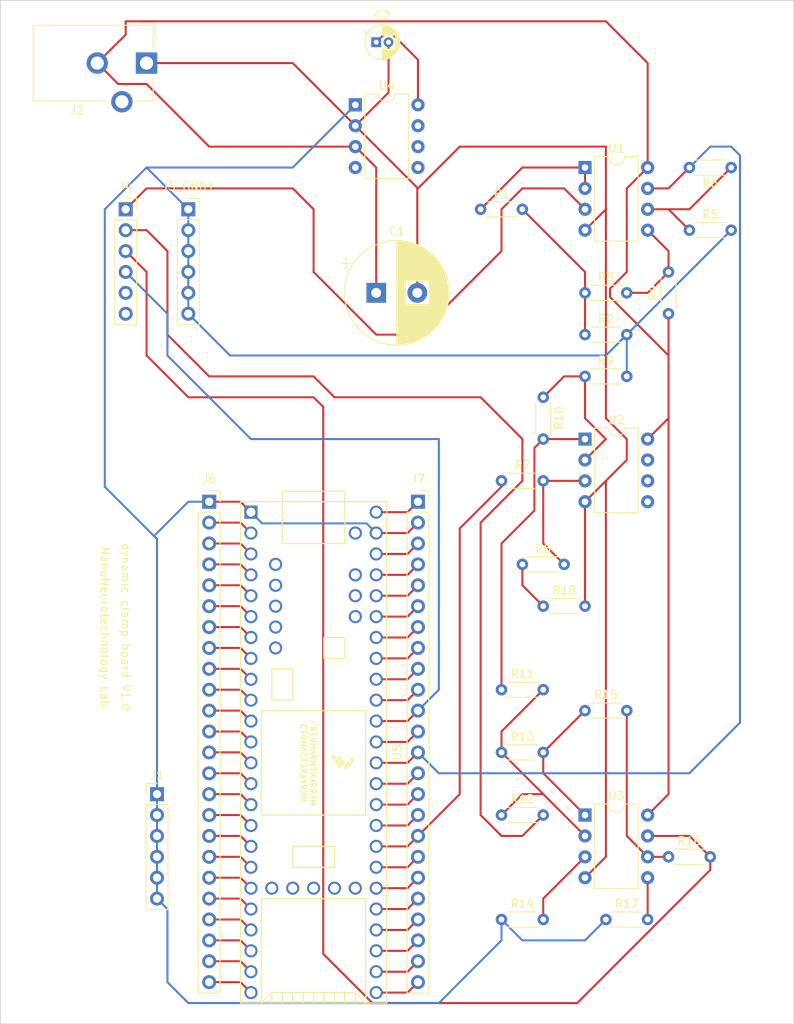
<source format=kicad_pcb>
(kicad_pcb (version 20171130) (host pcbnew "(5.1.10)-1")

  (general
    (thickness 1.6)
    (drawings 6)
    (tracks 280)
    (zones 0)
    (modules 31)
    (nets 67)
  )

  (page A4)
  (layers
    (0 F.Cu signal)
    (31 B.Cu signal)
    (32 B.Adhes user)
    (33 F.Adhes user)
    (34 B.Paste user)
    (35 F.Paste user)
    (36 B.SilkS user)
    (37 F.SilkS user)
    (38 B.Mask user)
    (39 F.Mask user)
    (40 Dwgs.User user)
    (41 Cmts.User user)
    (42 Eco1.User user)
    (43 Eco2.User user)
    (44 Edge.Cuts user)
    (45 Margin user)
    (46 B.CrtYd user)
    (47 F.CrtYd user)
    (48 B.Fab user)
    (49 F.Fab user)
  )

  (setup
    (last_trace_width 0.25)
    (trace_clearance 0.25)
    (zone_clearance 0.508)
    (zone_45_only no)
    (trace_min 0.25)
    (via_size 0.8)
    (via_drill 0.4)
    (via_min_size 0.4)
    (via_min_drill 0.3)
    (uvia_size 0.3)
    (uvia_drill 0.1)
    (uvias_allowed no)
    (uvia_min_size 0.2)
    (uvia_min_drill 0.1)
    (edge_width 0.05)
    (segment_width 0.2)
    (pcb_text_width 0.3)
    (pcb_text_size 1.5 1.5)
    (mod_edge_width 0.12)
    (mod_text_size 1 1)
    (mod_text_width 0.15)
    (pad_size 1.524 1.524)
    (pad_drill 0.762)
    (pad_to_mask_clearance 0)
    (aux_axis_origin 0 0)
    (visible_elements FFFFFF7F)
    (pcbplotparams
      (layerselection 0x010e0_ffffffff)
      (usegerberextensions false)
      (usegerberattributes true)
      (usegerberadvancedattributes true)
      (creategerberjobfile true)
      (excludeedgelayer true)
      (linewidth 0.100000)
      (plotframeref false)
      (viasonmask false)
      (mode 1)
      (useauxorigin false)
      (hpglpennumber 1)
      (hpglpenspeed 20)
      (hpglpendiameter 15.000000)
      (psnegative false)
      (psa4output false)
      (plotreference true)
      (plotvalue true)
      (plotinvisibletext false)
      (padsonsilk false)
      (subtractmaskfromsilk false)
      (outputformat 1)
      (mirror false)
      (drillshape 0)
      (scaleselection 1)
      (outputdirectory "final gbr file/"))
  )

  (net 0 "")
  (net 1 +9V)
  (net 2 -9V)
  (net 3 "Net-(C2-Pad1)")
  (net 4 0)
  (net 5 "Net-(J4-Pad1)")
  (net 6 "Net-(J4-Pad2)")
  (net 7 "Net-(J4-Pad3)")
  (net 8 "Net-(R1-Pad2)")
  (net 9 "Net-(R1-Pad1)")
  (net 10 "Net-(R3-Pad2)")
  (net 11 "Net-(R5-Pad1)")
  (net 12 "Net-(R7-Pad2)")
  (net 13 "Net-(R18-Pad1)")
  (net 14 "Net-(R10-Pad1)")
  (net 15 "Net-(R10-Pad2)")
  (net 16 "Net-(R11-Pad2)")
  (net 17 "Net-(R13-Pad2)")
  (net 18 "Net-(R14-Pad2)")
  (net 19 "Net-(R15-Pad2)")
  (net 20 "Net-(R17-Pad2)")
  (net 21 "Net-(J4-Pad4)")
  (net 22 "Net-(J6-Pad24)")
  (net 23 "Net-(J6-Pad23)")
  (net 24 "Net-(J6-Pad22)")
  (net 25 "Net-(J6-Pad21)")
  (net 26 "Net-(J6-Pad20)")
  (net 27 "Net-(J6-Pad19)")
  (net 28 "Net-(J6-Pad18)")
  (net 29 "Net-(J6-Pad17)")
  (net 30 "Net-(J6-Pad16)")
  (net 31 "Net-(J6-Pad15)")
  (net 32 "Net-(J6-Pad14)")
  (net 33 "Net-(J6-Pad13)")
  (net 34 "Net-(J6-Pad12)")
  (net 35 "Net-(J6-Pad11)")
  (net 36 "Net-(J6-Pad10)")
  (net 37 "Net-(J6-Pad9)")
  (net 38 "Net-(J6-Pad8)")
  (net 39 "Net-(J6-Pad7)")
  (net 40 "Net-(J6-Pad6)")
  (net 41 "Net-(J6-Pad5)")
  (net 42 "Net-(J6-Pad4)")
  (net 43 "Net-(J6-Pad3)")
  (net 44 "Net-(J6-Pad2)")
  (net 45 "Net-(J7-Pad1)")
  (net 46 "Net-(J7-Pad3)")
  (net 47 "Net-(J7-Pad4)")
  (net 48 "Net-(J7-Pad5)")
  (net 49 "Net-(J7-Pad6)")
  (net 50 "Net-(J7-Pad7)")
  (net 51 "Net-(J7-Pad8)")
  (net 52 "Net-(J7-Pad9)")
  (net 53 "Net-(J7-Pad10)")
  (net 54 "Net-(J7-Pad12)")
  (net 55 "Net-(J7-Pad13)")
  (net 56 "Net-(J7-Pad14)")
  (net 57 "Net-(J7-Pad15)")
  (net 58 "Net-(J7-Pad16)")
  (net 59 "Net-(J7-Pad17)")
  (net 60 "Net-(J7-Pad18)")
  (net 61 "Net-(J7-Pad19)")
  (net 62 "Net-(J7-Pad20)")
  (net 63 "Net-(J7-Pad21)")
  (net 64 "Net-(J7-Pad22)")
  (net 65 "Net-(J7-Pad23)")
  (net 66 "Net-(J7-Pad24)")

  (net_class Default "This is the default net class."
    (clearance 0.25)
    (trace_width 0.25)
    (via_dia 0.8)
    (via_drill 0.4)
    (uvia_dia 0.3)
    (uvia_drill 0.1)
    (add_net +9V)
    (add_net -9V)
    (add_net 0)
    (add_net "Net-(C2-Pad1)")
    (add_net "Net-(J4-Pad1)")
    (add_net "Net-(J4-Pad2)")
    (add_net "Net-(J4-Pad3)")
    (add_net "Net-(J4-Pad4)")
    (add_net "Net-(J6-Pad10)")
    (add_net "Net-(J6-Pad11)")
    (add_net "Net-(J6-Pad12)")
    (add_net "Net-(J6-Pad13)")
    (add_net "Net-(J6-Pad14)")
    (add_net "Net-(J6-Pad15)")
    (add_net "Net-(J6-Pad16)")
    (add_net "Net-(J6-Pad17)")
    (add_net "Net-(J6-Pad18)")
    (add_net "Net-(J6-Pad19)")
    (add_net "Net-(J6-Pad2)")
    (add_net "Net-(J6-Pad20)")
    (add_net "Net-(J6-Pad21)")
    (add_net "Net-(J6-Pad22)")
    (add_net "Net-(J6-Pad23)")
    (add_net "Net-(J6-Pad24)")
    (add_net "Net-(J6-Pad3)")
    (add_net "Net-(J6-Pad4)")
    (add_net "Net-(J6-Pad5)")
    (add_net "Net-(J6-Pad6)")
    (add_net "Net-(J6-Pad7)")
    (add_net "Net-(J6-Pad8)")
    (add_net "Net-(J6-Pad9)")
    (add_net "Net-(J7-Pad1)")
    (add_net "Net-(J7-Pad10)")
    (add_net "Net-(J7-Pad12)")
    (add_net "Net-(J7-Pad13)")
    (add_net "Net-(J7-Pad14)")
    (add_net "Net-(J7-Pad15)")
    (add_net "Net-(J7-Pad16)")
    (add_net "Net-(J7-Pad17)")
    (add_net "Net-(J7-Pad18)")
    (add_net "Net-(J7-Pad19)")
    (add_net "Net-(J7-Pad20)")
    (add_net "Net-(J7-Pad21)")
    (add_net "Net-(J7-Pad22)")
    (add_net "Net-(J7-Pad23)")
    (add_net "Net-(J7-Pad24)")
    (add_net "Net-(J7-Pad3)")
    (add_net "Net-(J7-Pad4)")
    (add_net "Net-(J7-Pad5)")
    (add_net "Net-(J7-Pad6)")
    (add_net "Net-(J7-Pad7)")
    (add_net "Net-(J7-Pad8)")
    (add_net "Net-(J7-Pad9)")
    (add_net "Net-(R1-Pad1)")
    (add_net "Net-(R1-Pad2)")
    (add_net "Net-(R10-Pad1)")
    (add_net "Net-(R10-Pad2)")
    (add_net "Net-(R11-Pad2)")
    (add_net "Net-(R13-Pad2)")
    (add_net "Net-(R14-Pad2)")
    (add_net "Net-(R15-Pad2)")
    (add_net "Net-(R17-Pad2)")
    (add_net "Net-(R18-Pad1)")
    (add_net "Net-(R3-Pad2)")
    (add_net "Net-(R5-Pad1)")
    (add_net "Net-(R7-Pad2)")
  )

  (module Connector_BarrelJack:BarrelJack_CUI_PJ-102AH_Horizontal (layer F.Cu) (tedit 5A1DBF38) (tstamp 615D5B24)
    (at 53.34 30.48 270)
    (descr "Thin-pin DC Barrel Jack, https://cdn-shop.adafruit.com/datasheets/21mmdcjackDatasheet.pdf")
    (tags "Power Jack")
    (path /61737744)
    (fp_text reference J2 (at 5.75 8.45) (layer F.SilkS)
      (effects (font (size 1 1) (thickness 0.15)))
    )
    (fp_text value Barrel_Jack_MountingPin (at -5.5 6.2) (layer F.Fab)
      (effects (font (size 1 1) (thickness 0.15)))
    )
    (fp_line (start -4.5 10.2) (end 4.5 10.2) (layer F.Fab) (width 0.1))
    (fp_line (start -3.5 -0.7) (end 4.5 -0.7) (layer F.Fab) (width 0.1))
    (fp_line (start -4.5 0.3) (end -3.5 -0.7) (layer F.Fab) (width 0.1))
    (fp_line (start -4.5 13.7) (end -4.5 0.3) (layer F.Fab) (width 0.1))
    (fp_line (start 4.5 13.7) (end -4.5 13.7) (layer F.Fab) (width 0.1))
    (fp_line (start 4.5 -0.7) (end 4.5 13.7) (layer F.Fab) (width 0.1))
    (fp_line (start -4.84 -1.04) (end -3.1 -1.04) (layer F.SilkS) (width 0.12))
    (fp_line (start -4.84 0.7) (end -4.84 -1.04) (layer F.SilkS) (width 0.12))
    (fp_line (start 4.6 -0.8) (end 4.6 1.2) (layer F.SilkS) (width 0.12))
    (fp_line (start 1.8 -0.8) (end 4.6 -0.8) (layer F.SilkS) (width 0.12))
    (fp_line (start -4.6 -0.8) (end -1.8 -0.8) (layer F.SilkS) (width 0.12))
    (fp_line (start -4.6 13.8) (end -4.6 -0.8) (layer F.SilkS) (width 0.12))
    (fp_line (start 4.6 13.8) (end -4.6 13.8) (layer F.SilkS) (width 0.12))
    (fp_line (start 4.6 4.8) (end 4.6 13.8) (layer F.SilkS) (width 0.12))
    (fp_line (start -1.8 -1.8) (end 1.8 -1.8) (layer F.CrtYd) (width 0.05))
    (fp_line (start -1.8 -1.2) (end -1.8 -1.8) (layer F.CrtYd) (width 0.05))
    (fp_line (start -5 -1.2) (end -1.8 -1.2) (layer F.CrtYd) (width 0.05))
    (fp_line (start -5 14.2) (end -5 -1.2) (layer F.CrtYd) (width 0.05))
    (fp_line (start 5 14.2) (end -5 14.2) (layer F.CrtYd) (width 0.05))
    (fp_line (start 5 4.8) (end 5 14.2) (layer F.CrtYd) (width 0.05))
    (fp_line (start 6.5 4.8) (end 5 4.8) (layer F.CrtYd) (width 0.05))
    (fp_line (start 6.5 1.2) (end 6.5 4.8) (layer F.CrtYd) (width 0.05))
    (fp_line (start 5 1.2) (end 6.5 1.2) (layer F.CrtYd) (width 0.05))
    (fp_line (start 5 -1.2) (end 5 1.2) (layer F.CrtYd) (width 0.05))
    (fp_line (start 1.8 -1.2) (end 5 -1.2) (layer F.CrtYd) (width 0.05))
    (fp_line (start 1.8 -1.8) (end 1.8 -1.2) (layer F.CrtYd) (width 0.05))
    (fp_text user %R (at 0 6.5 90) (layer F.Fab)
      (effects (font (size 1 1) (thickness 0.15)))
    )
    (pad 1 thru_hole rect (at 0 0 270) (size 2.6 2.6) (drill 1.6) (layers *.Cu *.Mask)
      (net 2 -9V))
    (pad 2 thru_hole circle (at 0 6 270) (size 2.6 2.6) (drill 1.6) (layers *.Cu *.Mask)
      (net 1 +9V))
    (pad 3 thru_hole circle (at 4.7 3 270) (size 2.6 2.6) (drill 1.6) (layers *.Cu *.Mask))
    (model ${KISYS3DMOD}/Connector_BarrelJack.3dshapes/BarrelJack_CUI_PJ-102AH_Horizontal.wrl
      (at (xyz 0 0 0))
      (scale (xyz 1 1 1))
      (rotate (xyz 0 0 0))
    )
  )

  (module Capacitor_THT:CP_Radial_D12.5mm_P5.00mm (layer F.Cu) (tedit 5AE50EF1) (tstamp 615D5A7D)
    (at 81.28 58.42)
    (descr "CP, Radial series, Radial, pin pitch=5.00mm, , diameter=12.5mm, Electrolytic Capacitor")
    (tags "CP Radial series Radial pin pitch 5.00mm  diameter 12.5mm Electrolytic Capacitor")
    (path /615C93AE)
    (fp_text reference C1 (at 2.5 -7.5) (layer F.SilkS)
      (effects (font (size 1 1) (thickness 0.15)))
    )
    (fp_text value 200uF (at 2.5 7.5) (layer F.Fab)
      (effects (font (size 1 1) (thickness 0.15)))
    )
    (fp_line (start -3.692082 -4.2) (end -3.692082 -2.95) (layer F.SilkS) (width 0.12))
    (fp_line (start -4.317082 -3.575) (end -3.067082 -3.575) (layer F.SilkS) (width 0.12))
    (fp_line (start 8.861 -0.317) (end 8.861 0.317) (layer F.SilkS) (width 0.12))
    (fp_line (start 8.821 -0.757) (end 8.821 0.757) (layer F.SilkS) (width 0.12))
    (fp_line (start 8.781 -1.028) (end 8.781 1.028) (layer F.SilkS) (width 0.12))
    (fp_line (start 8.741 -1.241) (end 8.741 1.241) (layer F.SilkS) (width 0.12))
    (fp_line (start 8.701 -1.422) (end 8.701 1.422) (layer F.SilkS) (width 0.12))
    (fp_line (start 8.661 -1.583) (end 8.661 1.583) (layer F.SilkS) (width 0.12))
    (fp_line (start 8.621 -1.728) (end 8.621 1.728) (layer F.SilkS) (width 0.12))
    (fp_line (start 8.581 -1.861) (end 8.581 1.861) (layer F.SilkS) (width 0.12))
    (fp_line (start 8.541 -1.984) (end 8.541 1.984) (layer F.SilkS) (width 0.12))
    (fp_line (start 8.501 -2.1) (end 8.501 2.1) (layer F.SilkS) (width 0.12))
    (fp_line (start 8.461 -2.209) (end 8.461 2.209) (layer F.SilkS) (width 0.12))
    (fp_line (start 8.421 -2.312) (end 8.421 2.312) (layer F.SilkS) (width 0.12))
    (fp_line (start 8.381 -2.41) (end 8.381 2.41) (layer F.SilkS) (width 0.12))
    (fp_line (start 8.341 -2.504) (end 8.341 2.504) (layer F.SilkS) (width 0.12))
    (fp_line (start 8.301 -2.594) (end 8.301 2.594) (layer F.SilkS) (width 0.12))
    (fp_line (start 8.261 -2.681) (end 8.261 2.681) (layer F.SilkS) (width 0.12))
    (fp_line (start 8.221 -2.764) (end 8.221 2.764) (layer F.SilkS) (width 0.12))
    (fp_line (start 8.181 -2.844) (end 8.181 2.844) (layer F.SilkS) (width 0.12))
    (fp_line (start 8.141 -2.921) (end 8.141 2.921) (layer F.SilkS) (width 0.12))
    (fp_line (start 8.101 -2.996) (end 8.101 2.996) (layer F.SilkS) (width 0.12))
    (fp_line (start 8.061 -3.069) (end 8.061 3.069) (layer F.SilkS) (width 0.12))
    (fp_line (start 8.021 -3.14) (end 8.021 3.14) (layer F.SilkS) (width 0.12))
    (fp_line (start 7.981 -3.208) (end 7.981 3.208) (layer F.SilkS) (width 0.12))
    (fp_line (start 7.941 -3.275) (end 7.941 3.275) (layer F.SilkS) (width 0.12))
    (fp_line (start 7.901 -3.339) (end 7.901 3.339) (layer F.SilkS) (width 0.12))
    (fp_line (start 7.861 -3.402) (end 7.861 3.402) (layer F.SilkS) (width 0.12))
    (fp_line (start 7.821 -3.464) (end 7.821 3.464) (layer F.SilkS) (width 0.12))
    (fp_line (start 7.781 -3.524) (end 7.781 3.524) (layer F.SilkS) (width 0.12))
    (fp_line (start 7.741 -3.583) (end 7.741 3.583) (layer F.SilkS) (width 0.12))
    (fp_line (start 7.701 -3.64) (end 7.701 3.64) (layer F.SilkS) (width 0.12))
    (fp_line (start 7.661 -3.696) (end 7.661 3.696) (layer F.SilkS) (width 0.12))
    (fp_line (start 7.621 -3.75) (end 7.621 3.75) (layer F.SilkS) (width 0.12))
    (fp_line (start 7.581 -3.804) (end 7.581 3.804) (layer F.SilkS) (width 0.12))
    (fp_line (start 7.541 -3.856) (end 7.541 3.856) (layer F.SilkS) (width 0.12))
    (fp_line (start 7.501 -3.907) (end 7.501 3.907) (layer F.SilkS) (width 0.12))
    (fp_line (start 7.461 -3.957) (end 7.461 3.957) (layer F.SilkS) (width 0.12))
    (fp_line (start 7.421 -4.007) (end 7.421 4.007) (layer F.SilkS) (width 0.12))
    (fp_line (start 7.381 -4.055) (end 7.381 4.055) (layer F.SilkS) (width 0.12))
    (fp_line (start 7.341 -4.102) (end 7.341 4.102) (layer F.SilkS) (width 0.12))
    (fp_line (start 7.301 -4.148) (end 7.301 4.148) (layer F.SilkS) (width 0.12))
    (fp_line (start 7.261 -4.194) (end 7.261 4.194) (layer F.SilkS) (width 0.12))
    (fp_line (start 7.221 -4.238) (end 7.221 4.238) (layer F.SilkS) (width 0.12))
    (fp_line (start 7.181 -4.282) (end 7.181 4.282) (layer F.SilkS) (width 0.12))
    (fp_line (start 7.141 -4.325) (end 7.141 4.325) (layer F.SilkS) (width 0.12))
    (fp_line (start 7.101 -4.367) (end 7.101 4.367) (layer F.SilkS) (width 0.12))
    (fp_line (start 7.061 -4.408) (end 7.061 4.408) (layer F.SilkS) (width 0.12))
    (fp_line (start 7.021 -4.449) (end 7.021 4.449) (layer F.SilkS) (width 0.12))
    (fp_line (start 6.981 -4.489) (end 6.981 4.489) (layer F.SilkS) (width 0.12))
    (fp_line (start 6.941 -4.528) (end 6.941 4.528) (layer F.SilkS) (width 0.12))
    (fp_line (start 6.901 -4.567) (end 6.901 4.567) (layer F.SilkS) (width 0.12))
    (fp_line (start 6.861 -4.605) (end 6.861 4.605) (layer F.SilkS) (width 0.12))
    (fp_line (start 6.821 -4.642) (end 6.821 4.642) (layer F.SilkS) (width 0.12))
    (fp_line (start 6.781 -4.678) (end 6.781 4.678) (layer F.SilkS) (width 0.12))
    (fp_line (start 6.741 -4.714) (end 6.741 4.714) (layer F.SilkS) (width 0.12))
    (fp_line (start 6.701 -4.75) (end 6.701 4.75) (layer F.SilkS) (width 0.12))
    (fp_line (start 6.661 -4.785) (end 6.661 4.785) (layer F.SilkS) (width 0.12))
    (fp_line (start 6.621 -4.819) (end 6.621 4.819) (layer F.SilkS) (width 0.12))
    (fp_line (start 6.581 -4.852) (end 6.581 4.852) (layer F.SilkS) (width 0.12))
    (fp_line (start 6.541 -4.885) (end 6.541 4.885) (layer F.SilkS) (width 0.12))
    (fp_line (start 6.501 -4.918) (end 6.501 4.918) (layer F.SilkS) (width 0.12))
    (fp_line (start 6.461 -4.95) (end 6.461 4.95) (layer F.SilkS) (width 0.12))
    (fp_line (start 6.421 1.44) (end 6.421 4.982) (layer F.SilkS) (width 0.12))
    (fp_line (start 6.421 -4.982) (end 6.421 -1.44) (layer F.SilkS) (width 0.12))
    (fp_line (start 6.381 1.44) (end 6.381 5.012) (layer F.SilkS) (width 0.12))
    (fp_line (start 6.381 -5.012) (end 6.381 -1.44) (layer F.SilkS) (width 0.12))
    (fp_line (start 6.341 1.44) (end 6.341 5.043) (layer F.SilkS) (width 0.12))
    (fp_line (start 6.341 -5.043) (end 6.341 -1.44) (layer F.SilkS) (width 0.12))
    (fp_line (start 6.301 1.44) (end 6.301 5.073) (layer F.SilkS) (width 0.12))
    (fp_line (start 6.301 -5.073) (end 6.301 -1.44) (layer F.SilkS) (width 0.12))
    (fp_line (start 6.261 1.44) (end 6.261 5.102) (layer F.SilkS) (width 0.12))
    (fp_line (start 6.261 -5.102) (end 6.261 -1.44) (layer F.SilkS) (width 0.12))
    (fp_line (start 6.221 1.44) (end 6.221 5.131) (layer F.SilkS) (width 0.12))
    (fp_line (start 6.221 -5.131) (end 6.221 -1.44) (layer F.SilkS) (width 0.12))
    (fp_line (start 6.181 1.44) (end 6.181 5.16) (layer F.SilkS) (width 0.12))
    (fp_line (start 6.181 -5.16) (end 6.181 -1.44) (layer F.SilkS) (width 0.12))
    (fp_line (start 6.141 1.44) (end 6.141 5.188) (layer F.SilkS) (width 0.12))
    (fp_line (start 6.141 -5.188) (end 6.141 -1.44) (layer F.SilkS) (width 0.12))
    (fp_line (start 6.101 1.44) (end 6.101 5.216) (layer F.SilkS) (width 0.12))
    (fp_line (start 6.101 -5.216) (end 6.101 -1.44) (layer F.SilkS) (width 0.12))
    (fp_line (start 6.061 1.44) (end 6.061 5.243) (layer F.SilkS) (width 0.12))
    (fp_line (start 6.061 -5.243) (end 6.061 -1.44) (layer F.SilkS) (width 0.12))
    (fp_line (start 6.021 1.44) (end 6.021 5.27) (layer F.SilkS) (width 0.12))
    (fp_line (start 6.021 -5.27) (end 6.021 -1.44) (layer F.SilkS) (width 0.12))
    (fp_line (start 5.981 1.44) (end 5.981 5.296) (layer F.SilkS) (width 0.12))
    (fp_line (start 5.981 -5.296) (end 5.981 -1.44) (layer F.SilkS) (width 0.12))
    (fp_line (start 5.941 1.44) (end 5.941 5.322) (layer F.SilkS) (width 0.12))
    (fp_line (start 5.941 -5.322) (end 5.941 -1.44) (layer F.SilkS) (width 0.12))
    (fp_line (start 5.901 1.44) (end 5.901 5.347) (layer F.SilkS) (width 0.12))
    (fp_line (start 5.901 -5.347) (end 5.901 -1.44) (layer F.SilkS) (width 0.12))
    (fp_line (start 5.861 1.44) (end 5.861 5.372) (layer F.SilkS) (width 0.12))
    (fp_line (start 5.861 -5.372) (end 5.861 -1.44) (layer F.SilkS) (width 0.12))
    (fp_line (start 5.821 1.44) (end 5.821 5.397) (layer F.SilkS) (width 0.12))
    (fp_line (start 5.821 -5.397) (end 5.821 -1.44) (layer F.SilkS) (width 0.12))
    (fp_line (start 5.781 1.44) (end 5.781 5.421) (layer F.SilkS) (width 0.12))
    (fp_line (start 5.781 -5.421) (end 5.781 -1.44) (layer F.SilkS) (width 0.12))
    (fp_line (start 5.741 1.44) (end 5.741 5.445) (layer F.SilkS) (width 0.12))
    (fp_line (start 5.741 -5.445) (end 5.741 -1.44) (layer F.SilkS) (width 0.12))
    (fp_line (start 5.701 1.44) (end 5.701 5.468) (layer F.SilkS) (width 0.12))
    (fp_line (start 5.701 -5.468) (end 5.701 -1.44) (layer F.SilkS) (width 0.12))
    (fp_line (start 5.661 1.44) (end 5.661 5.491) (layer F.SilkS) (width 0.12))
    (fp_line (start 5.661 -5.491) (end 5.661 -1.44) (layer F.SilkS) (width 0.12))
    (fp_line (start 5.621 1.44) (end 5.621 5.514) (layer F.SilkS) (width 0.12))
    (fp_line (start 5.621 -5.514) (end 5.621 -1.44) (layer F.SilkS) (width 0.12))
    (fp_line (start 5.581 1.44) (end 5.581 5.536) (layer F.SilkS) (width 0.12))
    (fp_line (start 5.581 -5.536) (end 5.581 -1.44) (layer F.SilkS) (width 0.12))
    (fp_line (start 5.541 1.44) (end 5.541 5.558) (layer F.SilkS) (width 0.12))
    (fp_line (start 5.541 -5.558) (end 5.541 -1.44) (layer F.SilkS) (width 0.12))
    (fp_line (start 5.501 1.44) (end 5.501 5.58) (layer F.SilkS) (width 0.12))
    (fp_line (start 5.501 -5.58) (end 5.501 -1.44) (layer F.SilkS) (width 0.12))
    (fp_line (start 5.461 1.44) (end 5.461 5.601) (layer F.SilkS) (width 0.12))
    (fp_line (start 5.461 -5.601) (end 5.461 -1.44) (layer F.SilkS) (width 0.12))
    (fp_line (start 5.421 1.44) (end 5.421 5.622) (layer F.SilkS) (width 0.12))
    (fp_line (start 5.421 -5.622) (end 5.421 -1.44) (layer F.SilkS) (width 0.12))
    (fp_line (start 5.381 1.44) (end 5.381 5.642) (layer F.SilkS) (width 0.12))
    (fp_line (start 5.381 -5.642) (end 5.381 -1.44) (layer F.SilkS) (width 0.12))
    (fp_line (start 5.341 1.44) (end 5.341 5.662) (layer F.SilkS) (width 0.12))
    (fp_line (start 5.341 -5.662) (end 5.341 -1.44) (layer F.SilkS) (width 0.12))
    (fp_line (start 5.301 1.44) (end 5.301 5.682) (layer F.SilkS) (width 0.12))
    (fp_line (start 5.301 -5.682) (end 5.301 -1.44) (layer F.SilkS) (width 0.12))
    (fp_line (start 5.261 1.44) (end 5.261 5.702) (layer F.SilkS) (width 0.12))
    (fp_line (start 5.261 -5.702) (end 5.261 -1.44) (layer F.SilkS) (width 0.12))
    (fp_line (start 5.221 1.44) (end 5.221 5.721) (layer F.SilkS) (width 0.12))
    (fp_line (start 5.221 -5.721) (end 5.221 -1.44) (layer F.SilkS) (width 0.12))
    (fp_line (start 5.181 1.44) (end 5.181 5.739) (layer F.SilkS) (width 0.12))
    (fp_line (start 5.181 -5.739) (end 5.181 -1.44) (layer F.SilkS) (width 0.12))
    (fp_line (start 5.141 1.44) (end 5.141 5.758) (layer F.SilkS) (width 0.12))
    (fp_line (start 5.141 -5.758) (end 5.141 -1.44) (layer F.SilkS) (width 0.12))
    (fp_line (start 5.101 1.44) (end 5.101 5.776) (layer F.SilkS) (width 0.12))
    (fp_line (start 5.101 -5.776) (end 5.101 -1.44) (layer F.SilkS) (width 0.12))
    (fp_line (start 5.061 1.44) (end 5.061 5.793) (layer F.SilkS) (width 0.12))
    (fp_line (start 5.061 -5.793) (end 5.061 -1.44) (layer F.SilkS) (width 0.12))
    (fp_line (start 5.021 1.44) (end 5.021 5.811) (layer F.SilkS) (width 0.12))
    (fp_line (start 5.021 -5.811) (end 5.021 -1.44) (layer F.SilkS) (width 0.12))
    (fp_line (start 4.981 1.44) (end 4.981 5.828) (layer F.SilkS) (width 0.12))
    (fp_line (start 4.981 -5.828) (end 4.981 -1.44) (layer F.SilkS) (width 0.12))
    (fp_line (start 4.941 1.44) (end 4.941 5.845) (layer F.SilkS) (width 0.12))
    (fp_line (start 4.941 -5.845) (end 4.941 -1.44) (layer F.SilkS) (width 0.12))
    (fp_line (start 4.901 1.44) (end 4.901 5.861) (layer F.SilkS) (width 0.12))
    (fp_line (start 4.901 -5.861) (end 4.901 -1.44) (layer F.SilkS) (width 0.12))
    (fp_line (start 4.861 1.44) (end 4.861 5.877) (layer F.SilkS) (width 0.12))
    (fp_line (start 4.861 -5.877) (end 4.861 -1.44) (layer F.SilkS) (width 0.12))
    (fp_line (start 4.821 1.44) (end 4.821 5.893) (layer F.SilkS) (width 0.12))
    (fp_line (start 4.821 -5.893) (end 4.821 -1.44) (layer F.SilkS) (width 0.12))
    (fp_line (start 4.781 1.44) (end 4.781 5.908) (layer F.SilkS) (width 0.12))
    (fp_line (start 4.781 -5.908) (end 4.781 -1.44) (layer F.SilkS) (width 0.12))
    (fp_line (start 4.741 1.44) (end 4.741 5.924) (layer F.SilkS) (width 0.12))
    (fp_line (start 4.741 -5.924) (end 4.741 -1.44) (layer F.SilkS) (width 0.12))
    (fp_line (start 4.701 1.44) (end 4.701 5.939) (layer F.SilkS) (width 0.12))
    (fp_line (start 4.701 -5.939) (end 4.701 -1.44) (layer F.SilkS) (width 0.12))
    (fp_line (start 4.661 1.44) (end 4.661 5.953) (layer F.SilkS) (width 0.12))
    (fp_line (start 4.661 -5.953) (end 4.661 -1.44) (layer F.SilkS) (width 0.12))
    (fp_line (start 4.621 1.44) (end 4.621 5.967) (layer F.SilkS) (width 0.12))
    (fp_line (start 4.621 -5.967) (end 4.621 -1.44) (layer F.SilkS) (width 0.12))
    (fp_line (start 4.581 1.44) (end 4.581 5.981) (layer F.SilkS) (width 0.12))
    (fp_line (start 4.581 -5.981) (end 4.581 -1.44) (layer F.SilkS) (width 0.12))
    (fp_line (start 4.541 1.44) (end 4.541 5.995) (layer F.SilkS) (width 0.12))
    (fp_line (start 4.541 -5.995) (end 4.541 -1.44) (layer F.SilkS) (width 0.12))
    (fp_line (start 4.501 1.44) (end 4.501 6.008) (layer F.SilkS) (width 0.12))
    (fp_line (start 4.501 -6.008) (end 4.501 -1.44) (layer F.SilkS) (width 0.12))
    (fp_line (start 4.461 1.44) (end 4.461 6.021) (layer F.SilkS) (width 0.12))
    (fp_line (start 4.461 -6.021) (end 4.461 -1.44) (layer F.SilkS) (width 0.12))
    (fp_line (start 4.421 1.44) (end 4.421 6.034) (layer F.SilkS) (width 0.12))
    (fp_line (start 4.421 -6.034) (end 4.421 -1.44) (layer F.SilkS) (width 0.12))
    (fp_line (start 4.381 1.44) (end 4.381 6.047) (layer F.SilkS) (width 0.12))
    (fp_line (start 4.381 -6.047) (end 4.381 -1.44) (layer F.SilkS) (width 0.12))
    (fp_line (start 4.341 1.44) (end 4.341 6.059) (layer F.SilkS) (width 0.12))
    (fp_line (start 4.341 -6.059) (end 4.341 -1.44) (layer F.SilkS) (width 0.12))
    (fp_line (start 4.301 1.44) (end 4.301 6.071) (layer F.SilkS) (width 0.12))
    (fp_line (start 4.301 -6.071) (end 4.301 -1.44) (layer F.SilkS) (width 0.12))
    (fp_line (start 4.261 1.44) (end 4.261 6.083) (layer F.SilkS) (width 0.12))
    (fp_line (start 4.261 -6.083) (end 4.261 -1.44) (layer F.SilkS) (width 0.12))
    (fp_line (start 4.221 1.44) (end 4.221 6.094) (layer F.SilkS) (width 0.12))
    (fp_line (start 4.221 -6.094) (end 4.221 -1.44) (layer F.SilkS) (width 0.12))
    (fp_line (start 4.181 1.44) (end 4.181 6.105) (layer F.SilkS) (width 0.12))
    (fp_line (start 4.181 -6.105) (end 4.181 -1.44) (layer F.SilkS) (width 0.12))
    (fp_line (start 4.141 1.44) (end 4.141 6.116) (layer F.SilkS) (width 0.12))
    (fp_line (start 4.141 -6.116) (end 4.141 -1.44) (layer F.SilkS) (width 0.12))
    (fp_line (start 4.101 1.44) (end 4.101 6.126) (layer F.SilkS) (width 0.12))
    (fp_line (start 4.101 -6.126) (end 4.101 -1.44) (layer F.SilkS) (width 0.12))
    (fp_line (start 4.061 1.44) (end 4.061 6.137) (layer F.SilkS) (width 0.12))
    (fp_line (start 4.061 -6.137) (end 4.061 -1.44) (layer F.SilkS) (width 0.12))
    (fp_line (start 4.021 1.44) (end 4.021 6.146) (layer F.SilkS) (width 0.12))
    (fp_line (start 4.021 -6.146) (end 4.021 -1.44) (layer F.SilkS) (width 0.12))
    (fp_line (start 3.981 1.44) (end 3.981 6.156) (layer F.SilkS) (width 0.12))
    (fp_line (start 3.981 -6.156) (end 3.981 -1.44) (layer F.SilkS) (width 0.12))
    (fp_line (start 3.941 1.44) (end 3.941 6.166) (layer F.SilkS) (width 0.12))
    (fp_line (start 3.941 -6.166) (end 3.941 -1.44) (layer F.SilkS) (width 0.12))
    (fp_line (start 3.901 1.44) (end 3.901 6.175) (layer F.SilkS) (width 0.12))
    (fp_line (start 3.901 -6.175) (end 3.901 -1.44) (layer F.SilkS) (width 0.12))
    (fp_line (start 3.861 1.44) (end 3.861 6.184) (layer F.SilkS) (width 0.12))
    (fp_line (start 3.861 -6.184) (end 3.861 -1.44) (layer F.SilkS) (width 0.12))
    (fp_line (start 3.821 1.44) (end 3.821 6.192) (layer F.SilkS) (width 0.12))
    (fp_line (start 3.821 -6.192) (end 3.821 -1.44) (layer F.SilkS) (width 0.12))
    (fp_line (start 3.781 1.44) (end 3.781 6.201) (layer F.SilkS) (width 0.12))
    (fp_line (start 3.781 -6.201) (end 3.781 -1.44) (layer F.SilkS) (width 0.12))
    (fp_line (start 3.741 1.44) (end 3.741 6.209) (layer F.SilkS) (width 0.12))
    (fp_line (start 3.741 -6.209) (end 3.741 -1.44) (layer F.SilkS) (width 0.12))
    (fp_line (start 3.701 1.44) (end 3.701 6.216) (layer F.SilkS) (width 0.12))
    (fp_line (start 3.701 -6.216) (end 3.701 -1.44) (layer F.SilkS) (width 0.12))
    (fp_line (start 3.661 1.44) (end 3.661 6.224) (layer F.SilkS) (width 0.12))
    (fp_line (start 3.661 -6.224) (end 3.661 -1.44) (layer F.SilkS) (width 0.12))
    (fp_line (start 3.621 1.44) (end 3.621 6.231) (layer F.SilkS) (width 0.12))
    (fp_line (start 3.621 -6.231) (end 3.621 -1.44) (layer F.SilkS) (width 0.12))
    (fp_line (start 3.581 1.44) (end 3.581 6.238) (layer F.SilkS) (width 0.12))
    (fp_line (start 3.581 -6.238) (end 3.581 -1.44) (layer F.SilkS) (width 0.12))
    (fp_line (start 3.541 -6.245) (end 3.541 6.245) (layer F.SilkS) (width 0.12))
    (fp_line (start 3.501 -6.252) (end 3.501 6.252) (layer F.SilkS) (width 0.12))
    (fp_line (start 3.461 -6.258) (end 3.461 6.258) (layer F.SilkS) (width 0.12))
    (fp_line (start 3.421 -6.264) (end 3.421 6.264) (layer F.SilkS) (width 0.12))
    (fp_line (start 3.381 -6.269) (end 3.381 6.269) (layer F.SilkS) (width 0.12))
    (fp_line (start 3.341 -6.275) (end 3.341 6.275) (layer F.SilkS) (width 0.12))
    (fp_line (start 3.301 -6.28) (end 3.301 6.28) (layer F.SilkS) (width 0.12))
    (fp_line (start 3.261 -6.285) (end 3.261 6.285) (layer F.SilkS) (width 0.12))
    (fp_line (start 3.221 -6.29) (end 3.221 6.29) (layer F.SilkS) (width 0.12))
    (fp_line (start 3.18 -6.294) (end 3.18 6.294) (layer F.SilkS) (width 0.12))
    (fp_line (start 3.14 -6.298) (end 3.14 6.298) (layer F.SilkS) (width 0.12))
    (fp_line (start 3.1 -6.302) (end 3.1 6.302) (layer F.SilkS) (width 0.12))
    (fp_line (start 3.06 -6.306) (end 3.06 6.306) (layer F.SilkS) (width 0.12))
    (fp_line (start 3.02 -6.309) (end 3.02 6.309) (layer F.SilkS) (width 0.12))
    (fp_line (start 2.98 -6.312) (end 2.98 6.312) (layer F.SilkS) (width 0.12))
    (fp_line (start 2.94 -6.315) (end 2.94 6.315) (layer F.SilkS) (width 0.12))
    (fp_line (start 2.9 -6.318) (end 2.9 6.318) (layer F.SilkS) (width 0.12))
    (fp_line (start 2.86 -6.32) (end 2.86 6.32) (layer F.SilkS) (width 0.12))
    (fp_line (start 2.82 -6.322) (end 2.82 6.322) (layer F.SilkS) (width 0.12))
    (fp_line (start 2.78 -6.324) (end 2.78 6.324) (layer F.SilkS) (width 0.12))
    (fp_line (start 2.74 -6.326) (end 2.74 6.326) (layer F.SilkS) (width 0.12))
    (fp_line (start 2.7 -6.327) (end 2.7 6.327) (layer F.SilkS) (width 0.12))
    (fp_line (start 2.66 -6.328) (end 2.66 6.328) (layer F.SilkS) (width 0.12))
    (fp_line (start 2.62 -6.329) (end 2.62 6.329) (layer F.SilkS) (width 0.12))
    (fp_line (start 2.58 -6.33) (end 2.58 6.33) (layer F.SilkS) (width 0.12))
    (fp_line (start 2.54 -6.33) (end 2.54 6.33) (layer F.SilkS) (width 0.12))
    (fp_line (start 2.5 -6.33) (end 2.5 6.33) (layer F.SilkS) (width 0.12))
    (fp_line (start -2.241489 -3.3625) (end -2.241489 -2.1125) (layer F.Fab) (width 0.1))
    (fp_line (start -2.866489 -2.7375) (end -1.616489 -2.7375) (layer F.Fab) (width 0.1))
    (fp_circle (center 2.5 0) (end 9 0) (layer F.CrtYd) (width 0.05))
    (fp_circle (center 2.5 0) (end 8.87 0) (layer F.SilkS) (width 0.12))
    (fp_circle (center 2.5 0) (end 8.75 0) (layer F.Fab) (width 0.1))
    (fp_text user %R (at 2.5 0) (layer F.Fab)
      (effects (font (size 1 1) (thickness 0.15)))
    )
    (pad 1 thru_hole rect (at 0 0) (size 2.4 2.4) (drill 1.2) (layers *.Cu *.Mask)
      (net 1 +9V))
    (pad 2 thru_hole circle (at 5 0) (size 2.4 2.4) (drill 1.2) (layers *.Cu *.Mask)
      (net 2 -9V))
    (model ${KISYS3DMOD}/Capacitor_THT.3dshapes/CP_Radial_D12.5mm_P5.00mm.wrl
      (at (xyz 0 0 0))
      (scale (xyz 1 1 1))
      (rotate (xyz 0 0 0))
    )
  )

  (module Capacitor_THT:CP_Radial_D4.0mm_P1.50mm (layer F.Cu) (tedit 5AE50EF0) (tstamp 615D5AE8)
    (at 81.28 27.94)
    (descr "CP, Radial series, Radial, pin pitch=1.50mm, , diameter=4mm, Electrolytic Capacitor")
    (tags "CP Radial series Radial pin pitch 1.50mm  diameter 4mm Electrolytic Capacitor")
    (path /615CDC10)
    (fp_text reference C2 (at 0.75 -3.25) (layer F.SilkS)
      (effects (font (size 1 1) (thickness 0.15)))
    )
    (fp_text value 1uF (at 0.75 3.25) (layer F.Fab)
      (effects (font (size 1 1) (thickness 0.15)))
    )
    (fp_line (start -1.319801 -1.395) (end -1.319801 -0.995) (layer F.SilkS) (width 0.12))
    (fp_line (start -1.519801 -1.195) (end -1.119801 -1.195) (layer F.SilkS) (width 0.12))
    (fp_line (start 2.831 -0.37) (end 2.831 0.37) (layer F.SilkS) (width 0.12))
    (fp_line (start 2.791 -0.537) (end 2.791 0.537) (layer F.SilkS) (width 0.12))
    (fp_line (start 2.751 -0.664) (end 2.751 0.664) (layer F.SilkS) (width 0.12))
    (fp_line (start 2.711 -0.768) (end 2.711 0.768) (layer F.SilkS) (width 0.12))
    (fp_line (start 2.671 -0.859) (end 2.671 0.859) (layer F.SilkS) (width 0.12))
    (fp_line (start 2.631 -0.94) (end 2.631 0.94) (layer F.SilkS) (width 0.12))
    (fp_line (start 2.591 -1.013) (end 2.591 1.013) (layer F.SilkS) (width 0.12))
    (fp_line (start 2.551 -1.08) (end 2.551 1.08) (layer F.SilkS) (width 0.12))
    (fp_line (start 2.511 -1.142) (end 2.511 1.142) (layer F.SilkS) (width 0.12))
    (fp_line (start 2.471 -1.2) (end 2.471 1.2) (layer F.SilkS) (width 0.12))
    (fp_line (start 2.431 -1.254) (end 2.431 1.254) (layer F.SilkS) (width 0.12))
    (fp_line (start 2.391 -1.304) (end 2.391 1.304) (layer F.SilkS) (width 0.12))
    (fp_line (start 2.351 -1.351) (end 2.351 1.351) (layer F.SilkS) (width 0.12))
    (fp_line (start 2.311 0.84) (end 2.311 1.396) (layer F.SilkS) (width 0.12))
    (fp_line (start 2.311 -1.396) (end 2.311 -0.84) (layer F.SilkS) (width 0.12))
    (fp_line (start 2.271 0.84) (end 2.271 1.438) (layer F.SilkS) (width 0.12))
    (fp_line (start 2.271 -1.438) (end 2.271 -0.84) (layer F.SilkS) (width 0.12))
    (fp_line (start 2.231 0.84) (end 2.231 1.478) (layer F.SilkS) (width 0.12))
    (fp_line (start 2.231 -1.478) (end 2.231 -0.84) (layer F.SilkS) (width 0.12))
    (fp_line (start 2.191 0.84) (end 2.191 1.516) (layer F.SilkS) (width 0.12))
    (fp_line (start 2.191 -1.516) (end 2.191 -0.84) (layer F.SilkS) (width 0.12))
    (fp_line (start 2.151 0.84) (end 2.151 1.552) (layer F.SilkS) (width 0.12))
    (fp_line (start 2.151 -1.552) (end 2.151 -0.84) (layer F.SilkS) (width 0.12))
    (fp_line (start 2.111 0.84) (end 2.111 1.587) (layer F.SilkS) (width 0.12))
    (fp_line (start 2.111 -1.587) (end 2.111 -0.84) (layer F.SilkS) (width 0.12))
    (fp_line (start 2.071 0.84) (end 2.071 1.619) (layer F.SilkS) (width 0.12))
    (fp_line (start 2.071 -1.619) (end 2.071 -0.84) (layer F.SilkS) (width 0.12))
    (fp_line (start 2.031 0.84) (end 2.031 1.65) (layer F.SilkS) (width 0.12))
    (fp_line (start 2.031 -1.65) (end 2.031 -0.84) (layer F.SilkS) (width 0.12))
    (fp_line (start 1.991 0.84) (end 1.991 1.68) (layer F.SilkS) (width 0.12))
    (fp_line (start 1.991 -1.68) (end 1.991 -0.84) (layer F.SilkS) (width 0.12))
    (fp_line (start 1.951 0.84) (end 1.951 1.708) (layer F.SilkS) (width 0.12))
    (fp_line (start 1.951 -1.708) (end 1.951 -0.84) (layer F.SilkS) (width 0.12))
    (fp_line (start 1.911 0.84) (end 1.911 1.735) (layer F.SilkS) (width 0.12))
    (fp_line (start 1.911 -1.735) (end 1.911 -0.84) (layer F.SilkS) (width 0.12))
    (fp_line (start 1.871 0.84) (end 1.871 1.76) (layer F.SilkS) (width 0.12))
    (fp_line (start 1.871 -1.76) (end 1.871 -0.84) (layer F.SilkS) (width 0.12))
    (fp_line (start 1.831 0.84) (end 1.831 1.785) (layer F.SilkS) (width 0.12))
    (fp_line (start 1.831 -1.785) (end 1.831 -0.84) (layer F.SilkS) (width 0.12))
    (fp_line (start 1.791 0.84) (end 1.791 1.808) (layer F.SilkS) (width 0.12))
    (fp_line (start 1.791 -1.808) (end 1.791 -0.84) (layer F.SilkS) (width 0.12))
    (fp_line (start 1.751 0.84) (end 1.751 1.83) (layer F.SilkS) (width 0.12))
    (fp_line (start 1.751 -1.83) (end 1.751 -0.84) (layer F.SilkS) (width 0.12))
    (fp_line (start 1.711 0.84) (end 1.711 1.851) (layer F.SilkS) (width 0.12))
    (fp_line (start 1.711 -1.851) (end 1.711 -0.84) (layer F.SilkS) (width 0.12))
    (fp_line (start 1.671 0.84) (end 1.671 1.87) (layer F.SilkS) (width 0.12))
    (fp_line (start 1.671 -1.87) (end 1.671 -0.84) (layer F.SilkS) (width 0.12))
    (fp_line (start 1.631 0.84) (end 1.631 1.889) (layer F.SilkS) (width 0.12))
    (fp_line (start 1.631 -1.889) (end 1.631 -0.84) (layer F.SilkS) (width 0.12))
    (fp_line (start 1.591 0.84) (end 1.591 1.907) (layer F.SilkS) (width 0.12))
    (fp_line (start 1.591 -1.907) (end 1.591 -0.84) (layer F.SilkS) (width 0.12))
    (fp_line (start 1.551 0.84) (end 1.551 1.924) (layer F.SilkS) (width 0.12))
    (fp_line (start 1.551 -1.924) (end 1.551 -0.84) (layer F.SilkS) (width 0.12))
    (fp_line (start 1.511 0.84) (end 1.511 1.94) (layer F.SilkS) (width 0.12))
    (fp_line (start 1.511 -1.94) (end 1.511 -0.84) (layer F.SilkS) (width 0.12))
    (fp_line (start 1.471 0.84) (end 1.471 1.954) (layer F.SilkS) (width 0.12))
    (fp_line (start 1.471 -1.954) (end 1.471 -0.84) (layer F.SilkS) (width 0.12))
    (fp_line (start 1.43 0.84) (end 1.43 1.968) (layer F.SilkS) (width 0.12))
    (fp_line (start 1.43 -1.968) (end 1.43 -0.84) (layer F.SilkS) (width 0.12))
    (fp_line (start 1.39 0.84) (end 1.39 1.982) (layer F.SilkS) (width 0.12))
    (fp_line (start 1.39 -1.982) (end 1.39 -0.84) (layer F.SilkS) (width 0.12))
    (fp_line (start 1.35 0.84) (end 1.35 1.994) (layer F.SilkS) (width 0.12))
    (fp_line (start 1.35 -1.994) (end 1.35 -0.84) (layer F.SilkS) (width 0.12))
    (fp_line (start 1.31 0.84) (end 1.31 2.005) (layer F.SilkS) (width 0.12))
    (fp_line (start 1.31 -2.005) (end 1.31 -0.84) (layer F.SilkS) (width 0.12))
    (fp_line (start 1.27 0.84) (end 1.27 2.016) (layer F.SilkS) (width 0.12))
    (fp_line (start 1.27 -2.016) (end 1.27 -0.84) (layer F.SilkS) (width 0.12))
    (fp_line (start 1.23 0.84) (end 1.23 2.025) (layer F.SilkS) (width 0.12))
    (fp_line (start 1.23 -2.025) (end 1.23 -0.84) (layer F.SilkS) (width 0.12))
    (fp_line (start 1.19 0.84) (end 1.19 2.034) (layer F.SilkS) (width 0.12))
    (fp_line (start 1.19 -2.034) (end 1.19 -0.84) (layer F.SilkS) (width 0.12))
    (fp_line (start 1.15 0.84) (end 1.15 2.042) (layer F.SilkS) (width 0.12))
    (fp_line (start 1.15 -2.042) (end 1.15 -0.84) (layer F.SilkS) (width 0.12))
    (fp_line (start 1.11 0.84) (end 1.11 2.05) (layer F.SilkS) (width 0.12))
    (fp_line (start 1.11 -2.05) (end 1.11 -0.84) (layer F.SilkS) (width 0.12))
    (fp_line (start 1.07 0.84) (end 1.07 2.056) (layer F.SilkS) (width 0.12))
    (fp_line (start 1.07 -2.056) (end 1.07 -0.84) (layer F.SilkS) (width 0.12))
    (fp_line (start 1.03 0.84) (end 1.03 2.062) (layer F.SilkS) (width 0.12))
    (fp_line (start 1.03 -2.062) (end 1.03 -0.84) (layer F.SilkS) (width 0.12))
    (fp_line (start 0.99 0.84) (end 0.99 2.067) (layer F.SilkS) (width 0.12))
    (fp_line (start 0.99 -2.067) (end 0.99 -0.84) (layer F.SilkS) (width 0.12))
    (fp_line (start 0.95 0.84) (end 0.95 2.071) (layer F.SilkS) (width 0.12))
    (fp_line (start 0.95 -2.071) (end 0.95 -0.84) (layer F.SilkS) (width 0.12))
    (fp_line (start 0.91 0.84) (end 0.91 2.074) (layer F.SilkS) (width 0.12))
    (fp_line (start 0.91 -2.074) (end 0.91 -0.84) (layer F.SilkS) (width 0.12))
    (fp_line (start 0.87 0.84) (end 0.87 2.077) (layer F.SilkS) (width 0.12))
    (fp_line (start 0.87 -2.077) (end 0.87 -0.84) (layer F.SilkS) (width 0.12))
    (fp_line (start 0.83 -2.079) (end 0.83 -0.84) (layer F.SilkS) (width 0.12))
    (fp_line (start 0.83 0.84) (end 0.83 2.079) (layer F.SilkS) (width 0.12))
    (fp_line (start 0.79 -2.08) (end 0.79 -0.84) (layer F.SilkS) (width 0.12))
    (fp_line (start 0.79 0.84) (end 0.79 2.08) (layer F.SilkS) (width 0.12))
    (fp_line (start 0.75 -2.08) (end 0.75 -0.84) (layer F.SilkS) (width 0.12))
    (fp_line (start 0.75 0.84) (end 0.75 2.08) (layer F.SilkS) (width 0.12))
    (fp_line (start -0.752554 -1.0675) (end -0.752554 -0.6675) (layer F.Fab) (width 0.1))
    (fp_line (start -0.952554 -0.8675) (end -0.552554 -0.8675) (layer F.Fab) (width 0.1))
    (fp_circle (center 0.75 0) (end 3 0) (layer F.CrtYd) (width 0.05))
    (fp_circle (center 0.75 0) (end 2.87 0) (layer F.SilkS) (width 0.12))
    (fp_circle (center 0.75 0) (end 2.75 0) (layer F.Fab) (width 0.1))
    (fp_text user %R (at 0.75 0) (layer F.Fab)
      (effects (font (size 0.8 0.8) (thickness 0.12)))
    )
    (pad 1 thru_hole rect (at 0 0) (size 1.2 1.2) (drill 0.6) (layers *.Cu *.Mask)
      (net 3 "Net-(C2-Pad1)"))
    (pad 2 thru_hole circle (at 1.5 0) (size 1.2 1.2) (drill 0.6) (layers *.Cu *.Mask)
      (net 2 -9V))
    (model ${KISYS3DMOD}/Capacitor_THT.3dshapes/CP_Radial_D4.0mm_P1.50mm.wrl
      (at (xyz 0 0 0))
      (scale (xyz 1 1 1))
      (rotate (xyz 0 0 0))
    )
  )

  (module Connector_PinHeader_2.54mm:PinHeader_1x06_P2.54mm_Vertical (layer F.Cu) (tedit 59FED5CC) (tstamp 615D5B02)
    (at 54.61 119.38)
    (descr "Through hole straight pin header, 1x06, 2.54mm pitch, single row")
    (tags "Through hole pin header THT 1x06 2.54mm single row")
    (path /61719C5A)
    (fp_text reference J1 (at 0 -2.33) (layer F.SilkS)
      (effects (font (size 1 1) (thickness 0.15)))
    )
    (fp_text value Conn_01x06_Female (at 0 15.03) (layer F.Fab)
      (effects (font (size 1 1) (thickness 0.15)))
    )
    (fp_line (start 1.8 -1.8) (end -1.8 -1.8) (layer F.CrtYd) (width 0.05))
    (fp_line (start 1.8 14.5) (end 1.8 -1.8) (layer F.CrtYd) (width 0.05))
    (fp_line (start -1.8 14.5) (end 1.8 14.5) (layer F.CrtYd) (width 0.05))
    (fp_line (start -1.8 -1.8) (end -1.8 14.5) (layer F.CrtYd) (width 0.05))
    (fp_line (start -1.33 -1.33) (end 0 -1.33) (layer F.SilkS) (width 0.12))
    (fp_line (start -1.33 0) (end -1.33 -1.33) (layer F.SilkS) (width 0.12))
    (fp_line (start -1.33 1.27) (end 1.33 1.27) (layer F.SilkS) (width 0.12))
    (fp_line (start 1.33 1.27) (end 1.33 14.03) (layer F.SilkS) (width 0.12))
    (fp_line (start -1.33 1.27) (end -1.33 14.03) (layer F.SilkS) (width 0.12))
    (fp_line (start -1.33 14.03) (end 1.33 14.03) (layer F.SilkS) (width 0.12))
    (fp_line (start -1.27 -0.635) (end -0.635 -1.27) (layer F.Fab) (width 0.1))
    (fp_line (start -1.27 13.97) (end -1.27 -0.635) (layer F.Fab) (width 0.1))
    (fp_line (start 1.27 13.97) (end -1.27 13.97) (layer F.Fab) (width 0.1))
    (fp_line (start 1.27 -1.27) (end 1.27 13.97) (layer F.Fab) (width 0.1))
    (fp_line (start -0.635 -1.27) (end 1.27 -1.27) (layer F.Fab) (width 0.1))
    (fp_text user %R (at 0 6.35 90) (layer F.Fab)
      (effects (font (size 1 1) (thickness 0.15)))
    )
    (pad 1 thru_hole rect (at 0 0) (size 1.7 1.7) (drill 1) (layers *.Cu *.Mask)
      (net 4 0))
    (pad 2 thru_hole oval (at 0 2.54) (size 1.7 1.7) (drill 1) (layers *.Cu *.Mask)
      (net 4 0))
    (pad 3 thru_hole oval (at 0 5.08) (size 1.7 1.7) (drill 1) (layers *.Cu *.Mask)
      (net 4 0))
    (pad 4 thru_hole oval (at 0 7.62) (size 1.7 1.7) (drill 1) (layers *.Cu *.Mask)
      (net 4 0))
    (pad 5 thru_hole oval (at 0 10.16) (size 1.7 1.7) (drill 1) (layers *.Cu *.Mask)
      (net 4 0))
    (pad 6 thru_hole oval (at 0 12.7) (size 1.7 1.7) (drill 1) (layers *.Cu *.Mask)
      (net 4 0))
    (model ${KISYS3DMOD}/Connector_PinHeader_2.54mm.3dshapes/PinHeader_1x06_P2.54mm_Vertical.wrl
      (at (xyz 0 0 0))
      (scale (xyz 1 1 1))
      (rotate (xyz 0 0 0))
    )
  )

  (module Connector_PinSocket_2.54mm:PinSocket_1x06_P2.54mm_Vertical (layer F.Cu) (tedit 5A19A430) (tstamp 615D5B75)
    (at 50.8 48.26)
    (descr "Through hole straight socket strip, 1x06, 2.54mm pitch, single row (from Kicad 4.0.7), script generated")
    (tags "Through hole socket strip THT 1x06 2.54mm single row")
    (path /617AE16A)
    (fp_text reference J4 (at 0 -2.77) (layer F.SilkS)
      (effects (font (size 1 1) (thickness 0.15)))
    )
    (fp_text value Screw_Terminal_01x06 (at 0 15.47) (layer F.Fab)
      (effects (font (size 1 1) (thickness 0.15)))
    )
    (fp_line (start -1.8 14.45) (end -1.8 -1.8) (layer F.CrtYd) (width 0.05))
    (fp_line (start 1.75 14.45) (end -1.8 14.45) (layer F.CrtYd) (width 0.05))
    (fp_line (start 1.75 -1.8) (end 1.75 14.45) (layer F.CrtYd) (width 0.05))
    (fp_line (start -1.8 -1.8) (end 1.75 -1.8) (layer F.CrtYd) (width 0.05))
    (fp_line (start 0 -1.33) (end 1.33 -1.33) (layer F.SilkS) (width 0.12))
    (fp_line (start 1.33 -1.33) (end 1.33 0) (layer F.SilkS) (width 0.12))
    (fp_line (start 1.33 1.27) (end 1.33 14.03) (layer F.SilkS) (width 0.12))
    (fp_line (start -1.33 14.03) (end 1.33 14.03) (layer F.SilkS) (width 0.12))
    (fp_line (start -1.33 1.27) (end -1.33 14.03) (layer F.SilkS) (width 0.12))
    (fp_line (start -1.33 1.27) (end 1.33 1.27) (layer F.SilkS) (width 0.12))
    (fp_line (start -1.27 13.97) (end -1.27 -1.27) (layer F.Fab) (width 0.1))
    (fp_line (start 1.27 13.97) (end -1.27 13.97) (layer F.Fab) (width 0.1))
    (fp_line (start 1.27 -0.635) (end 1.27 13.97) (layer F.Fab) (width 0.1))
    (fp_line (start 0.635 -1.27) (end 1.27 -0.635) (layer F.Fab) (width 0.1))
    (fp_line (start -1.27 -1.27) (end 0.635 -1.27) (layer F.Fab) (width 0.1))
    (fp_text user %R (at 0 6.35 90) (layer F.Fab)
      (effects (font (size 1 1) (thickness 0.15)))
    )
    (pad 1 thru_hole rect (at 0 0) (size 1.7 1.7) (drill 1) (layers *.Cu *.Mask)
      (net 5 "Net-(J4-Pad1)"))
    (pad 2 thru_hole oval (at 0 2.54) (size 1.7 1.7) (drill 1) (layers *.Cu *.Mask)
      (net 6 "Net-(J4-Pad2)"))
    (pad 3 thru_hole oval (at 0 5.08) (size 1.7 1.7) (drill 1) (layers *.Cu *.Mask)
      (net 7 "Net-(J4-Pad3)"))
    (pad 4 thru_hole oval (at 0 7.62) (size 1.7 1.7) (drill 1) (layers *.Cu *.Mask)
      (net 21 "Net-(J4-Pad4)"))
    (pad 5 thru_hole oval (at 0 10.16) (size 1.7 1.7) (drill 1) (layers *.Cu *.Mask))
    (pad 6 thru_hole oval (at 0 12.7) (size 1.7 1.7) (drill 1) (layers *.Cu *.Mask))
    (model ${KISYS3DMOD}/Connector_PinSocket_2.54mm.3dshapes/PinSocket_1x06_P2.54mm_Vertical.wrl
      (at (xyz 0 0 0))
      (scale (xyz 1 1 1))
      (rotate (xyz 0 0 0))
    )
  )

  (module Connector_PinSocket_2.54mm:PinSocket_1x24_P2.54mm_Vertical (layer F.Cu) (tedit 5A19A427) (tstamp 615D5BA1)
    (at 60.96 83.82)
    (descr "Through hole straight socket strip, 1x24, 2.54mm pitch, single row (from Kicad 4.0.7), script generated")
    (tags "Through hole socket strip THT 1x24 2.54mm single row")
    (path /6184C52E)
    (fp_text reference J6 (at 0 -2.77) (layer F.SilkS)
      (effects (font (size 1 1) (thickness 0.15)))
    )
    (fp_text value Conn_01x24_Female (at 0 61.19) (layer F.Fab)
      (effects (font (size 1 1) (thickness 0.15)))
    )
    (fp_text user %R (at 0 29.21 90) (layer F.Fab)
      (effects (font (size 1 1) (thickness 0.15)))
    )
    (fp_line (start -1.27 -1.27) (end 0.635 -1.27) (layer F.Fab) (width 0.1))
    (fp_line (start 0.635 -1.27) (end 1.27 -0.635) (layer F.Fab) (width 0.1))
    (fp_line (start 1.27 -0.635) (end 1.27 59.69) (layer F.Fab) (width 0.1))
    (fp_line (start 1.27 59.69) (end -1.27 59.69) (layer F.Fab) (width 0.1))
    (fp_line (start -1.27 59.69) (end -1.27 -1.27) (layer F.Fab) (width 0.1))
    (fp_line (start -1.33 1.27) (end 1.33 1.27) (layer F.SilkS) (width 0.12))
    (fp_line (start -1.33 1.27) (end -1.33 59.75) (layer F.SilkS) (width 0.12))
    (fp_line (start -1.33 59.75) (end 1.33 59.75) (layer F.SilkS) (width 0.12))
    (fp_line (start 1.33 1.27) (end 1.33 59.75) (layer F.SilkS) (width 0.12))
    (fp_line (start 1.33 -1.33) (end 1.33 0) (layer F.SilkS) (width 0.12))
    (fp_line (start 0 -1.33) (end 1.33 -1.33) (layer F.SilkS) (width 0.12))
    (fp_line (start -1.8 -1.8) (end 1.75 -1.8) (layer F.CrtYd) (width 0.05))
    (fp_line (start 1.75 -1.8) (end 1.75 60.2) (layer F.CrtYd) (width 0.05))
    (fp_line (start 1.75 60.2) (end -1.8 60.2) (layer F.CrtYd) (width 0.05))
    (fp_line (start -1.8 60.2) (end -1.8 -1.8) (layer F.CrtYd) (width 0.05))
    (pad 24 thru_hole oval (at 0 58.42) (size 1.7 1.7) (drill 1) (layers *.Cu *.Mask)
      (net 22 "Net-(J6-Pad24)"))
    (pad 23 thru_hole oval (at 0 55.88) (size 1.7 1.7) (drill 1) (layers *.Cu *.Mask)
      (net 23 "Net-(J6-Pad23)"))
    (pad 22 thru_hole oval (at 0 53.34) (size 1.7 1.7) (drill 1) (layers *.Cu *.Mask)
      (net 24 "Net-(J6-Pad22)"))
    (pad 21 thru_hole oval (at 0 50.8) (size 1.7 1.7) (drill 1) (layers *.Cu *.Mask)
      (net 25 "Net-(J6-Pad21)"))
    (pad 20 thru_hole oval (at 0 48.26) (size 1.7 1.7) (drill 1) (layers *.Cu *.Mask)
      (net 26 "Net-(J6-Pad20)"))
    (pad 19 thru_hole oval (at 0 45.72) (size 1.7 1.7) (drill 1) (layers *.Cu *.Mask)
      (net 27 "Net-(J6-Pad19)"))
    (pad 18 thru_hole oval (at 0 43.18) (size 1.7 1.7) (drill 1) (layers *.Cu *.Mask)
      (net 28 "Net-(J6-Pad18)"))
    (pad 17 thru_hole oval (at 0 40.64) (size 1.7 1.7) (drill 1) (layers *.Cu *.Mask)
      (net 29 "Net-(J6-Pad17)"))
    (pad 16 thru_hole oval (at 0 38.1) (size 1.7 1.7) (drill 1) (layers *.Cu *.Mask)
      (net 30 "Net-(J6-Pad16)"))
    (pad 15 thru_hole oval (at 0 35.56) (size 1.7 1.7) (drill 1) (layers *.Cu *.Mask)
      (net 31 "Net-(J6-Pad15)"))
    (pad 14 thru_hole oval (at 0 33.02) (size 1.7 1.7) (drill 1) (layers *.Cu *.Mask)
      (net 32 "Net-(J6-Pad14)"))
    (pad 13 thru_hole oval (at 0 30.48) (size 1.7 1.7) (drill 1) (layers *.Cu *.Mask)
      (net 33 "Net-(J6-Pad13)"))
    (pad 12 thru_hole oval (at 0 27.94) (size 1.7 1.7) (drill 1) (layers *.Cu *.Mask)
      (net 34 "Net-(J6-Pad12)"))
    (pad 11 thru_hole oval (at 0 25.4) (size 1.7 1.7) (drill 1) (layers *.Cu *.Mask)
      (net 35 "Net-(J6-Pad11)"))
    (pad 10 thru_hole oval (at 0 22.86) (size 1.7 1.7) (drill 1) (layers *.Cu *.Mask)
      (net 36 "Net-(J6-Pad10)"))
    (pad 9 thru_hole oval (at 0 20.32) (size 1.7 1.7) (drill 1) (layers *.Cu *.Mask)
      (net 37 "Net-(J6-Pad9)"))
    (pad 8 thru_hole oval (at 0 17.78) (size 1.7 1.7) (drill 1) (layers *.Cu *.Mask)
      (net 38 "Net-(J6-Pad8)"))
    (pad 7 thru_hole oval (at 0 15.24) (size 1.7 1.7) (drill 1) (layers *.Cu *.Mask)
      (net 39 "Net-(J6-Pad7)"))
    (pad 6 thru_hole oval (at 0 12.7) (size 1.7 1.7) (drill 1) (layers *.Cu *.Mask)
      (net 40 "Net-(J6-Pad6)"))
    (pad 5 thru_hole oval (at 0 10.16) (size 1.7 1.7) (drill 1) (layers *.Cu *.Mask)
      (net 41 "Net-(J6-Pad5)"))
    (pad 4 thru_hole oval (at 0 7.62) (size 1.7 1.7) (drill 1) (layers *.Cu *.Mask)
      (net 42 "Net-(J6-Pad4)"))
    (pad 3 thru_hole oval (at 0 5.08) (size 1.7 1.7) (drill 1) (layers *.Cu *.Mask)
      (net 43 "Net-(J6-Pad3)"))
    (pad 2 thru_hole oval (at 0 2.54) (size 1.7 1.7) (drill 1) (layers *.Cu *.Mask)
      (net 44 "Net-(J6-Pad2)"))
    (pad 1 thru_hole rect (at 0 0) (size 1.7 1.7) (drill 1) (layers *.Cu *.Mask)
      (net 4 0))
    (model ${KISYS3DMOD}/Connector_PinSocket_2.54mm.3dshapes/PinSocket_1x24_P2.54mm_Vertical.wrl
      (at (xyz 0 0 0))
      (scale (xyz 1 1 1))
      (rotate (xyz 0 0 0))
    )
  )

  (module Connector_PinSocket_2.54mm:PinSocket_1x24_P2.54mm_Vertical (layer F.Cu) (tedit 5A19A427) (tstamp 615D5BCD)
    (at 86.36 83.82)
    (descr "Through hole straight socket strip, 1x24, 2.54mm pitch, single row (from Kicad 4.0.7), script generated")
    (tags "Through hole socket strip THT 1x24 2.54mm single row")
    (path /6191945B)
    (fp_text reference J7 (at 0 -2.77) (layer F.SilkS)
      (effects (font (size 1 1) (thickness 0.15)))
    )
    (fp_text value Conn_01x24_Female (at 0 61.19) (layer F.Fab)
      (effects (font (size 1 1) (thickness 0.15)))
    )
    (fp_line (start -1.8 60.2) (end -1.8 -1.8) (layer F.CrtYd) (width 0.05))
    (fp_line (start 1.75 60.2) (end -1.8 60.2) (layer F.CrtYd) (width 0.05))
    (fp_line (start 1.75 -1.8) (end 1.75 60.2) (layer F.CrtYd) (width 0.05))
    (fp_line (start -1.8 -1.8) (end 1.75 -1.8) (layer F.CrtYd) (width 0.05))
    (fp_line (start 0 -1.33) (end 1.33 -1.33) (layer F.SilkS) (width 0.12))
    (fp_line (start 1.33 -1.33) (end 1.33 0) (layer F.SilkS) (width 0.12))
    (fp_line (start 1.33 1.27) (end 1.33 59.75) (layer F.SilkS) (width 0.12))
    (fp_line (start -1.33 59.75) (end 1.33 59.75) (layer F.SilkS) (width 0.12))
    (fp_line (start -1.33 1.27) (end -1.33 59.75) (layer F.SilkS) (width 0.12))
    (fp_line (start -1.33 1.27) (end 1.33 1.27) (layer F.SilkS) (width 0.12))
    (fp_line (start -1.27 59.69) (end -1.27 -1.27) (layer F.Fab) (width 0.1))
    (fp_line (start 1.27 59.69) (end -1.27 59.69) (layer F.Fab) (width 0.1))
    (fp_line (start 1.27 -0.635) (end 1.27 59.69) (layer F.Fab) (width 0.1))
    (fp_line (start 0.635 -1.27) (end 1.27 -0.635) (layer F.Fab) (width 0.1))
    (fp_line (start -1.27 -1.27) (end 0.635 -1.27) (layer F.Fab) (width 0.1))
    (fp_text user %R (at 0 29.21 90) (layer F.Fab)
      (effects (font (size 1 1) (thickness 0.15)))
    )
    (pad 1 thru_hole rect (at 0 0) (size 1.7 1.7) (drill 1) (layers *.Cu *.Mask)
      (net 45 "Net-(J7-Pad1)"))
    (pad 2 thru_hole oval (at 0 2.54) (size 1.7 1.7) (drill 1) (layers *.Cu *.Mask)
      (net 4 0))
    (pad 3 thru_hole oval (at 0 5.08) (size 1.7 1.7) (drill 1) (layers *.Cu *.Mask)
      (net 46 "Net-(J7-Pad3)"))
    (pad 4 thru_hole oval (at 0 7.62) (size 1.7 1.7) (drill 1) (layers *.Cu *.Mask)
      (net 47 "Net-(J7-Pad4)"))
    (pad 5 thru_hole oval (at 0 10.16) (size 1.7 1.7) (drill 1) (layers *.Cu *.Mask)
      (net 48 "Net-(J7-Pad5)"))
    (pad 6 thru_hole oval (at 0 12.7) (size 1.7 1.7) (drill 1) (layers *.Cu *.Mask)
      (net 49 "Net-(J7-Pad6)"))
    (pad 7 thru_hole oval (at 0 15.24) (size 1.7 1.7) (drill 1) (layers *.Cu *.Mask)
      (net 50 "Net-(J7-Pad7)"))
    (pad 8 thru_hole oval (at 0 17.78) (size 1.7 1.7) (drill 1) (layers *.Cu *.Mask)
      (net 51 "Net-(J7-Pad8)"))
    (pad 9 thru_hole oval (at 0 20.32) (size 1.7 1.7) (drill 1) (layers *.Cu *.Mask)
      (net 52 "Net-(J7-Pad9)"))
    (pad 10 thru_hole oval (at 0 22.86) (size 1.7 1.7) (drill 1) (layers *.Cu *.Mask)
      (net 53 "Net-(J7-Pad10)"))
    (pad 11 thru_hole oval (at 0 25.4) (size 1.7 1.7) (drill 1) (layers *.Cu *.Mask)
      (net 21 "Net-(J4-Pad4)"))
    (pad 12 thru_hole oval (at 0 27.94) (size 1.7 1.7) (drill 1) (layers *.Cu *.Mask)
      (net 54 "Net-(J7-Pad12)"))
    (pad 13 thru_hole oval (at 0 30.48) (size 1.7 1.7) (drill 1) (layers *.Cu *.Mask)
      (net 55 "Net-(J7-Pad13)"))
    (pad 14 thru_hole oval (at 0 33.02) (size 1.7 1.7) (drill 1) (layers *.Cu *.Mask)
      (net 56 "Net-(J7-Pad14)"))
    (pad 15 thru_hole oval (at 0 35.56) (size 1.7 1.7) (drill 1) (layers *.Cu *.Mask)
      (net 57 "Net-(J7-Pad15)"))
    (pad 16 thru_hole oval (at 0 38.1) (size 1.7 1.7) (drill 1) (layers *.Cu *.Mask)
      (net 58 "Net-(J7-Pad16)"))
    (pad 17 thru_hole oval (at 0 40.64) (size 1.7 1.7) (drill 1) (layers *.Cu *.Mask)
      (net 59 "Net-(J7-Pad17)"))
    (pad 18 thru_hole oval (at 0 43.18) (size 1.7 1.7) (drill 1) (layers *.Cu *.Mask)
      (net 60 "Net-(J7-Pad18)"))
    (pad 19 thru_hole oval (at 0 45.72) (size 1.7 1.7) (drill 1) (layers *.Cu *.Mask)
      (net 61 "Net-(J7-Pad19)"))
    (pad 20 thru_hole oval (at 0 48.26) (size 1.7 1.7) (drill 1) (layers *.Cu *.Mask)
      (net 62 "Net-(J7-Pad20)"))
    (pad 21 thru_hole oval (at 0 50.8) (size 1.7 1.7) (drill 1) (layers *.Cu *.Mask)
      (net 63 "Net-(J7-Pad21)"))
    (pad 22 thru_hole oval (at 0 53.34) (size 1.7 1.7) (drill 1) (layers *.Cu *.Mask)
      (net 64 "Net-(J7-Pad22)"))
    (pad 23 thru_hole oval (at 0 55.88) (size 1.7 1.7) (drill 1) (layers *.Cu *.Mask)
      (net 65 "Net-(J7-Pad23)"))
    (pad 24 thru_hole oval (at 0 58.42) (size 1.7 1.7) (drill 1) (layers *.Cu *.Mask)
      (net 66 "Net-(J7-Pad24)"))
    (model ${KISYS3DMOD}/Connector_PinSocket_2.54mm.3dshapes/PinSocket_1x24_P2.54mm_Vertical.wrl
      (at (xyz 0 0 0))
      (scale (xyz 1 1 1))
      (rotate (xyz 0 0 0))
    )
  )

  (module Connector_PinSocket_2.54mm:PinSocket_1x06_P2.54mm_Vertical (layer F.Cu) (tedit 5A19A430) (tstamp 615D5BE7)
    (at 58.42 48.26)
    (descr "Through hole straight socket strip, 1x06, 2.54mm pitch, single row (from Kicad 4.0.7), script generated")
    (tags "Through hole socket strip THT 1x06 2.54mm single row")
    (path /617B0A6C)
    (fp_text reference J5_GND1 (at 0 -2.77) (layer F.SilkS)
      (effects (font (size 1 1) (thickness 0.15)))
    )
    (fp_text value Screw_Terminal_01x06 (at 0 15.47) (layer F.Fab)
      (effects (font (size 1 1) (thickness 0.15)))
    )
    (fp_text user %R (at 0 6.35 90) (layer F.Fab)
      (effects (font (size 1 1) (thickness 0.15)))
    )
    (fp_line (start -1.27 -1.27) (end 0.635 -1.27) (layer F.Fab) (width 0.1))
    (fp_line (start 0.635 -1.27) (end 1.27 -0.635) (layer F.Fab) (width 0.1))
    (fp_line (start 1.27 -0.635) (end 1.27 13.97) (layer F.Fab) (width 0.1))
    (fp_line (start 1.27 13.97) (end -1.27 13.97) (layer F.Fab) (width 0.1))
    (fp_line (start -1.27 13.97) (end -1.27 -1.27) (layer F.Fab) (width 0.1))
    (fp_line (start -1.33 1.27) (end 1.33 1.27) (layer F.SilkS) (width 0.12))
    (fp_line (start -1.33 1.27) (end -1.33 14.03) (layer F.SilkS) (width 0.12))
    (fp_line (start -1.33 14.03) (end 1.33 14.03) (layer F.SilkS) (width 0.12))
    (fp_line (start 1.33 1.27) (end 1.33 14.03) (layer F.SilkS) (width 0.12))
    (fp_line (start 1.33 -1.33) (end 1.33 0) (layer F.SilkS) (width 0.12))
    (fp_line (start 0 -1.33) (end 1.33 -1.33) (layer F.SilkS) (width 0.12))
    (fp_line (start -1.8 -1.8) (end 1.75 -1.8) (layer F.CrtYd) (width 0.05))
    (fp_line (start 1.75 -1.8) (end 1.75 14.45) (layer F.CrtYd) (width 0.05))
    (fp_line (start 1.75 14.45) (end -1.8 14.45) (layer F.CrtYd) (width 0.05))
    (fp_line (start -1.8 14.45) (end -1.8 -1.8) (layer F.CrtYd) (width 0.05))
    (pad 6 thru_hole oval (at 0 12.7) (size 1.7 1.7) (drill 1) (layers *.Cu *.Mask)
      (net 4 0))
    (pad 5 thru_hole oval (at 0 10.16) (size 1.7 1.7) (drill 1) (layers *.Cu *.Mask)
      (net 4 0))
    (pad 4 thru_hole oval (at 0 7.62) (size 1.7 1.7) (drill 1) (layers *.Cu *.Mask)
      (net 4 0))
    (pad 3 thru_hole oval (at 0 5.08) (size 1.7 1.7) (drill 1) (layers *.Cu *.Mask)
      (net 4 0))
    (pad 2 thru_hole oval (at 0 2.54) (size 1.7 1.7) (drill 1) (layers *.Cu *.Mask)
      (net 4 0))
    (pad 1 thru_hole rect (at 0 0) (size 1.7 1.7) (drill 1) (layers *.Cu *.Mask)
      (net 4 0))
    (model ${KISYS3DMOD}/Connector_PinSocket_2.54mm.3dshapes/PinSocket_1x06_P2.54mm_Vertical.wrl
      (at (xyz 0 0 0))
      (scale (xyz 1 1 1))
      (rotate (xyz 0 0 0))
    )
  )

  (module Resistor_THT:R_Axial_DIN0204_L3.6mm_D1.6mm_P5.08mm_Horizontal (layer F.Cu) (tedit 5AE5139B) (tstamp 615D5BFA)
    (at 93.98 48.26)
    (descr "Resistor, Axial_DIN0204 series, Axial, Horizontal, pin pitch=5.08mm, 0.167W, length*diameter=3.6*1.6mm^2, http://cdn-reichelt.de/documents/datenblatt/B400/1_4W%23YAG.pdf")
    (tags "Resistor Axial_DIN0204 series Axial Horizontal pin pitch 5.08mm 0.167W length 3.6mm diameter 1.6mm")
    (path /615DC928)
    (fp_text reference R1 (at 2.54 -1.92) (layer F.SilkS)
      (effects (font (size 1 1) (thickness 0.15)))
    )
    (fp_text value 2.2k (at 2.54 1.92) (layer F.Fab)
      (effects (font (size 1 1) (thickness 0.15)))
    )
    (fp_text user %R (at 2.54 0) (layer F.Fab)
      (effects (font (size 0.72 0.72) (thickness 0.108)))
    )
    (fp_line (start 0.74 -0.8) (end 0.74 0.8) (layer F.Fab) (width 0.1))
    (fp_line (start 0.74 0.8) (end 4.34 0.8) (layer F.Fab) (width 0.1))
    (fp_line (start 4.34 0.8) (end 4.34 -0.8) (layer F.Fab) (width 0.1))
    (fp_line (start 4.34 -0.8) (end 0.74 -0.8) (layer F.Fab) (width 0.1))
    (fp_line (start 0 0) (end 0.74 0) (layer F.Fab) (width 0.1))
    (fp_line (start 5.08 0) (end 4.34 0) (layer F.Fab) (width 0.1))
    (fp_line (start 0.62 -0.92) (end 4.46 -0.92) (layer F.SilkS) (width 0.12))
    (fp_line (start 0.62 0.92) (end 4.46 0.92) (layer F.SilkS) (width 0.12))
    (fp_line (start -0.95 -1.05) (end -0.95 1.05) (layer F.CrtYd) (width 0.05))
    (fp_line (start -0.95 1.05) (end 6.03 1.05) (layer F.CrtYd) (width 0.05))
    (fp_line (start 6.03 1.05) (end 6.03 -1.05) (layer F.CrtYd) (width 0.05))
    (fp_line (start 6.03 -1.05) (end -0.95 -1.05) (layer F.CrtYd) (width 0.05))
    (pad 2 thru_hole oval (at 5.08 0) (size 1.4 1.4) (drill 0.7) (layers *.Cu *.Mask)
      (net 8 "Net-(R1-Pad2)"))
    (pad 1 thru_hole circle (at 0 0) (size 1.4 1.4) (drill 0.7) (layers *.Cu *.Mask)
      (net 9 "Net-(R1-Pad1)"))
    (model ${KISYS3DMOD}/Resistor_THT.3dshapes/R_Axial_DIN0204_L3.6mm_D1.6mm_P5.08mm_Horizontal.wrl
      (at (xyz 0 0 0))
      (scale (xyz 1 1 1))
      (rotate (xyz 0 0 0))
    )
  )

  (module Resistor_THT:R_Axial_DIN0204_L3.6mm_D1.6mm_P5.08mm_Horizontal (layer F.Cu) (tedit 5AE5139B) (tstamp 615D5C0D)
    (at 106.68 63.5)
    (descr "Resistor, Axial_DIN0204 series, Axial, Horizontal, pin pitch=5.08mm, 0.167W, length*diameter=3.6*1.6mm^2, http://cdn-reichelt.de/documents/datenblatt/B400/1_4W%23YAG.pdf")
    (tags "Resistor Axial_DIN0204 series Axial Horizontal pin pitch 5.08mm 0.167W length 3.6mm diameter 1.6mm")
    (path /615E9069)
    (fp_text reference R2 (at 2.54 -1.92) (layer F.SilkS)
      (effects (font (size 1 1) (thickness 0.15)))
    )
    (fp_text value 470 (at 2.54 1.92) (layer F.Fab)
      (effects (font (size 1 1) (thickness 0.15)))
    )
    (fp_text user %R (at 2.54 0) (layer F.Fab)
      (effects (font (size 0.72 0.72) (thickness 0.108)))
    )
    (fp_line (start 0.74 -0.8) (end 0.74 0.8) (layer F.Fab) (width 0.1))
    (fp_line (start 0.74 0.8) (end 4.34 0.8) (layer F.Fab) (width 0.1))
    (fp_line (start 4.34 0.8) (end 4.34 -0.8) (layer F.Fab) (width 0.1))
    (fp_line (start 4.34 -0.8) (end 0.74 -0.8) (layer F.Fab) (width 0.1))
    (fp_line (start 0 0) (end 0.74 0) (layer F.Fab) (width 0.1))
    (fp_line (start 5.08 0) (end 4.34 0) (layer F.Fab) (width 0.1))
    (fp_line (start 0.62 -0.92) (end 4.46 -0.92) (layer F.SilkS) (width 0.12))
    (fp_line (start 0.62 0.92) (end 4.46 0.92) (layer F.SilkS) (width 0.12))
    (fp_line (start -0.95 -1.05) (end -0.95 1.05) (layer F.CrtYd) (width 0.05))
    (fp_line (start -0.95 1.05) (end 6.03 1.05) (layer F.CrtYd) (width 0.05))
    (fp_line (start 6.03 1.05) (end 6.03 -1.05) (layer F.CrtYd) (width 0.05))
    (fp_line (start 6.03 -1.05) (end -0.95 -1.05) (layer F.CrtYd) (width 0.05))
    (pad 2 thru_hole oval (at 5.08 0) (size 1.4 1.4) (drill 0.7) (layers *.Cu *.Mask)
      (net 4 0))
    (pad 1 thru_hole circle (at 0 0) (size 1.4 1.4) (drill 0.7) (layers *.Cu *.Mask)
      (net 8 "Net-(R1-Pad2)"))
    (model ${KISYS3DMOD}/Resistor_THT.3dshapes/R_Axial_DIN0204_L3.6mm_D1.6mm_P5.08mm_Horizontal.wrl
      (at (xyz 0 0 0))
      (scale (xyz 1 1 1))
      (rotate (xyz 0 0 0))
    )
  )

  (module Resistor_THT:R_Axial_DIN0204_L3.6mm_D1.6mm_P5.08mm_Horizontal (layer F.Cu) (tedit 5AE5139B) (tstamp 615D5C20)
    (at 106.68 58.42)
    (descr "Resistor, Axial_DIN0204 series, Axial, Horizontal, pin pitch=5.08mm, 0.167W, length*diameter=3.6*1.6mm^2, http://cdn-reichelt.de/documents/datenblatt/B400/1_4W%23YAG.pdf")
    (tags "Resistor Axial_DIN0204 series Axial Horizontal pin pitch 5.08mm 0.167W length 3.6mm diameter 1.6mm")
    (path /615E825A)
    (fp_text reference R3 (at 2.54 -1.92) (layer F.SilkS)
      (effects (font (size 1 1) (thickness 0.15)))
    )
    (fp_text value 4.7k (at 2.54 1.92) (layer F.Fab)
      (effects (font (size 1 1) (thickness 0.15)))
    )
    (fp_line (start 6.03 -1.05) (end -0.95 -1.05) (layer F.CrtYd) (width 0.05))
    (fp_line (start 6.03 1.05) (end 6.03 -1.05) (layer F.CrtYd) (width 0.05))
    (fp_line (start -0.95 1.05) (end 6.03 1.05) (layer F.CrtYd) (width 0.05))
    (fp_line (start -0.95 -1.05) (end -0.95 1.05) (layer F.CrtYd) (width 0.05))
    (fp_line (start 0.62 0.92) (end 4.46 0.92) (layer F.SilkS) (width 0.12))
    (fp_line (start 0.62 -0.92) (end 4.46 -0.92) (layer F.SilkS) (width 0.12))
    (fp_line (start 5.08 0) (end 4.34 0) (layer F.Fab) (width 0.1))
    (fp_line (start 0 0) (end 0.74 0) (layer F.Fab) (width 0.1))
    (fp_line (start 4.34 -0.8) (end 0.74 -0.8) (layer F.Fab) (width 0.1))
    (fp_line (start 4.34 0.8) (end 4.34 -0.8) (layer F.Fab) (width 0.1))
    (fp_line (start 0.74 0.8) (end 4.34 0.8) (layer F.Fab) (width 0.1))
    (fp_line (start 0.74 -0.8) (end 0.74 0.8) (layer F.Fab) (width 0.1))
    (fp_text user %R (at 2.54 0) (layer F.Fab)
      (effects (font (size 0.72 0.72) (thickness 0.108)))
    )
    (pad 1 thru_hole circle (at 0 0) (size 1.4 1.4) (drill 0.7) (layers *.Cu *.Mask)
      (net 8 "Net-(R1-Pad2)"))
    (pad 2 thru_hole oval (at 5.08 0) (size 1.4 1.4) (drill 0.7) (layers *.Cu *.Mask)
      (net 10 "Net-(R3-Pad2)"))
    (model ${KISYS3DMOD}/Resistor_THT.3dshapes/R_Axial_DIN0204_L3.6mm_D1.6mm_P5.08mm_Horizontal.wrl
      (at (xyz 0 0 0))
      (scale (xyz 1 1 1))
      (rotate (xyz 0 0 0))
    )
  )

  (module Resistor_THT:R_Axial_DIN0204_L3.6mm_D1.6mm_P5.08mm_Horizontal (layer F.Cu) (tedit 5AE5139B) (tstamp 615D5C33)
    (at 116.84 60.96 90)
    (descr "Resistor, Axial_DIN0204 series, Axial, Horizontal, pin pitch=5.08mm, 0.167W, length*diameter=3.6*1.6mm^2, http://cdn-reichelt.de/documents/datenblatt/B400/1_4W%23YAG.pdf")
    (tags "Resistor Axial_DIN0204 series Axial Horizontal pin pitch 5.08mm 0.167W length 3.6mm diameter 1.6mm")
    (path /615FACE5)
    (fp_text reference R4 (at 2.54 -1.92 90) (layer F.SilkS)
      (effects (font (size 1 1) (thickness 0.15)))
    )
    (fp_text value 22k (at 2.54 1.92 90) (layer F.Fab)
      (effects (font (size 1 1) (thickness 0.15)))
    )
    (fp_line (start 6.03 -1.05) (end -0.95 -1.05) (layer F.CrtYd) (width 0.05))
    (fp_line (start 6.03 1.05) (end 6.03 -1.05) (layer F.CrtYd) (width 0.05))
    (fp_line (start -0.95 1.05) (end 6.03 1.05) (layer F.CrtYd) (width 0.05))
    (fp_line (start -0.95 -1.05) (end -0.95 1.05) (layer F.CrtYd) (width 0.05))
    (fp_line (start 0.62 0.92) (end 4.46 0.92) (layer F.SilkS) (width 0.12))
    (fp_line (start 0.62 -0.92) (end 4.46 -0.92) (layer F.SilkS) (width 0.12))
    (fp_line (start 5.08 0) (end 4.34 0) (layer F.Fab) (width 0.1))
    (fp_line (start 0 0) (end 0.74 0) (layer F.Fab) (width 0.1))
    (fp_line (start 4.34 -0.8) (end 0.74 -0.8) (layer F.Fab) (width 0.1))
    (fp_line (start 4.34 0.8) (end 4.34 -0.8) (layer F.Fab) (width 0.1))
    (fp_line (start 0.74 0.8) (end 4.34 0.8) (layer F.Fab) (width 0.1))
    (fp_line (start 0.74 -0.8) (end 0.74 0.8) (layer F.Fab) (width 0.1))
    (fp_text user %R (at 2.54 0 90) (layer F.Fab)
      (effects (font (size 0.72 0.72) (thickness 0.108)))
    )
    (pad 1 thru_hole circle (at 0 0 90) (size 1.4 1.4) (drill 0.7) (layers *.Cu *.Mask)
      (net 1 +9V))
    (pad 2 thru_hole oval (at 5.08 0 90) (size 1.4 1.4) (drill 0.7) (layers *.Cu *.Mask)
      (net 10 "Net-(R3-Pad2)"))
    (model ${KISYS3DMOD}/Resistor_THT.3dshapes/R_Axial_DIN0204_L3.6mm_D1.6mm_P5.08mm_Horizontal.wrl
      (at (xyz 0 0 0))
      (scale (xyz 1 1 1))
      (rotate (xyz 0 0 0))
    )
  )

  (module Resistor_THT:R_Axial_DIN0204_L3.6mm_D1.6mm_P5.08mm_Horizontal (layer F.Cu) (tedit 5AE5139B) (tstamp 615D5C46)
    (at 119.38 50.8)
    (descr "Resistor, Axial_DIN0204 series, Axial, Horizontal, pin pitch=5.08mm, 0.167W, length*diameter=3.6*1.6mm^2, http://cdn-reichelt.de/documents/datenblatt/B400/1_4W%23YAG.pdf")
    (tags "Resistor Axial_DIN0204 series Axial Horizontal pin pitch 5.08mm 0.167W length 3.6mm diameter 1.6mm")
    (path /616009CB)
    (fp_text reference R5 (at 2.54 -1.92) (layer F.SilkS)
      (effects (font (size 1 1) (thickness 0.15)))
    )
    (fp_text value 10k (at 2.54 1.92) (layer F.Fab)
      (effects (font (size 1 1) (thickness 0.15)))
    )
    (fp_text user %R (at 2.54 0) (layer F.Fab)
      (effects (font (size 0.72 0.72) (thickness 0.108)))
    )
    (fp_line (start 0.74 -0.8) (end 0.74 0.8) (layer F.Fab) (width 0.1))
    (fp_line (start 0.74 0.8) (end 4.34 0.8) (layer F.Fab) (width 0.1))
    (fp_line (start 4.34 0.8) (end 4.34 -0.8) (layer F.Fab) (width 0.1))
    (fp_line (start 4.34 -0.8) (end 0.74 -0.8) (layer F.Fab) (width 0.1))
    (fp_line (start 0 0) (end 0.74 0) (layer F.Fab) (width 0.1))
    (fp_line (start 5.08 0) (end 4.34 0) (layer F.Fab) (width 0.1))
    (fp_line (start 0.62 -0.92) (end 4.46 -0.92) (layer F.SilkS) (width 0.12))
    (fp_line (start 0.62 0.92) (end 4.46 0.92) (layer F.SilkS) (width 0.12))
    (fp_line (start -0.95 -1.05) (end -0.95 1.05) (layer F.CrtYd) (width 0.05))
    (fp_line (start -0.95 1.05) (end 6.03 1.05) (layer F.CrtYd) (width 0.05))
    (fp_line (start 6.03 1.05) (end 6.03 -1.05) (layer F.CrtYd) (width 0.05))
    (fp_line (start 6.03 -1.05) (end -0.95 -1.05) (layer F.CrtYd) (width 0.05))
    (pad 2 thru_hole oval (at 5.08 0) (size 1.4 1.4) (drill 0.7) (layers *.Cu *.Mask)
      (net 4 0))
    (pad 1 thru_hole circle (at 0 0) (size 1.4 1.4) (drill 0.7) (layers *.Cu *.Mask)
      (net 11 "Net-(R5-Pad1)"))
    (model ${KISYS3DMOD}/Resistor_THT.3dshapes/R_Axial_DIN0204_L3.6mm_D1.6mm_P5.08mm_Horizontal.wrl
      (at (xyz 0 0 0))
      (scale (xyz 1 1 1))
      (rotate (xyz 0 0 0))
    )
  )

  (module Resistor_THT:R_Axial_DIN0204_L3.6mm_D1.6mm_P5.08mm_Horizontal (layer F.Cu) (tedit 5AE5139B) (tstamp 615D5C59)
    (at 124.46 43.18 180)
    (descr "Resistor, Axial_DIN0204 series, Axial, Horizontal, pin pitch=5.08mm, 0.167W, length*diameter=3.6*1.6mm^2, http://cdn-reichelt.de/documents/datenblatt/B400/1_4W%23YAG.pdf")
    (tags "Resistor Axial_DIN0204 series Axial Horizontal pin pitch 5.08mm 0.167W length 3.6mm diameter 1.6mm")
    (path /61601045)
    (fp_text reference R6 (at 2.54 -1.92) (layer F.SilkS)
      (effects (font (size 1 1) (thickness 0.15)))
    )
    (fp_text value 10k (at 2.54 1.92) (layer F.Fab)
      (effects (font (size 1 1) (thickness 0.15)))
    )
    (fp_line (start 6.03 -1.05) (end -0.95 -1.05) (layer F.CrtYd) (width 0.05))
    (fp_line (start 6.03 1.05) (end 6.03 -1.05) (layer F.CrtYd) (width 0.05))
    (fp_line (start -0.95 1.05) (end 6.03 1.05) (layer F.CrtYd) (width 0.05))
    (fp_line (start -0.95 -1.05) (end -0.95 1.05) (layer F.CrtYd) (width 0.05))
    (fp_line (start 0.62 0.92) (end 4.46 0.92) (layer F.SilkS) (width 0.12))
    (fp_line (start 0.62 -0.92) (end 4.46 -0.92) (layer F.SilkS) (width 0.12))
    (fp_line (start 5.08 0) (end 4.34 0) (layer F.Fab) (width 0.1))
    (fp_line (start 0 0) (end 0.74 0) (layer F.Fab) (width 0.1))
    (fp_line (start 4.34 -0.8) (end 0.74 -0.8) (layer F.Fab) (width 0.1))
    (fp_line (start 4.34 0.8) (end 4.34 -0.8) (layer F.Fab) (width 0.1))
    (fp_line (start 0.74 0.8) (end 4.34 0.8) (layer F.Fab) (width 0.1))
    (fp_line (start 0.74 -0.8) (end 0.74 0.8) (layer F.Fab) (width 0.1))
    (fp_text user %R (at 2.54 0) (layer F.Fab)
      (effects (font (size 0.72 0.72) (thickness 0.108)))
    )
    (pad 1 thru_hole circle (at 0 0 180) (size 1.4 1.4) (drill 0.7) (layers *.Cu *.Mask)
      (net 11 "Net-(R5-Pad1)"))
    (pad 2 thru_hole oval (at 5.08 0 180) (size 1.4 1.4) (drill 0.7) (layers *.Cu *.Mask)
      (net 55 "Net-(J7-Pad13)"))
    (model ${KISYS3DMOD}/Resistor_THT.3dshapes/R_Axial_DIN0204_L3.6mm_D1.6mm_P5.08mm_Horizontal.wrl
      (at (xyz 0 0 0))
      (scale (xyz 1 1 1))
      (rotate (xyz 0 0 0))
    )
  )

  (module Resistor_THT:R_Axial_DIN0204_L3.6mm_D1.6mm_P5.08mm_Horizontal (layer F.Cu) (tedit 5AE5139B) (tstamp 615D5C6C)
    (at 96.52 81.28)
    (descr "Resistor, Axial_DIN0204 series, Axial, Horizontal, pin pitch=5.08mm, 0.167W, length*diameter=3.6*1.6mm^2, http://cdn-reichelt.de/documents/datenblatt/B400/1_4W%23YAG.pdf")
    (tags "Resistor Axial_DIN0204 series Axial Horizontal pin pitch 5.08mm 0.167W length 3.6mm diameter 1.6mm")
    (path /6161D92A)
    (fp_text reference R7 (at 2.54 -1.92) (layer F.SilkS)
      (effects (font (size 1 1) (thickness 0.15)))
    )
    (fp_text value 2.2k (at 2.54 1.92) (layer F.Fab)
      (effects (font (size 1 1) (thickness 0.15)))
    )
    (fp_line (start 6.03 -1.05) (end -0.95 -1.05) (layer F.CrtYd) (width 0.05))
    (fp_line (start 6.03 1.05) (end 6.03 -1.05) (layer F.CrtYd) (width 0.05))
    (fp_line (start -0.95 1.05) (end 6.03 1.05) (layer F.CrtYd) (width 0.05))
    (fp_line (start -0.95 -1.05) (end -0.95 1.05) (layer F.CrtYd) (width 0.05))
    (fp_line (start 0.62 0.92) (end 4.46 0.92) (layer F.SilkS) (width 0.12))
    (fp_line (start 0.62 -0.92) (end 4.46 -0.92) (layer F.SilkS) (width 0.12))
    (fp_line (start 5.08 0) (end 4.34 0) (layer F.Fab) (width 0.1))
    (fp_line (start 0 0) (end 0.74 0) (layer F.Fab) (width 0.1))
    (fp_line (start 4.34 -0.8) (end 0.74 -0.8) (layer F.Fab) (width 0.1))
    (fp_line (start 4.34 0.8) (end 4.34 -0.8) (layer F.Fab) (width 0.1))
    (fp_line (start 0.74 0.8) (end 4.34 0.8) (layer F.Fab) (width 0.1))
    (fp_line (start 0.74 -0.8) (end 0.74 0.8) (layer F.Fab) (width 0.1))
    (fp_text user %R (at 2.54 0) (layer F.Fab)
      (effects (font (size 0.72 0.72) (thickness 0.108)))
    )
    (pad 1 thru_hole circle (at 0 0) (size 1.4 1.4) (drill 0.7) (layers *.Cu *.Mask)
      (net 59 "Net-(J7-Pad17)"))
    (pad 2 thru_hole oval (at 5.08 0) (size 1.4 1.4) (drill 0.7) (layers *.Cu *.Mask)
      (net 12 "Net-(R7-Pad2)"))
    (model ${KISYS3DMOD}/Resistor_THT.3dshapes/R_Axial_DIN0204_L3.6mm_D1.6mm_P5.08mm_Horizontal.wrl
      (at (xyz 0 0 0))
      (scale (xyz 1 1 1))
      (rotate (xyz 0 0 0))
    )
  )

  (module Resistor_THT:R_Axial_DIN0204_L3.6mm_D1.6mm_P5.08mm_Horizontal (layer F.Cu) (tedit 5AE5139B) (tstamp 615D5C7F)
    (at 99.06 91.44)
    (descr "Resistor, Axial_DIN0204 series, Axial, Horizontal, pin pitch=5.08mm, 0.167W, length*diameter=3.6*1.6mm^2, http://cdn-reichelt.de/documents/datenblatt/B400/1_4W%23YAG.pdf")
    (tags "Resistor Axial_DIN0204 series Axial Horizontal pin pitch 5.08mm 0.167W length 3.6mm diameter 1.6mm")
    (path /6161C806)
    (fp_text reference R8 (at 2.54 -1.92) (layer F.SilkS)
      (effects (font (size 1 1) (thickness 0.15)))
    )
    (fp_text value 10k (at 2.54 1.92) (layer F.Fab)
      (effects (font (size 1 1) (thickness 0.15)))
    )
    (fp_text user %R (at 2.54 0) (layer F.Fab)
      (effects (font (size 0.72 0.72) (thickness 0.108)))
    )
    (fp_line (start 0.74 -0.8) (end 0.74 0.8) (layer F.Fab) (width 0.1))
    (fp_line (start 0.74 0.8) (end 4.34 0.8) (layer F.Fab) (width 0.1))
    (fp_line (start 4.34 0.8) (end 4.34 -0.8) (layer F.Fab) (width 0.1))
    (fp_line (start 4.34 -0.8) (end 0.74 -0.8) (layer F.Fab) (width 0.1))
    (fp_line (start 0 0) (end 0.74 0) (layer F.Fab) (width 0.1))
    (fp_line (start 5.08 0) (end 4.34 0) (layer F.Fab) (width 0.1))
    (fp_line (start 0.62 -0.92) (end 4.46 -0.92) (layer F.SilkS) (width 0.12))
    (fp_line (start 0.62 0.92) (end 4.46 0.92) (layer F.SilkS) (width 0.12))
    (fp_line (start -0.95 -1.05) (end -0.95 1.05) (layer F.CrtYd) (width 0.05))
    (fp_line (start -0.95 1.05) (end 6.03 1.05) (layer F.CrtYd) (width 0.05))
    (fp_line (start 6.03 1.05) (end 6.03 -1.05) (layer F.CrtYd) (width 0.05))
    (fp_line (start 6.03 -1.05) (end -0.95 -1.05) (layer F.CrtYd) (width 0.05))
    (pad 2 thru_hole oval (at 5.08 0) (size 1.4 1.4) (drill 0.7) (layers *.Cu *.Mask)
      (net 12 "Net-(R7-Pad2)"))
    (pad 1 thru_hole circle (at 0 0) (size 1.4 1.4) (drill 0.7) (layers *.Cu *.Mask)
      (net 13 "Net-(R18-Pad1)"))
    (model ${KISYS3DMOD}/Resistor_THT.3dshapes/R_Axial_DIN0204_L3.6mm_D1.6mm_P5.08mm_Horizontal.wrl
      (at (xyz 0 0 0))
      (scale (xyz 1 1 1))
      (rotate (xyz 0 0 0))
    )
  )

  (module Resistor_THT:R_Axial_DIN0204_L3.6mm_D1.6mm_P5.08mm_Horizontal (layer F.Cu) (tedit 5AE5139B) (tstamp 615D5C92)
    (at 106.68 68.58)
    (descr "Resistor, Axial_DIN0204 series, Axial, Horizontal, pin pitch=5.08mm, 0.167W, length*diameter=3.6*1.6mm^2, http://cdn-reichelt.de/documents/datenblatt/B400/1_4W%23YAG.pdf")
    (tags "Resistor Axial_DIN0204 series Axial Horizontal pin pitch 5.08mm 0.167W length 3.6mm diameter 1.6mm")
    (path /6161DDCC)
    (fp_text reference R9 (at 2.54 -1.92) (layer F.SilkS)
      (effects (font (size 1 1) (thickness 0.15)))
    )
    (fp_text value 10k (at 2.54 1.92) (layer F.Fab)
      (effects (font (size 1 1) (thickness 0.15)))
    )
    (fp_line (start 6.03 -1.05) (end -0.95 -1.05) (layer F.CrtYd) (width 0.05))
    (fp_line (start 6.03 1.05) (end 6.03 -1.05) (layer F.CrtYd) (width 0.05))
    (fp_line (start -0.95 1.05) (end 6.03 1.05) (layer F.CrtYd) (width 0.05))
    (fp_line (start -0.95 -1.05) (end -0.95 1.05) (layer F.CrtYd) (width 0.05))
    (fp_line (start 0.62 0.92) (end 4.46 0.92) (layer F.SilkS) (width 0.12))
    (fp_line (start 0.62 -0.92) (end 4.46 -0.92) (layer F.SilkS) (width 0.12))
    (fp_line (start 5.08 0) (end 4.34 0) (layer F.Fab) (width 0.1))
    (fp_line (start 0 0) (end 0.74 0) (layer F.Fab) (width 0.1))
    (fp_line (start 4.34 -0.8) (end 0.74 -0.8) (layer F.Fab) (width 0.1))
    (fp_line (start 4.34 0.8) (end 4.34 -0.8) (layer F.Fab) (width 0.1))
    (fp_line (start 0.74 0.8) (end 4.34 0.8) (layer F.Fab) (width 0.1))
    (fp_line (start 0.74 -0.8) (end 0.74 0.8) (layer F.Fab) (width 0.1))
    (fp_text user %R (at 2.54 0) (layer F.Fab)
      (effects (font (size 0.72 0.72) (thickness 0.108)))
    )
    (pad 1 thru_hole circle (at 0 0) (size 1.4 1.4) (drill 0.7) (layers *.Cu *.Mask)
      (net 14 "Net-(R10-Pad1)"))
    (pad 2 thru_hole oval (at 5.08 0) (size 1.4 1.4) (drill 0.7) (layers *.Cu *.Mask)
      (net 4 0))
    (model ${KISYS3DMOD}/Resistor_THT.3dshapes/R_Axial_DIN0204_L3.6mm_D1.6mm_P5.08mm_Horizontal.wrl
      (at (xyz 0 0 0))
      (scale (xyz 1 1 1))
      (rotate (xyz 0 0 0))
    )
  )

  (module Resistor_THT:R_Axial_DIN0204_L3.6mm_D1.6mm_P5.08mm_Horizontal (layer F.Cu) (tedit 5AE5139B) (tstamp 615D5CA5)
    (at 101.6 71.12 270)
    (descr "Resistor, Axial_DIN0204 series, Axial, Horizontal, pin pitch=5.08mm, 0.167W, length*diameter=3.6*1.6mm^2, http://cdn-reichelt.de/documents/datenblatt/B400/1_4W%23YAG.pdf")
    (tags "Resistor Axial_DIN0204 series Axial Horizontal pin pitch 5.08mm 0.167W length 3.6mm diameter 1.6mm")
    (path /6161E99B)
    (fp_text reference R10 (at 2.54 -1.92 90) (layer F.SilkS)
      (effects (font (size 1 1) (thickness 0.15)))
    )
    (fp_text value 10k (at 2.54 1.92 90) (layer F.Fab)
      (effects (font (size 1 1) (thickness 0.15)))
    )
    (fp_text user %R (at 2.54 0 90) (layer F.Fab)
      (effects (font (size 0.72 0.72) (thickness 0.108)))
    )
    (fp_line (start 0.74 -0.8) (end 0.74 0.8) (layer F.Fab) (width 0.1))
    (fp_line (start 0.74 0.8) (end 4.34 0.8) (layer F.Fab) (width 0.1))
    (fp_line (start 4.34 0.8) (end 4.34 -0.8) (layer F.Fab) (width 0.1))
    (fp_line (start 4.34 -0.8) (end 0.74 -0.8) (layer F.Fab) (width 0.1))
    (fp_line (start 0 0) (end 0.74 0) (layer F.Fab) (width 0.1))
    (fp_line (start 5.08 0) (end 4.34 0) (layer F.Fab) (width 0.1))
    (fp_line (start 0.62 -0.92) (end 4.46 -0.92) (layer F.SilkS) (width 0.12))
    (fp_line (start 0.62 0.92) (end 4.46 0.92) (layer F.SilkS) (width 0.12))
    (fp_line (start -0.95 -1.05) (end -0.95 1.05) (layer F.CrtYd) (width 0.05))
    (fp_line (start -0.95 1.05) (end 6.03 1.05) (layer F.CrtYd) (width 0.05))
    (fp_line (start 6.03 1.05) (end 6.03 -1.05) (layer F.CrtYd) (width 0.05))
    (fp_line (start 6.03 -1.05) (end -0.95 -1.05) (layer F.CrtYd) (width 0.05))
    (pad 2 thru_hole oval (at 5.08 0 270) (size 1.4 1.4) (drill 0.7) (layers *.Cu *.Mask)
      (net 15 "Net-(R10-Pad2)"))
    (pad 1 thru_hole circle (at 0 0 270) (size 1.4 1.4) (drill 0.7) (layers *.Cu *.Mask)
      (net 14 "Net-(R10-Pad1)"))
    (model ${KISYS3DMOD}/Resistor_THT.3dshapes/R_Axial_DIN0204_L3.6mm_D1.6mm_P5.08mm_Horizontal.wrl
      (at (xyz 0 0 0))
      (scale (xyz 1 1 1))
      (rotate (xyz 0 0 0))
    )
  )

  (module Resistor_THT:R_Axial_DIN0204_L3.6mm_D1.6mm_P5.08mm_Horizontal (layer F.Cu) (tedit 5AE5139B) (tstamp 615D5CB8)
    (at 96.52 106.68)
    (descr "Resistor, Axial_DIN0204 series, Axial, Horizontal, pin pitch=5.08mm, 0.167W, length*diameter=3.6*1.6mm^2, http://cdn-reichelt.de/documents/datenblatt/B400/1_4W%23YAG.pdf")
    (tags "Resistor Axial_DIN0204 series Axial Horizontal pin pitch 5.08mm 0.167W length 3.6mm diameter 1.6mm")
    (path /61638E88)
    (fp_text reference R11 (at 2.54 -1.92) (layer F.SilkS)
      (effects (font (size 1 1) (thickness 0.15)))
    )
    (fp_text value 10k (at 2.54 1.92) (layer F.Fab)
      (effects (font (size 1 1) (thickness 0.15)))
    )
    (fp_line (start 6.03 -1.05) (end -0.95 -1.05) (layer F.CrtYd) (width 0.05))
    (fp_line (start 6.03 1.05) (end 6.03 -1.05) (layer F.CrtYd) (width 0.05))
    (fp_line (start -0.95 1.05) (end 6.03 1.05) (layer F.CrtYd) (width 0.05))
    (fp_line (start -0.95 -1.05) (end -0.95 1.05) (layer F.CrtYd) (width 0.05))
    (fp_line (start 0.62 0.92) (end 4.46 0.92) (layer F.SilkS) (width 0.12))
    (fp_line (start 0.62 -0.92) (end 4.46 -0.92) (layer F.SilkS) (width 0.12))
    (fp_line (start 5.08 0) (end 4.34 0) (layer F.Fab) (width 0.1))
    (fp_line (start 0 0) (end 0.74 0) (layer F.Fab) (width 0.1))
    (fp_line (start 4.34 -0.8) (end 0.74 -0.8) (layer F.Fab) (width 0.1))
    (fp_line (start 4.34 0.8) (end 4.34 -0.8) (layer F.Fab) (width 0.1))
    (fp_line (start 0.74 0.8) (end 4.34 0.8) (layer F.Fab) (width 0.1))
    (fp_line (start 0.74 -0.8) (end 0.74 0.8) (layer F.Fab) (width 0.1))
    (fp_text user %R (at 2.54 0) (layer F.Fab)
      (effects (font (size 0.72 0.72) (thickness 0.108)))
    )
    (pad 1 thru_hole circle (at 0 0) (size 1.4 1.4) (drill 0.7) (layers *.Cu *.Mask)
      (net 15 "Net-(R10-Pad2)"))
    (pad 2 thru_hole oval (at 5.08 0) (size 1.4 1.4) (drill 0.7) (layers *.Cu *.Mask)
      (net 16 "Net-(R11-Pad2)"))
    (model ${KISYS3DMOD}/Resistor_THT.3dshapes/R_Axial_DIN0204_L3.6mm_D1.6mm_P5.08mm_Horizontal.wrl
      (at (xyz 0 0 0))
      (scale (xyz 1 1 1))
      (rotate (xyz 0 0 0))
    )
  )

  (module Resistor_THT:R_Axial_DIN0204_L3.6mm_D1.6mm_P5.08mm_Horizontal (layer F.Cu) (tedit 5AE5139B) (tstamp 615D5CCB)
    (at 96.52 121.92)
    (descr "Resistor, Axial_DIN0204 series, Axial, Horizontal, pin pitch=5.08mm, 0.167W, length*diameter=3.6*1.6mm^2, http://cdn-reichelt.de/documents/datenblatt/B400/1_4W%23YAG.pdf")
    (tags "Resistor Axial_DIN0204 series Axial Horizontal pin pitch 5.08mm 0.167W length 3.6mm diameter 1.6mm")
    (path /61639821)
    (fp_text reference R12 (at 2.54 -1.92) (layer F.SilkS)
      (effects (font (size 1 1) (thickness 0.15)))
    )
    (fp_text value 10k (at 2.54 1.92) (layer F.Fab)
      (effects (font (size 1 1) (thickness 0.15)))
    )
    (fp_text user %R (at 2.54 0) (layer F.Fab)
      (effects (font (size 0.72 0.72) (thickness 0.108)))
    )
    (fp_line (start 0.74 -0.8) (end 0.74 0.8) (layer F.Fab) (width 0.1))
    (fp_line (start 0.74 0.8) (end 4.34 0.8) (layer F.Fab) (width 0.1))
    (fp_line (start 4.34 0.8) (end 4.34 -0.8) (layer F.Fab) (width 0.1))
    (fp_line (start 4.34 -0.8) (end 0.74 -0.8) (layer F.Fab) (width 0.1))
    (fp_line (start 0 0) (end 0.74 0) (layer F.Fab) (width 0.1))
    (fp_line (start 5.08 0) (end 4.34 0) (layer F.Fab) (width 0.1))
    (fp_line (start 0.62 -0.92) (end 4.46 -0.92) (layer F.SilkS) (width 0.12))
    (fp_line (start 0.62 0.92) (end 4.46 0.92) (layer F.SilkS) (width 0.12))
    (fp_line (start -0.95 -1.05) (end -0.95 1.05) (layer F.CrtYd) (width 0.05))
    (fp_line (start -0.95 1.05) (end 6.03 1.05) (layer F.CrtYd) (width 0.05))
    (fp_line (start 6.03 1.05) (end 6.03 -1.05) (layer F.CrtYd) (width 0.05))
    (fp_line (start 6.03 -1.05) (end -0.95 -1.05) (layer F.CrtYd) (width 0.05))
    (pad 2 thru_hole oval (at 5.08 0) (size 1.4 1.4) (drill 0.7) (layers *.Cu *.Mask)
      (net 6 "Net-(J4-Pad2)"))
    (pad 1 thru_hole circle (at 0 0) (size 1.4 1.4) (drill 0.7) (layers *.Cu *.Mask)
      (net 16 "Net-(R11-Pad2)"))
    (model ${KISYS3DMOD}/Resistor_THT.3dshapes/R_Axial_DIN0204_L3.6mm_D1.6mm_P5.08mm_Horizontal.wrl
      (at (xyz 0 0 0))
      (scale (xyz 1 1 1))
      (rotate (xyz 0 0 0))
    )
  )

  (module Resistor_THT:R_Axial_DIN0204_L3.6mm_D1.6mm_P5.08mm_Horizontal (layer F.Cu) (tedit 5AE5139B) (tstamp 615D5CDE)
    (at 96.52 114.3)
    (descr "Resistor, Axial_DIN0204 series, Axial, Horizontal, pin pitch=5.08mm, 0.167W, length*diameter=3.6*1.6mm^2, http://cdn-reichelt.de/documents/datenblatt/B400/1_4W%23YAG.pdf")
    (tags "Resistor Axial_DIN0204 series Axial Horizontal pin pitch 5.08mm 0.167W length 3.6mm diameter 1.6mm")
    (path /6163A78C)
    (fp_text reference R13 (at 2.54 -1.92) (layer F.SilkS)
      (effects (font (size 1 1) (thickness 0.15)))
    )
    (fp_text value 10k (at 2.54 1.92) (layer F.Fab)
      (effects (font (size 1 1) (thickness 0.15)))
    )
    (fp_line (start 6.03 -1.05) (end -0.95 -1.05) (layer F.CrtYd) (width 0.05))
    (fp_line (start 6.03 1.05) (end 6.03 -1.05) (layer F.CrtYd) (width 0.05))
    (fp_line (start -0.95 1.05) (end 6.03 1.05) (layer F.CrtYd) (width 0.05))
    (fp_line (start -0.95 -1.05) (end -0.95 1.05) (layer F.CrtYd) (width 0.05))
    (fp_line (start 0.62 0.92) (end 4.46 0.92) (layer F.SilkS) (width 0.12))
    (fp_line (start 0.62 -0.92) (end 4.46 -0.92) (layer F.SilkS) (width 0.12))
    (fp_line (start 5.08 0) (end 4.34 0) (layer F.Fab) (width 0.1))
    (fp_line (start 0 0) (end 0.74 0) (layer F.Fab) (width 0.1))
    (fp_line (start 4.34 -0.8) (end 0.74 -0.8) (layer F.Fab) (width 0.1))
    (fp_line (start 4.34 0.8) (end 4.34 -0.8) (layer F.Fab) (width 0.1))
    (fp_line (start 0.74 0.8) (end 4.34 0.8) (layer F.Fab) (width 0.1))
    (fp_line (start 0.74 -0.8) (end 0.74 0.8) (layer F.Fab) (width 0.1))
    (fp_text user %R (at 2.54 0) (layer F.Fab)
      (effects (font (size 0.72 0.72) (thickness 0.108)))
    )
    (pad 1 thru_hole circle (at 0 0) (size 1.4 1.4) (drill 0.7) (layers *.Cu *.Mask)
      (net 16 "Net-(R11-Pad2)"))
    (pad 2 thru_hole oval (at 5.08 0) (size 1.4 1.4) (drill 0.7) (layers *.Cu *.Mask)
      (net 17 "Net-(R13-Pad2)"))
    (model ${KISYS3DMOD}/Resistor_THT.3dshapes/R_Axial_DIN0204_L3.6mm_D1.6mm_P5.08mm_Horizontal.wrl
      (at (xyz 0 0 0))
      (scale (xyz 1 1 1))
      (rotate (xyz 0 0 0))
    )
  )

  (module Resistor_THT:R_Axial_DIN0204_L3.6mm_D1.6mm_P5.08mm_Horizontal (layer F.Cu) (tedit 5AE5139B) (tstamp 615D5CF1)
    (at 96.52 134.62)
    (descr "Resistor, Axial_DIN0204 series, Axial, Horizontal, pin pitch=5.08mm, 0.167W, length*diameter=3.6*1.6mm^2, http://cdn-reichelt.de/documents/datenblatt/B400/1_4W%23YAG.pdf")
    (tags "Resistor Axial_DIN0204 series Axial Horizontal pin pitch 5.08mm 0.167W length 3.6mm diameter 1.6mm")
    (path /6163AB39)
    (fp_text reference R14 (at 2.54 -1.92) (layer F.SilkS)
      (effects (font (size 1 1) (thickness 0.15)))
    )
    (fp_text value 4.7k (at 2.54 1.92) (layer F.Fab)
      (effects (font (size 1 1) (thickness 0.15)))
    )
    (fp_text user %R (at 2.54 0) (layer F.Fab)
      (effects (font (size 0.72 0.72) (thickness 0.108)))
    )
    (fp_line (start 0.74 -0.8) (end 0.74 0.8) (layer F.Fab) (width 0.1))
    (fp_line (start 0.74 0.8) (end 4.34 0.8) (layer F.Fab) (width 0.1))
    (fp_line (start 4.34 0.8) (end 4.34 -0.8) (layer F.Fab) (width 0.1))
    (fp_line (start 4.34 -0.8) (end 0.74 -0.8) (layer F.Fab) (width 0.1))
    (fp_line (start 0 0) (end 0.74 0) (layer F.Fab) (width 0.1))
    (fp_line (start 5.08 0) (end 4.34 0) (layer F.Fab) (width 0.1))
    (fp_line (start 0.62 -0.92) (end 4.46 -0.92) (layer F.SilkS) (width 0.12))
    (fp_line (start 0.62 0.92) (end 4.46 0.92) (layer F.SilkS) (width 0.12))
    (fp_line (start -0.95 -1.05) (end -0.95 1.05) (layer F.CrtYd) (width 0.05))
    (fp_line (start -0.95 1.05) (end 6.03 1.05) (layer F.CrtYd) (width 0.05))
    (fp_line (start 6.03 1.05) (end 6.03 -1.05) (layer F.CrtYd) (width 0.05))
    (fp_line (start 6.03 -1.05) (end -0.95 -1.05) (layer F.CrtYd) (width 0.05))
    (pad 2 thru_hole oval (at 5.08 0) (size 1.4 1.4) (drill 0.7) (layers *.Cu *.Mask)
      (net 18 "Net-(R14-Pad2)"))
    (pad 1 thru_hole circle (at 0 0) (size 1.4 1.4) (drill 0.7) (layers *.Cu *.Mask)
      (net 4 0))
    (model ${KISYS3DMOD}/Resistor_THT.3dshapes/R_Axial_DIN0204_L3.6mm_D1.6mm_P5.08mm_Horizontal.wrl
      (at (xyz 0 0 0))
      (scale (xyz 1 1 1))
      (rotate (xyz 0 0 0))
    )
  )

  (module Resistor_THT:R_Axial_DIN0204_L3.6mm_D1.6mm_P5.08mm_Horizontal (layer F.Cu) (tedit 5AE5139B) (tstamp 615D5D04)
    (at 106.68 109.22)
    (descr "Resistor, Axial_DIN0204 series, Axial, Horizontal, pin pitch=5.08mm, 0.167W, length*diameter=3.6*1.6mm^2, http://cdn-reichelt.de/documents/datenblatt/B400/1_4W%23YAG.pdf")
    (tags "Resistor Axial_DIN0204 series Axial Horizontal pin pitch 5.08mm 0.167W length 3.6mm diameter 1.6mm")
    (path /6163BBC8)
    (fp_text reference R15 (at 2.54 -1.92) (layer F.SilkS)
      (effects (font (size 1 1) (thickness 0.15)))
    )
    (fp_text value 10k (at 2.54 1.92) (layer F.Fab)
      (effects (font (size 1 1) (thickness 0.15)))
    )
    (fp_line (start 6.03 -1.05) (end -0.95 -1.05) (layer F.CrtYd) (width 0.05))
    (fp_line (start 6.03 1.05) (end 6.03 -1.05) (layer F.CrtYd) (width 0.05))
    (fp_line (start -0.95 1.05) (end 6.03 1.05) (layer F.CrtYd) (width 0.05))
    (fp_line (start -0.95 -1.05) (end -0.95 1.05) (layer F.CrtYd) (width 0.05))
    (fp_line (start 0.62 0.92) (end 4.46 0.92) (layer F.SilkS) (width 0.12))
    (fp_line (start 0.62 -0.92) (end 4.46 -0.92) (layer F.SilkS) (width 0.12))
    (fp_line (start 5.08 0) (end 4.34 0) (layer F.Fab) (width 0.1))
    (fp_line (start 0 0) (end 0.74 0) (layer F.Fab) (width 0.1))
    (fp_line (start 4.34 -0.8) (end 0.74 -0.8) (layer F.Fab) (width 0.1))
    (fp_line (start 4.34 0.8) (end 4.34 -0.8) (layer F.Fab) (width 0.1))
    (fp_line (start 0.74 0.8) (end 4.34 0.8) (layer F.Fab) (width 0.1))
    (fp_line (start 0.74 -0.8) (end 0.74 0.8) (layer F.Fab) (width 0.1))
    (fp_text user %R (at 2.54 0) (layer F.Fab)
      (effects (font (size 0.72 0.72) (thickness 0.108)))
    )
    (pad 1 thru_hole circle (at 0 0) (size 1.4 1.4) (drill 0.7) (layers *.Cu *.Mask)
      (net 17 "Net-(R13-Pad2)"))
    (pad 2 thru_hole oval (at 5.08 0) (size 1.4 1.4) (drill 0.7) (layers *.Cu *.Mask)
      (net 19 "Net-(R15-Pad2)"))
    (model ${KISYS3DMOD}/Resistor_THT.3dshapes/R_Axial_DIN0204_L3.6mm_D1.6mm_P5.08mm_Horizontal.wrl
      (at (xyz 0 0 0))
      (scale (xyz 1 1 1))
      (rotate (xyz 0 0 0))
    )
  )

  (module Resistor_THT:R_Axial_DIN0204_L3.6mm_D1.6mm_P5.08mm_Horizontal (layer F.Cu) (tedit 5AE5139B) (tstamp 615D5D17)
    (at 116.84 127)
    (descr "Resistor, Axial_DIN0204 series, Axial, Horizontal, pin pitch=5.08mm, 0.167W, length*diameter=3.6*1.6mm^2, http://cdn-reichelt.de/documents/datenblatt/B400/1_4W%23YAG.pdf")
    (tags "Resistor Axial_DIN0204 series Axial Horizontal pin pitch 5.08mm 0.167W length 3.6mm diameter 1.6mm")
    (path /6163C0F5)
    (fp_text reference R16 (at 2.54 -1.92) (layer F.SilkS)
      (effects (font (size 1 1) (thickness 0.15)))
    )
    (fp_text value 10k (at 2.54 1.92) (layer F.Fab)
      (effects (font (size 1 1) (thickness 0.15)))
    )
    (fp_line (start 6.03 -1.05) (end -0.95 -1.05) (layer F.CrtYd) (width 0.05))
    (fp_line (start 6.03 1.05) (end 6.03 -1.05) (layer F.CrtYd) (width 0.05))
    (fp_line (start -0.95 1.05) (end 6.03 1.05) (layer F.CrtYd) (width 0.05))
    (fp_line (start -0.95 -1.05) (end -0.95 1.05) (layer F.CrtYd) (width 0.05))
    (fp_line (start 0.62 0.92) (end 4.46 0.92) (layer F.SilkS) (width 0.12))
    (fp_line (start 0.62 -0.92) (end 4.46 -0.92) (layer F.SilkS) (width 0.12))
    (fp_line (start 5.08 0) (end 4.34 0) (layer F.Fab) (width 0.1))
    (fp_line (start 0 0) (end 0.74 0) (layer F.Fab) (width 0.1))
    (fp_line (start 4.34 -0.8) (end 0.74 -0.8) (layer F.Fab) (width 0.1))
    (fp_line (start 4.34 0.8) (end 4.34 -0.8) (layer F.Fab) (width 0.1))
    (fp_line (start 0.74 0.8) (end 4.34 0.8) (layer F.Fab) (width 0.1))
    (fp_line (start 0.74 -0.8) (end 0.74 0.8) (layer F.Fab) (width 0.1))
    (fp_text user %R (at 2.54 0) (layer F.Fab)
      (effects (font (size 0.72 0.72) (thickness 0.108)))
    )
    (pad 1 thru_hole circle (at 0 0) (size 1.4 1.4) (drill 0.7) (layers *.Cu *.Mask)
      (net 19 "Net-(R15-Pad2)"))
    (pad 2 thru_hole oval (at 5.08 0) (size 1.4 1.4) (drill 0.7) (layers *.Cu *.Mask)
      (net 7 "Net-(J4-Pad3)"))
    (model ${KISYS3DMOD}/Resistor_THT.3dshapes/R_Axial_DIN0204_L3.6mm_D1.6mm_P5.08mm_Horizontal.wrl
      (at (xyz 0 0 0))
      (scale (xyz 1 1 1))
      (rotate (xyz 0 0 0))
    )
  )

  (module Resistor_THT:R_Axial_DIN0204_L3.6mm_D1.6mm_P5.08mm_Horizontal (layer F.Cu) (tedit 5AE5139B) (tstamp 615D5D2A)
    (at 109.22 134.62)
    (descr "Resistor, Axial_DIN0204 series, Axial, Horizontal, pin pitch=5.08mm, 0.167W, length*diameter=3.6*1.6mm^2, http://cdn-reichelt.de/documents/datenblatt/B400/1_4W%23YAG.pdf")
    (tags "Resistor Axial_DIN0204 series Axial Horizontal pin pitch 5.08mm 0.167W length 3.6mm diameter 1.6mm")
    (path /6163D277)
    (fp_text reference R17 (at 2.54 -1.92) (layer F.SilkS)
      (effects (font (size 1 1) (thickness 0.15)))
    )
    (fp_text value 10k (at 2.54 1.92) (layer F.Fab)
      (effects (font (size 1 1) (thickness 0.15)))
    )
    (fp_text user %R (at 2.54 0) (layer F.Fab)
      (effects (font (size 0.72 0.72) (thickness 0.108)))
    )
    (fp_line (start 0.74 -0.8) (end 0.74 0.8) (layer F.Fab) (width 0.1))
    (fp_line (start 0.74 0.8) (end 4.34 0.8) (layer F.Fab) (width 0.1))
    (fp_line (start 4.34 0.8) (end 4.34 -0.8) (layer F.Fab) (width 0.1))
    (fp_line (start 4.34 -0.8) (end 0.74 -0.8) (layer F.Fab) (width 0.1))
    (fp_line (start 0 0) (end 0.74 0) (layer F.Fab) (width 0.1))
    (fp_line (start 5.08 0) (end 4.34 0) (layer F.Fab) (width 0.1))
    (fp_line (start 0.62 -0.92) (end 4.46 -0.92) (layer F.SilkS) (width 0.12))
    (fp_line (start 0.62 0.92) (end 4.46 0.92) (layer F.SilkS) (width 0.12))
    (fp_line (start -0.95 -1.05) (end -0.95 1.05) (layer F.CrtYd) (width 0.05))
    (fp_line (start -0.95 1.05) (end 6.03 1.05) (layer F.CrtYd) (width 0.05))
    (fp_line (start 6.03 1.05) (end 6.03 -1.05) (layer F.CrtYd) (width 0.05))
    (fp_line (start 6.03 -1.05) (end -0.95 -1.05) (layer F.CrtYd) (width 0.05))
    (pad 2 thru_hole oval (at 5.08 0) (size 1.4 1.4) (drill 0.7) (layers *.Cu *.Mask)
      (net 20 "Net-(R17-Pad2)"))
    (pad 1 thru_hole circle (at 0 0) (size 1.4 1.4) (drill 0.7) (layers *.Cu *.Mask)
      (net 4 0))
    (model ${KISYS3DMOD}/Resistor_THT.3dshapes/R_Axial_DIN0204_L3.6mm_D1.6mm_P5.08mm_Horizontal.wrl
      (at (xyz 0 0 0))
      (scale (xyz 1 1 1))
      (rotate (xyz 0 0 0))
    )
  )

  (module Resistor_THT:R_Axial_DIN0204_L3.6mm_D1.6mm_P5.08mm_Horizontal (layer F.Cu) (tedit 5AE5139B) (tstamp 615D5D3D)
    (at 101.6 96.52)
    (descr "Resistor, Axial_DIN0204 series, Axial, Horizontal, pin pitch=5.08mm, 0.167W, length*diameter=3.6*1.6mm^2, http://cdn-reichelt.de/documents/datenblatt/B400/1_4W%23YAG.pdf")
    (tags "Resistor Axial_DIN0204 series Axial Horizontal pin pitch 5.08mm 0.167W length 3.6mm diameter 1.6mm")
    (path /616D1925)
    (fp_text reference R18 (at 2.54 -1.92) (layer F.SilkS)
      (effects (font (size 1 1) (thickness 0.15)))
    )
    (fp_text value 2.2k (at 2.54 1.92) (layer F.Fab)
      (effects (font (size 1 1) (thickness 0.15)))
    )
    (fp_text user %R (at 2.54 0) (layer F.Fab)
      (effects (font (size 0.72 0.72) (thickness 0.108)))
    )
    (fp_line (start 0.74 -0.8) (end 0.74 0.8) (layer F.Fab) (width 0.1))
    (fp_line (start 0.74 0.8) (end 4.34 0.8) (layer F.Fab) (width 0.1))
    (fp_line (start 4.34 0.8) (end 4.34 -0.8) (layer F.Fab) (width 0.1))
    (fp_line (start 4.34 -0.8) (end 0.74 -0.8) (layer F.Fab) (width 0.1))
    (fp_line (start 0 0) (end 0.74 0) (layer F.Fab) (width 0.1))
    (fp_line (start 5.08 0) (end 4.34 0) (layer F.Fab) (width 0.1))
    (fp_line (start 0.62 -0.92) (end 4.46 -0.92) (layer F.SilkS) (width 0.12))
    (fp_line (start 0.62 0.92) (end 4.46 0.92) (layer F.SilkS) (width 0.12))
    (fp_line (start -0.95 -1.05) (end -0.95 1.05) (layer F.CrtYd) (width 0.05))
    (fp_line (start -0.95 1.05) (end 6.03 1.05) (layer F.CrtYd) (width 0.05))
    (fp_line (start 6.03 1.05) (end 6.03 -1.05) (layer F.CrtYd) (width 0.05))
    (fp_line (start 6.03 -1.05) (end -0.95 -1.05) (layer F.CrtYd) (width 0.05))
    (pad 2 thru_hole oval (at 5.08 0) (size 1.4 1.4) (drill 0.7) (layers *.Cu *.Mask)
      (net 2 -9V))
    (pad 1 thru_hole circle (at 0 0) (size 1.4 1.4) (drill 0.7) (layers *.Cu *.Mask)
      (net 13 "Net-(R18-Pad1)"))
    (model ${KISYS3DMOD}/Resistor_THT.3dshapes/R_Axial_DIN0204_L3.6mm_D1.6mm_P5.08mm_Horizontal.wrl
      (at (xyz 0 0 0))
      (scale (xyz 1 1 1))
      (rotate (xyz 0 0 0))
    )
  )

  (module Package_DIP:DIP-8_W7.62mm (layer F.Cu) (tedit 5A02E8C5) (tstamp 615D5D59)
    (at 106.68 43.18)
    (descr "8-lead though-hole mounted DIP package, row spacing 7.62 mm (300 mils)")
    (tags "THT DIP DIL PDIP 2.54mm 7.62mm 300mil")
    (path /615CF395)
    (fp_text reference U1 (at 3.81 -2.33) (layer F.SilkS)
      (effects (font (size 1 1) (thickness 0.15)))
    )
    (fp_text value LM358 (at 3.81 9.95) (layer F.Fab)
      (effects (font (size 1 1) (thickness 0.15)))
    )
    (fp_line (start 8.7 -1.55) (end -1.1 -1.55) (layer F.CrtYd) (width 0.05))
    (fp_line (start 8.7 9.15) (end 8.7 -1.55) (layer F.CrtYd) (width 0.05))
    (fp_line (start -1.1 9.15) (end 8.7 9.15) (layer F.CrtYd) (width 0.05))
    (fp_line (start -1.1 -1.55) (end -1.1 9.15) (layer F.CrtYd) (width 0.05))
    (fp_line (start 6.46 -1.33) (end 4.81 -1.33) (layer F.SilkS) (width 0.12))
    (fp_line (start 6.46 8.95) (end 6.46 -1.33) (layer F.SilkS) (width 0.12))
    (fp_line (start 1.16 8.95) (end 6.46 8.95) (layer F.SilkS) (width 0.12))
    (fp_line (start 1.16 -1.33) (end 1.16 8.95) (layer F.SilkS) (width 0.12))
    (fp_line (start 2.81 -1.33) (end 1.16 -1.33) (layer F.SilkS) (width 0.12))
    (fp_line (start 0.635 -0.27) (end 1.635 -1.27) (layer F.Fab) (width 0.1))
    (fp_line (start 0.635 8.89) (end 0.635 -0.27) (layer F.Fab) (width 0.1))
    (fp_line (start 6.985 8.89) (end 0.635 8.89) (layer F.Fab) (width 0.1))
    (fp_line (start 6.985 -1.27) (end 6.985 8.89) (layer F.Fab) (width 0.1))
    (fp_line (start 1.635 -1.27) (end 6.985 -1.27) (layer F.Fab) (width 0.1))
    (fp_arc (start 3.81 -1.33) (end 2.81 -1.33) (angle -180) (layer F.SilkS) (width 0.12))
    (fp_text user %R (at 3.81 3.81) (layer F.Fab)
      (effects (font (size 1 1) (thickness 0.15)))
    )
    (pad 1 thru_hole rect (at 0 0) (size 1.6 1.6) (drill 0.8) (layers *.Cu *.Mask)
      (net 9 "Net-(R1-Pad1)"))
    (pad 5 thru_hole oval (at 7.62 7.62) (size 1.6 1.6) (drill 0.8) (layers *.Cu *.Mask)
      (net 10 "Net-(R3-Pad2)"))
    (pad 2 thru_hole oval (at 0 2.54) (size 1.6 1.6) (drill 0.8) (layers *.Cu *.Mask)
      (net 9 "Net-(R1-Pad1)"))
    (pad 6 thru_hole oval (at 7.62 5.08) (size 1.6 1.6) (drill 0.8) (layers *.Cu *.Mask)
      (net 11 "Net-(R5-Pad1)"))
    (pad 3 thru_hole oval (at 0 5.08) (size 1.6 1.6) (drill 0.8) (layers *.Cu *.Mask)
      (net 5 "Net-(J4-Pad1)"))
    (pad 7 thru_hole oval (at 7.62 2.54) (size 1.6 1.6) (drill 0.8) (layers *.Cu *.Mask)
      (net 55 "Net-(J7-Pad13)"))
    (pad 4 thru_hole oval (at 0 7.62) (size 1.6 1.6) (drill 0.8) (layers *.Cu *.Mask)
      (net 2 -9V))
    (pad 8 thru_hole oval (at 7.62 0) (size 1.6 1.6) (drill 0.8) (layers *.Cu *.Mask)
      (net 1 +9V))
    (model ${KISYS3DMOD}/Package_DIP.3dshapes/DIP-8_W7.62mm.wrl
      (at (xyz 0 0 0))
      (scale (xyz 1 1 1))
      (rotate (xyz 0 0 0))
    )
  )

  (module Package_DIP:DIP-8_W7.62mm (layer F.Cu) (tedit 5A02E8C5) (tstamp 615D5D75)
    (at 106.68 76.2)
    (descr "8-lead though-hole mounted DIP package, row spacing 7.62 mm (300 mils)")
    (tags "THT DIP DIL PDIP 2.54mm 7.62mm 300mil")
    (path /61606C63)
    (fp_text reference U2 (at 3.81 -2.33) (layer F.SilkS)
      (effects (font (size 1 1) (thickness 0.15)))
    )
    (fp_text value LM358 (at 3.81 9.95) (layer F.Fab)
      (effects (font (size 1 1) (thickness 0.15)))
    )
    (fp_line (start 8.7 -1.55) (end -1.1 -1.55) (layer F.CrtYd) (width 0.05))
    (fp_line (start 8.7 9.15) (end 8.7 -1.55) (layer F.CrtYd) (width 0.05))
    (fp_line (start -1.1 9.15) (end 8.7 9.15) (layer F.CrtYd) (width 0.05))
    (fp_line (start -1.1 -1.55) (end -1.1 9.15) (layer F.CrtYd) (width 0.05))
    (fp_line (start 6.46 -1.33) (end 4.81 -1.33) (layer F.SilkS) (width 0.12))
    (fp_line (start 6.46 8.95) (end 6.46 -1.33) (layer F.SilkS) (width 0.12))
    (fp_line (start 1.16 8.95) (end 6.46 8.95) (layer F.SilkS) (width 0.12))
    (fp_line (start 1.16 -1.33) (end 1.16 8.95) (layer F.SilkS) (width 0.12))
    (fp_line (start 2.81 -1.33) (end 1.16 -1.33) (layer F.SilkS) (width 0.12))
    (fp_line (start 0.635 -0.27) (end 1.635 -1.27) (layer F.Fab) (width 0.1))
    (fp_line (start 0.635 8.89) (end 0.635 -0.27) (layer F.Fab) (width 0.1))
    (fp_line (start 6.985 8.89) (end 0.635 8.89) (layer F.Fab) (width 0.1))
    (fp_line (start 6.985 -1.27) (end 6.985 8.89) (layer F.Fab) (width 0.1))
    (fp_line (start 1.635 -1.27) (end 6.985 -1.27) (layer F.Fab) (width 0.1))
    (fp_arc (start 3.81 -1.33) (end 2.81 -1.33) (angle -180) (layer F.SilkS) (width 0.12))
    (fp_text user %R (at 3.81 3.81) (layer F.Fab)
      (effects (font (size 1 1) (thickness 0.15)))
    )
    (pad 1 thru_hole rect (at 0 0) (size 1.6 1.6) (drill 0.8) (layers *.Cu *.Mask)
      (net 15 "Net-(R10-Pad2)"))
    (pad 5 thru_hole oval (at 7.62 7.62) (size 1.6 1.6) (drill 0.8) (layers *.Cu *.Mask))
    (pad 2 thru_hole oval (at 0 2.54) (size 1.6 1.6) (drill 0.8) (layers *.Cu *.Mask)
      (net 14 "Net-(R10-Pad1)"))
    (pad 6 thru_hole oval (at 7.62 5.08) (size 1.6 1.6) (drill 0.8) (layers *.Cu *.Mask))
    (pad 3 thru_hole oval (at 0 5.08) (size 1.6 1.6) (drill 0.8) (layers *.Cu *.Mask)
      (net 12 "Net-(R7-Pad2)"))
    (pad 7 thru_hole oval (at 7.62 2.54) (size 1.6 1.6) (drill 0.8) (layers *.Cu *.Mask))
    (pad 4 thru_hole oval (at 0 7.62) (size 1.6 1.6) (drill 0.8) (layers *.Cu *.Mask)
      (net 2 -9V))
    (pad 8 thru_hole oval (at 7.62 0) (size 1.6 1.6) (drill 0.8) (layers *.Cu *.Mask)
      (net 1 +9V))
    (model ${KISYS3DMOD}/Package_DIP.3dshapes/DIP-8_W7.62mm.wrl
      (at (xyz 0 0 0))
      (scale (xyz 1 1 1))
      (rotate (xyz 0 0 0))
    )
  )

  (module Package_DIP:DIP-8_W7.62mm (layer F.Cu) (tedit 5A02E8C5) (tstamp 615D5D91)
    (at 106.68 121.92)
    (descr "8-lead though-hole mounted DIP package, row spacing 7.62 mm (300 mils)")
    (tags "THT DIP DIL PDIP 2.54mm 7.62mm 300mil")
    (path /6162DDCD)
    (fp_text reference U3 (at 3.81 -2.33) (layer F.SilkS)
      (effects (font (size 1 1) (thickness 0.15)))
    )
    (fp_text value LM358 (at 3.81 9.95) (layer F.Fab)
      (effects (font (size 1 1) (thickness 0.15)))
    )
    (fp_text user %R (at 3.81 3.81) (layer F.Fab)
      (effects (font (size 1 1) (thickness 0.15)))
    )
    (fp_arc (start 3.81 -1.33) (end 2.81 -1.33) (angle -180) (layer F.SilkS) (width 0.12))
    (fp_line (start 1.635 -1.27) (end 6.985 -1.27) (layer F.Fab) (width 0.1))
    (fp_line (start 6.985 -1.27) (end 6.985 8.89) (layer F.Fab) (width 0.1))
    (fp_line (start 6.985 8.89) (end 0.635 8.89) (layer F.Fab) (width 0.1))
    (fp_line (start 0.635 8.89) (end 0.635 -0.27) (layer F.Fab) (width 0.1))
    (fp_line (start 0.635 -0.27) (end 1.635 -1.27) (layer F.Fab) (width 0.1))
    (fp_line (start 2.81 -1.33) (end 1.16 -1.33) (layer F.SilkS) (width 0.12))
    (fp_line (start 1.16 -1.33) (end 1.16 8.95) (layer F.SilkS) (width 0.12))
    (fp_line (start 1.16 8.95) (end 6.46 8.95) (layer F.SilkS) (width 0.12))
    (fp_line (start 6.46 8.95) (end 6.46 -1.33) (layer F.SilkS) (width 0.12))
    (fp_line (start 6.46 -1.33) (end 4.81 -1.33) (layer F.SilkS) (width 0.12))
    (fp_line (start -1.1 -1.55) (end -1.1 9.15) (layer F.CrtYd) (width 0.05))
    (fp_line (start -1.1 9.15) (end 8.7 9.15) (layer F.CrtYd) (width 0.05))
    (fp_line (start 8.7 9.15) (end 8.7 -1.55) (layer F.CrtYd) (width 0.05))
    (fp_line (start 8.7 -1.55) (end -1.1 -1.55) (layer F.CrtYd) (width 0.05))
    (pad 8 thru_hole oval (at 7.62 0) (size 1.6 1.6) (drill 0.8) (layers *.Cu *.Mask)
      (net 1 +9V))
    (pad 4 thru_hole oval (at 0 7.62) (size 1.6 1.6) (drill 0.8) (layers *.Cu *.Mask)
      (net 2 -9V))
    (pad 7 thru_hole oval (at 7.62 2.54) (size 1.6 1.6) (drill 0.8) (layers *.Cu *.Mask)
      (net 7 "Net-(J4-Pad3)"))
    (pad 3 thru_hole oval (at 0 5.08) (size 1.6 1.6) (drill 0.8) (layers *.Cu *.Mask)
      (net 18 "Net-(R14-Pad2)"))
    (pad 6 thru_hole oval (at 7.62 5.08) (size 1.6 1.6) (drill 0.8) (layers *.Cu *.Mask)
      (net 19 "Net-(R15-Pad2)"))
    (pad 2 thru_hole oval (at 0 2.54) (size 1.6 1.6) (drill 0.8) (layers *.Cu *.Mask)
      (net 16 "Net-(R11-Pad2)"))
    (pad 5 thru_hole oval (at 7.62 7.62) (size 1.6 1.6) (drill 0.8) (layers *.Cu *.Mask)
      (net 20 "Net-(R17-Pad2)"))
    (pad 1 thru_hole rect (at 0 0) (size 1.6 1.6) (drill 0.8) (layers *.Cu *.Mask)
      (net 17 "Net-(R13-Pad2)"))
    (model ${KISYS3DMOD}/Package_DIP.3dshapes/DIP-8_W7.62mm.wrl
      (at (xyz 0 0 0))
      (scale (xyz 1 1 1))
      (rotate (xyz 0 0 0))
    )
  )

  (module Package_DIP:DIP-8_W7.62mm (layer F.Cu) (tedit 5A02E8C5) (tstamp 615D5DAD)
    (at 78.74 35.56)
    (descr "8-lead though-hole mounted DIP package, row spacing 7.62 mm (300 mils)")
    (tags "THT DIP DIL PDIP 2.54mm 7.62mm 300mil")
    (path /615C8669)
    (fp_text reference U4 (at 3.81 -2.33) (layer F.SilkS)
      (effects (font (size 1 1) (thickness 0.15)))
    )
    (fp_text value TLE2426xD (at 3.81 9.95) (layer F.Fab)
      (effects (font (size 1 1) (thickness 0.15)))
    )
    (fp_text user %R (at 3.81 3.81) (layer F.Fab)
      (effects (font (size 1 1) (thickness 0.15)))
    )
    (fp_arc (start 3.81 -1.33) (end 2.81 -1.33) (angle -180) (layer F.SilkS) (width 0.12))
    (fp_line (start 1.635 -1.27) (end 6.985 -1.27) (layer F.Fab) (width 0.1))
    (fp_line (start 6.985 -1.27) (end 6.985 8.89) (layer F.Fab) (width 0.1))
    (fp_line (start 6.985 8.89) (end 0.635 8.89) (layer F.Fab) (width 0.1))
    (fp_line (start 0.635 8.89) (end 0.635 -0.27) (layer F.Fab) (width 0.1))
    (fp_line (start 0.635 -0.27) (end 1.635 -1.27) (layer F.Fab) (width 0.1))
    (fp_line (start 2.81 -1.33) (end 1.16 -1.33) (layer F.SilkS) (width 0.12))
    (fp_line (start 1.16 -1.33) (end 1.16 8.95) (layer F.SilkS) (width 0.12))
    (fp_line (start 1.16 8.95) (end 6.46 8.95) (layer F.SilkS) (width 0.12))
    (fp_line (start 6.46 8.95) (end 6.46 -1.33) (layer F.SilkS) (width 0.12))
    (fp_line (start 6.46 -1.33) (end 4.81 -1.33) (layer F.SilkS) (width 0.12))
    (fp_line (start -1.1 -1.55) (end -1.1 9.15) (layer F.CrtYd) (width 0.05))
    (fp_line (start -1.1 9.15) (end 8.7 9.15) (layer F.CrtYd) (width 0.05))
    (fp_line (start 8.7 9.15) (end 8.7 -1.55) (layer F.CrtYd) (width 0.05))
    (fp_line (start 8.7 -1.55) (end -1.1 -1.55) (layer F.CrtYd) (width 0.05))
    (pad 8 thru_hole oval (at 7.62 0) (size 1.6 1.6) (drill 0.8) (layers *.Cu *.Mask)
      (net 3 "Net-(C2-Pad1)"))
    (pad 4 thru_hole oval (at 0 7.62) (size 1.6 1.6) (drill 0.8) (layers *.Cu *.Mask))
    (pad 7 thru_hole oval (at 7.62 2.54) (size 1.6 1.6) (drill 0.8) (layers *.Cu *.Mask))
    (pad 3 thru_hole oval (at 0 5.08) (size 1.6 1.6) (drill 0.8) (layers *.Cu *.Mask)
      (net 1 +9V))
    (pad 6 thru_hole oval (at 7.62 5.08) (size 1.6 1.6) (drill 0.8) (layers *.Cu *.Mask))
    (pad 2 thru_hole oval (at 0 2.54) (size 1.6 1.6) (drill 0.8) (layers *.Cu *.Mask)
      (net 2 -9V))
    (pad 5 thru_hole oval (at 7.62 7.62) (size 1.6 1.6) (drill 0.8) (layers *.Cu *.Mask))
    (pad 1 thru_hole rect (at 0 0) (size 1.6 1.6) (drill 0.8) (layers *.Cu *.Mask)
      (net 4 0))
    (model ${KISYS3DMOD}/Package_DIP.3dshapes/DIP-8_W7.62mm.wrl
      (at (xyz 0 0 0))
      (scale (xyz 1 1 1))
      (rotate (xyz 0 0 0))
    )
  )

  (module teensy:Teensy35_36 (layer F.Cu) (tedit 5ED51FDE) (tstamp 615DEA02)
    (at 73.66 114.3 270)
    (path /618E1AD7)
    (fp_text reference U5 (at 0 -10.16 90) (layer F.SilkS)
      (effects (font (size 1 1) (thickness 0.15)))
    )
    (fp_text value Teensy3.6 (at 0 10.16 90) (layer F.Fab)
      (effects (font (size 1 1) (thickness 0.15)))
    )
    (fp_line (start -13.97 -3.81) (end -13.97 -1.27) (layer F.SilkS) (width 0.15))
    (fp_line (start -13.97 -1.27) (end -11.43 -1.27) (layer F.SilkS) (width 0.15))
    (fp_line (start -11.43 -1.27) (end -11.43 -3.81) (layer F.SilkS) (width 0.15))
    (fp_line (start -11.43 -3.81) (end -13.97 -3.81) (layer F.SilkS) (width 0.15))
    (fp_line (start -6.35 5.08) (end -10.16 5.08) (layer F.SilkS) (width 0.15))
    (fp_line (start -10.16 5.08) (end -10.16 2.54) (layer F.SilkS) (width 0.15))
    (fp_line (start -10.16 2.54) (end -6.35 2.54) (layer F.SilkS) (width 0.15))
    (fp_line (start -6.35 2.54) (end -6.35 5.08) (layer F.SilkS) (width 0.15))
    (fp_line (start 7.62 6.35) (end 7.62 -6.35) (layer F.SilkS) (width 0.15))
    (fp_line (start -5.08 -6.35) (end -5.08 6.35) (layer F.SilkS) (width 0.15))
    (fp_line (start -5.08 6.35) (end 7.62 6.35) (layer F.SilkS) (width 0.15))
    (fp_line (start -5.08 -6.35) (end 7.62 -6.35) (layer F.SilkS) (width 0.15))
    (fp_line (start 29.21 5.08) (end 30.48 5.08) (layer F.SilkS) (width 0.15))
    (fp_line (start 29.21 3.81) (end 30.48 3.81) (layer F.SilkS) (width 0.15))
    (fp_line (start 29.21 2.54) (end 30.48 2.54) (layer F.SilkS) (width 0.15))
    (fp_line (start 29.21 1.27) (end 30.48 1.27) (layer F.SilkS) (width 0.15))
    (fp_line (start 29.21 0) (end 30.48 0) (layer F.SilkS) (width 0.15))
    (fp_line (start 29.21 -1.27) (end 30.48 -1.27) (layer F.SilkS) (width 0.15))
    (fp_line (start 29.21 -2.54) (end 30.48 -2.54) (layer F.SilkS) (width 0.15))
    (fp_line (start 29.21 -3.81) (end 30.48 -3.81) (layer F.SilkS) (width 0.15))
    (fp_line (start 29.21 -5.08) (end 30.48 -5.08) (layer F.SilkS) (width 0.15))
    (fp_line (start 30.48 6.35) (end 29.21 5.08) (layer F.SilkS) (width 0.15))
    (fp_line (start 29.21 5.08) (end 29.21 -5.08) (layer F.SilkS) (width 0.15))
    (fp_line (start 29.21 -5.08) (end 30.48 -6.35) (layer F.SilkS) (width 0.15))
    (fp_line (start 30.48 -6.35) (end 17.78 -6.35) (layer F.SilkS) (width 0.15))
    (fp_line (start 17.78 -6.35) (end 17.78 6.35) (layer F.SilkS) (width 0.15))
    (fp_line (start 17.78 6.35) (end 30.48 6.35) (layer F.SilkS) (width 0.15))
    (fp_line (start 30.48 -8.89) (end -30.48 -8.89) (layer F.SilkS) (width 0.15))
    (fp_line (start -30.48 8.89) (end 30.48 8.89) (layer F.SilkS) (width 0.15))
    (fp_line (start -30.48 3.81) (end -31.75 3.81) (layer F.SilkS) (width 0.15))
    (fp_line (start -31.75 3.81) (end -31.75 -3.81) (layer F.SilkS) (width 0.15))
    (fp_line (start -31.75 -3.81) (end -30.48 -3.81) (layer F.SilkS) (width 0.15))
    (fp_line (start -25.4 3.81) (end -25.4 -3.81) (layer F.SilkS) (width 0.15))
    (fp_line (start -25.4 -3.81) (end -30.48 -3.81) (layer F.SilkS) (width 0.15))
    (fp_line (start -25.4 3.81) (end -30.48 3.81) (layer F.SilkS) (width 0.15))
    (fp_line (start 13.97 -2.54) (end 13.97 2.54) (layer F.SilkS) (width 0.15))
    (fp_line (start 13.97 2.54) (end 11.43 2.54) (layer F.SilkS) (width 0.15))
    (fp_line (start 11.43 2.54) (end 11.43 -2.54) (layer F.SilkS) (width 0.15))
    (fp_line (start 11.43 -2.54) (end 13.97 -2.54) (layer F.SilkS) (width 0.15))
    (fp_line (start 30.48 -8.89) (end 30.48 8.89) (layer F.SilkS) (width 0.15))
    (fp_line (start -30.48 8.89) (end -30.48 -8.89) (layer F.SilkS) (width 0.15))
    (fp_poly (pts (xy 1.016 -4.953) (xy 1.27 -4.699) (xy 0.889 -4.445) (xy 0.635 -4.699)) (layer F.SilkS) (width 0.1))
    (fp_poly (pts (xy 0.762 -3.429) (xy 1.016 -3.175) (xy 0.635 -2.921) (xy 0.381 -3.175)) (layer F.SilkS) (width 0.1))
    (fp_poly (pts (xy 0.635 -2.667) (xy 0.889 -2.413) (xy 0.508 -2.159) (xy 0.254 -2.413)) (layer F.SilkS) (width 0.1))
    (fp_poly (pts (xy 1.778 -4.191) (xy 2.032 -3.937) (xy 1.651 -3.683) (xy 1.397 -3.937)) (layer F.SilkS) (width 0.1))
    (fp_poly (pts (xy 1.143 -3.048) (xy 1.397 -2.794) (xy 1.016 -2.54) (xy 0.762 -2.794)) (layer F.SilkS) (width 0.1))
    (fp_poly (pts (xy 1.651 -3.429) (xy 1.905 -3.175) (xy 1.524 -2.921) (xy 1.27 -3.175)) (layer F.SilkS) (width 0.1))
    (fp_poly (pts (xy 1.397 -4.572) (xy 1.651 -4.318) (xy 1.27 -4.064) (xy 1.016 -4.318)) (layer F.SilkS) (width 0.1))
    (fp_poly (pts (xy 1.27 -3.81) (xy 1.524 -3.556) (xy 1.143 -3.302) (xy 0.889 -3.556)) (layer F.SilkS) (width 0.1))
    (fp_text user MK66FX1MBVMD18/ (at 1.27 0 90) (layer F.SilkS)
      (effects (font (size 0.7 0.7) (thickness 0.15)))
    )
    (fp_text user MK64FX512VMD12 (at 1.27 1.143 90) (layer F.SilkS)
      (effects (font (size 0.7 0.7) (thickness 0.15)))
    )
    (pad 17 thru_hole circle (at 11.43 7.62 270) (size 1.6 1.6) (drill 1.1) (layers *.Cu *.Mask)
      (net 29 "Net-(J6-Pad17)"))
    (pad 18 thru_hole circle (at 13.97 7.62 270) (size 1.6 1.6) (drill 1.1) (layers *.Cu *.Mask)
      (net 28 "Net-(J6-Pad18)"))
    (pad 19 thru_hole circle (at 16.51 7.62 270) (size 1.6 1.6) (drill 1.1) (layers *.Cu *.Mask)
      (net 27 "Net-(J6-Pad19)"))
    (pad 20 thru_hole circle (at 19.05 7.62 270) (size 1.6 1.6) (drill 1.1) (layers *.Cu *.Mask)
      (net 26 "Net-(J6-Pad20)"))
    (pad 16 thru_hole circle (at 8.89 7.62 270) (size 1.6 1.6) (drill 1.1) (layers *.Cu *.Mask)
      (net 30 "Net-(J6-Pad16)"))
    (pad 15 thru_hole circle (at 6.35 7.62 270) (size 1.6 1.6) (drill 1.1) (layers *.Cu *.Mask)
      (net 31 "Net-(J6-Pad15)"))
    (pad 14 thru_hole circle (at 3.81 7.62 270) (size 1.6 1.6) (drill 1.1) (layers *.Cu *.Mask)
      (net 32 "Net-(J6-Pad14)"))
    (pad 21 thru_hole circle (at 21.59 7.62 270) (size 1.6 1.6) (drill 1.1) (layers *.Cu *.Mask)
      (net 25 "Net-(J6-Pad21)"))
    (pad 22 thru_hole circle (at 24.13 7.62 270) (size 1.6 1.6) (drill 1.1) (layers *.Cu *.Mask)
      (net 24 "Net-(J6-Pad22)"))
    (pad 23 thru_hole circle (at 26.67 7.62 270) (size 1.6 1.6) (drill 1.1) (layers *.Cu *.Mask)
      (net 23 "Net-(J6-Pad23)"))
    (pad 24 thru_hole circle (at 29.21 7.62 270) (size 1.6 1.6) (drill 1.1) (layers *.Cu *.Mask)
      (net 22 "Net-(J6-Pad24)"))
    (pad 25 thru_hole circle (at 16.51 5.08 270) (size 1.6 1.6) (drill 1.1) (layers *.Cu *.Mask))
    (pad 26 thru_hole circle (at 16.51 2.54 270) (size 1.6 1.6) (drill 1.1) (layers *.Cu *.Mask))
    (pad 27 thru_hole circle (at 16.51 0 270) (size 1.6 1.6) (drill 1.1) (layers *.Cu *.Mask))
    (pad 28 thru_hole circle (at 16.51 -2.54 270) (size 1.6 1.6) (drill 1.1) (layers *.Cu *.Mask))
    (pad 29 thru_hole circle (at 16.51 -5.08 270) (size 1.6 1.6) (drill 1.1) (layers *.Cu *.Mask))
    (pad 30 thru_hole circle (at 29.21 -7.62 270) (size 1.6 1.6) (drill 1.1) (layers *.Cu *.Mask)
      (net 66 "Net-(J7-Pad24)"))
    (pad 31 thru_hole circle (at 26.67 -7.62 270) (size 1.6 1.6) (drill 1.1) (layers *.Cu *.Mask)
      (net 65 "Net-(J7-Pad23)"))
    (pad 32 thru_hole circle (at 24.13 -7.62 270) (size 1.6 1.6) (drill 1.1) (layers *.Cu *.Mask)
      (net 64 "Net-(J7-Pad22)"))
    (pad 33 thru_hole circle (at 21.59 -7.62 270) (size 1.6 1.6) (drill 1.1) (layers *.Cu *.Mask)
      (net 63 "Net-(J7-Pad21)"))
    (pad 34 thru_hole circle (at 19.05 -7.62 270) (size 1.6 1.6) (drill 1.1) (layers *.Cu *.Mask)
      (net 62 "Net-(J7-Pad20)"))
    (pad 35 thru_hole circle (at 16.51 -7.62 270) (size 1.6 1.6) (drill 1.1) (layers *.Cu *.Mask)
      (net 61 "Net-(J7-Pad19)"))
    (pad 36 thru_hole circle (at 13.97 -7.62 270) (size 1.6 1.6) (drill 1.1) (layers *.Cu *.Mask)
      (net 60 "Net-(J7-Pad18)"))
    (pad 37 thru_hole circle (at 11.43 -7.62 270) (size 1.6 1.6) (drill 1.1) (layers *.Cu *.Mask)
      (net 59 "Net-(J7-Pad17)"))
    (pad 13 thru_hole circle (at 1.27 7.62 270) (size 1.6 1.6) (drill 1.1) (layers *.Cu *.Mask)
      (net 33 "Net-(J6-Pad13)"))
    (pad 12 thru_hole circle (at -1.27 7.62 270) (size 1.6 1.6) (drill 1.1) (layers *.Cu *.Mask)
      (net 34 "Net-(J6-Pad12)"))
    (pad 11 thru_hole circle (at -3.81 7.62 270) (size 1.6 1.6) (drill 1.1) (layers *.Cu *.Mask)
      (net 35 "Net-(J6-Pad11)"))
    (pad 10 thru_hole circle (at -6.35 7.62 270) (size 1.6 1.6) (drill 1.1) (layers *.Cu *.Mask)
      (net 36 "Net-(J6-Pad10)"))
    (pad 9 thru_hole circle (at -8.89 7.62 270) (size 1.6 1.6) (drill 1.1) (layers *.Cu *.Mask)
      (net 37 "Net-(J6-Pad9)"))
    (pad 8 thru_hole circle (at -11.43 7.62 270) (size 1.6 1.6) (drill 1.1) (layers *.Cu *.Mask)
      (net 38 "Net-(J6-Pad8)"))
    (pad 7 thru_hole circle (at -13.97 7.62 270) (size 1.6 1.6) (drill 1.1) (layers *.Cu *.Mask)
      (net 39 "Net-(J6-Pad7)"))
    (pad 6 thru_hole circle (at -16.51 7.62 270) (size 1.6 1.6) (drill 1.1) (layers *.Cu *.Mask)
      (net 40 "Net-(J6-Pad6)"))
    (pad 5 thru_hole circle (at -19.05 7.62 270) (size 1.6 1.6) (drill 1.1) (layers *.Cu *.Mask)
      (net 41 "Net-(J6-Pad5)"))
    (pad 4 thru_hole circle (at -21.59 7.62 270) (size 1.6 1.6) (drill 1.1) (layers *.Cu *.Mask)
      (net 42 "Net-(J6-Pad4)"))
    (pad 3 thru_hole circle (at -24.13 7.62 270) (size 1.6 1.6) (drill 1.1) (layers *.Cu *.Mask)
      (net 43 "Net-(J6-Pad3)"))
    (pad 2 thru_hole circle (at -26.67 7.62 270) (size 1.6 1.6) (drill 1.1) (layers *.Cu *.Mask)
      (net 44 "Net-(J6-Pad2)"))
    (pad 1 thru_hole rect (at -29.21 7.62 270) (size 1.6 1.6) (drill 1.1) (layers *.Cu *.Mask)
      (net 4 0))
    (pad 38 thru_hole circle (at 8.89 -7.62 270) (size 1.6 1.6) (drill 1.1) (layers *.Cu *.Mask)
      (net 58 "Net-(J7-Pad16)"))
    (pad 39 thru_hole circle (at 6.35 -7.62 270) (size 1.6 1.6) (drill 1.1) (layers *.Cu *.Mask)
      (net 57 "Net-(J7-Pad15)"))
    (pad 40 thru_hole circle (at 3.81 -7.62 270) (size 1.6 1.6) (drill 1.1) (layers *.Cu *.Mask)
      (net 56 "Net-(J7-Pad14)"))
    (pad 41 thru_hole circle (at 1.27 -7.62 270) (size 1.6 1.6) (drill 1.1) (layers *.Cu *.Mask)
      (net 55 "Net-(J7-Pad13)"))
    (pad 42 thru_hole circle (at -1.27 -7.62 270) (size 1.6 1.6) (drill 1.1) (layers *.Cu *.Mask)
      (net 54 "Net-(J7-Pad12)"))
    (pad 43 thru_hole circle (at -3.81 -7.62 270) (size 1.6 1.6) (drill 1.1) (layers *.Cu *.Mask)
      (net 21 "Net-(J4-Pad4)"))
    (pad 44 thru_hole circle (at -6.35 -7.62 270) (size 1.6 1.6) (drill 1.1) (layers *.Cu *.Mask)
      (net 53 "Net-(J7-Pad10)"))
    (pad 45 thru_hole circle (at -8.89 -7.62 270) (size 1.6 1.6) (drill 1.1) (layers *.Cu *.Mask)
      (net 52 "Net-(J7-Pad9)"))
    (pad 46 thru_hole circle (at -11.43 -7.62 270) (size 1.6 1.6) (drill 1.1) (layers *.Cu *.Mask)
      (net 51 "Net-(J7-Pad8)"))
    (pad 47 thru_hole circle (at -13.97 -7.62 270) (size 1.6 1.6) (drill 1.1) (layers *.Cu *.Mask)
      (net 50 "Net-(J7-Pad7)"))
    (pad 48 thru_hole circle (at -16.51 -7.62 270) (size 1.6 1.6) (drill 1.1) (layers *.Cu *.Mask)
      (net 49 "Net-(J7-Pad6)"))
    (pad 49 thru_hole circle (at -19.05 -7.62 270) (size 1.6 1.6) (drill 1.1) (layers *.Cu *.Mask)
      (net 48 "Net-(J7-Pad5)"))
    (pad 50 thru_hole circle (at -21.59 -7.62 270) (size 1.6 1.6) (drill 1.1) (layers *.Cu *.Mask)
      (net 47 "Net-(J7-Pad4)"))
    (pad 51 thru_hole circle (at -24.13 -7.62 270) (size 1.6 1.6) (drill 1.1) (layers *.Cu *.Mask)
      (net 46 "Net-(J7-Pad3)"))
    (pad 52 thru_hole circle (at -26.67 -7.62 270) (size 1.6 1.6) (drill 1.1) (layers *.Cu *.Mask)
      (net 4 0))
    (pad 53 thru_hole circle (at -29.21 -7.62 270) (size 1.6 1.6) (drill 1.1) (layers *.Cu *.Mask)
      (net 45 "Net-(J7-Pad1)"))
    (pad 54 thru_hole circle (at -26.67 -5.08 270) (size 1.6 1.6) (drill 1.1) (layers *.Cu *.Mask))
    (pad 55 thru_hole circle (at -21.59 -5.08 270) (size 1.6 1.6) (drill 1.1) (layers *.Cu *.Mask))
    (pad 56 thru_hole circle (at -19.05 -5.08 270) (size 1.6 1.6) (drill 1.1) (layers *.Cu *.Mask))
    (pad 57 thru_hole circle (at -16.51 -5.08 270) (size 1.6 1.6) (drill 1.1) (layers *.Cu *.Mask))
    (pad 58 thru_hole circle (at -22.86 4.62 270) (size 1.6 1.6) (drill 1.1) (layers *.Cu *.Mask))
    (pad 59 thru_hole circle (at -20.32 4.62 270) (size 1.6 1.6) (drill 1.1) (layers *.Cu *.Mask))
    (pad 60 thru_hole circle (at -17.78 4.62 270) (size 1.6 1.6) (drill 1.1) (layers *.Cu *.Mask))
    (pad 61 thru_hole circle (at -15.24 4.62 270) (size 1.6 1.6) (drill 1.1) (layers *.Cu *.Mask))
    (pad 62 thru_hole circle (at -12.7 4.62 270) (size 1.6 1.6) (drill 1.1) (layers *.Cu *.Mask))
    (model ${KICAD_USER_DIR}/teensy.pretty/Teensy_3.5_3.6_Assembly.STEP
      (offset (xyz -30.48 0 0))
      (scale (xyz 1 1 1))
      (rotate (xyz 0 0 0))
    )
  )

  (gr_text "NanoNeurotechnology Lab" (at 48.26 99.06 -90) (layer F.SilkS)
    (effects (font (size 1 1) (thickness 0.15)))
  )
  (gr_text "dynamic clamp board V1.0" (at 50.8 99.06 -90) (layer F.SilkS)
    (effects (font (size 1 1) (thickness 0.15)))
  )
  (gr_line (start 132.08 22.86) (end 132.08 147.32) (layer Edge.Cuts) (width 0.1))
  (gr_line (start 35.56 22.86) (end 132.08 22.86) (layer Edge.Cuts) (width 0.1))
  (gr_line (start 35.56 147.32) (end 35.56 22.86) (layer Edge.Cuts) (width 0.1))
  (gr_line (start 132.08 147.32) (end 35.56 147.32) (layer Edge.Cuts) (width 0.1))

  (segment (start 81.28 43.18) (end 81.28 58.42) (width 0.25) (layer F.Cu) (net 1))
  (segment (start 78.74 40.64) (end 81.28 43.18) (width 0.25) (layer F.Cu) (net 1))
  (segment (start 114.3 43.18) (end 111.76 45.72) (width 0.25) (layer F.Cu) (net 1))
  (segment (start 111.76 45.72) (end 111.76 53.34) (width 0.25) (layer F.Cu) (net 1))
  (segment (start 116.84 73.66) (end 114.3 76.2) (width 0.25) (layer F.Cu) (net 1))
  (segment (start 116.84 66.04) (end 116.84 73.66) (width 0.25) (layer F.Cu) (net 1))
  (segment (start 109.72001 58.92001) (end 116.84 66.04) (width 0.25) (layer F.Cu) (net 1))
  (segment (start 109.72001 57.91999) (end 109.72001 58.92001) (width 0.25) (layer F.Cu) (net 1))
  (segment (start 111.76 55.88) (end 109.72001 57.91999) (width 0.25) (layer F.Cu) (net 1))
  (segment (start 111.76 53.34) (end 111.76 55.88) (width 0.25) (layer F.Cu) (net 1))
  (segment (start 116.84 119.38) (end 114.3 121.92) (width 0.25) (layer F.Cu) (net 1))
  (segment (start 116.84 73.66) (end 116.84 119.38) (width 0.25) (layer F.Cu) (net 1))
  (segment (start 116.84 60.96) (end 116.84 66.04) (width 0.25) (layer F.Cu) (net 1))
  (segment (start 109.22 25.4) (end 50.8 25.4) (width 0.25) (layer F.Cu) (net 1))
  (segment (start 114.3 30.48) (end 109.22 25.4) (width 0.25) (layer F.Cu) (net 1))
  (segment (start 114.3 43.18) (end 114.3 30.48) (width 0.25) (layer F.Cu) (net 1))
  (segment (start 78.74 40.64) (end 60.96 40.64) (width 0.25) (layer F.Cu) (net 1))
  (segment (start 60.96 40.64) (end 53.34 33.02) (width 0.25) (layer F.Cu) (net 1))
  (segment (start 49.88 33.02) (end 47.34 30.48) (width 0.25) (layer F.Cu) (net 1))
  (segment (start 53.34 33.02) (end 49.88 33.02) (width 0.25) (layer F.Cu) (net 1))
  (segment (start 50.8 27.02) (end 50.8 25.4) (width 0.25) (layer F.Cu) (net 1))
  (segment (start 47.34 30.48) (end 50.8 27.02) (width 0.25) (layer F.Cu) (net 1))
  (segment (start 76.2 35.56) (end 78.74 38.1) (width 0.25) (layer F.Cu) (net 2))
  (segment (start 82.78 34.06) (end 82.78 27.94) (width 0.25) (layer F.Cu) (net 2))
  (segment (start 78.74 38.1) (end 82.78 34.06) (width 0.25) (layer F.Cu) (net 2))
  (segment (start 86.28 45.64) (end 86.28 58.42) (width 0.25) (layer F.Cu) (net 2))
  (segment (start 78.74 38.1) (end 86.28 45.64) (width 0.25) (layer F.Cu) (net 2))
  (segment (start 86.28 58.42) (end 86.28 45.8) (width 0.25) (layer F.Cu) (net 2))
  (segment (start 86.28 45.8) (end 91.44 40.64) (width 0.25) (layer F.Cu) (net 2))
  (segment (start 91.44 40.64) (end 109.22 40.64) (width 0.25) (layer F.Cu) (net 2))
  (segment (start 109.22 48.26) (end 106.68 50.8) (width 0.25) (layer F.Cu) (net 2))
  (segment (start 109.22 40.64) (end 109.22 48.26) (width 0.25) (layer F.Cu) (net 2))
  (segment (start 109.22 81.28) (end 106.68 83.82) (width 0.25) (layer F.Cu) (net 2))
  (segment (start 109.22 127) (end 106.68 129.54) (width 0.25) (layer F.Cu) (net 2))
  (segment (start 109.22 81.28) (end 109.22 127) (width 0.25) (layer F.Cu) (net 2))
  (segment (start 111.76 78.74) (end 109.22 81.28) (width 0.25) (layer F.Cu) (net 2))
  (segment (start 111.76 76.2) (end 111.76 78.74) (width 0.25) (layer F.Cu) (net 2))
  (segment (start 109.22 73.66) (end 111.76 76.2) (width 0.25) (layer F.Cu) (net 2))
  (segment (start 109.22 48.26) (end 109.22 73.66) (width 0.25) (layer F.Cu) (net 2))
  (segment (start 106.68 96.52) (end 106.68 83.82) (width 0.25) (layer F.Cu) (net 2))
  (segment (start 71.12 30.48) (end 76.2 35.56) (width 0.25) (layer F.Cu) (net 2))
  (segment (start 53.34 30.48) (end 71.12 30.48) (width 0.25) (layer F.Cu) (net 2))
  (segment (start 86.36 30.076998) (end 86.36 35.56) (width 0.25) (layer F.Cu) (net 3))
  (segment (start 83.248001 26.964999) (end 86.36 30.076998) (width 0.25) (layer F.Cu) (net 3))
  (segment (start 82.255001 26.964999) (end 83.248001 26.964999) (width 0.25) (layer F.Cu) (net 3))
  (segment (start 81.28 27.94) (end 82.255001 26.964999) (width 0.25) (layer F.Cu) (net 3))
  (segment (start 78.74 35.56) (end 71.12 43.18) (width 0.25) (layer B.Cu) (net 4))
  (segment (start 124.46 50.8) (end 111.76 63.5) (width 0.25) (layer B.Cu) (net 4))
  (segment (start 111.76 63.5) (end 111.76 68.58) (width 0.25) (layer B.Cu) (net 4))
  (segment (start 110.684999 64.575001) (end 111.76 63.5) (width 0.25) (layer B.Cu) (net 4))
  (segment (start 54.61 88.356998) (end 54.61 119.38) (width 0.25) (layer B.Cu) (net 4))
  (segment (start 54.61 119.38) (end 54.61 121.92) (width 0.25) (layer B.Cu) (net 4))
  (segment (start 54.61 121.92) (end 54.61 124.46) (width 0.25) (layer B.Cu) (net 4))
  (segment (start 54.61 124.46) (end 54.61 127) (width 0.25) (layer B.Cu) (net 4))
  (segment (start 54.61 127) (end 54.61 129.54) (width 0.25) (layer B.Cu) (net 4))
  (segment (start 54.61 129.54) (end 54.61 132.08) (width 0.25) (layer B.Cu) (net 4))
  (segment (start 109.22 134.62) (end 106.68 137.16) (width 0.25) (layer B.Cu) (net 4))
  (segment (start 99.06 137.16) (end 96.52 134.62) (width 0.25) (layer B.Cu) (net 4))
  (segment (start 106.68 137.16) (end 99.06 137.16) (width 0.25) (layer B.Cu) (net 4))
  (segment (start 58.42 83.82) (end 54.246501 87.993499) (width 0.25) (layer B.Cu) (net 4))
  (segment (start 60.96 83.82) (end 58.42 83.82) (width 0.25) (layer B.Cu) (net 4))
  (segment (start 54.246501 87.993499) (end 54.61 88.356998) (width 0.25) (layer B.Cu) (net 4))
  (segment (start 67.404999 86.454999) (end 66.04 85.09) (width 0.25) (layer B.Cu) (net 4))
  (segment (start 80.104999 86.454999) (end 67.404999 86.454999) (width 0.25) (layer B.Cu) (net 4))
  (segment (start 81.28 87.63) (end 80.104999 86.454999) (width 0.25) (layer B.Cu) (net 4))
  (segment (start 64.77 83.82) (end 66.04 85.09) (width 0.25) (layer F.Cu) (net 4))
  (segment (start 60.96 83.82) (end 64.77 83.82) (width 0.25) (layer F.Cu) (net 4))
  (segment (start 85.09 87.63) (end 86.36 86.36) (width 0.25) (layer F.Cu) (net 4))
  (segment (start 81.28 87.63) (end 85.09 87.63) (width 0.25) (layer F.Cu) (net 4))
  (segment (start 96.52 134.62) (end 96.52 137.16) (width 0.25) (layer B.Cu) (net 4))
  (segment (start 96.52 137.16) (end 88.9 144.78) (width 0.25) (layer B.Cu) (net 4))
  (segment (start 88.9 144.78) (end 58.42 144.78) (width 0.25) (layer B.Cu) (net 4))
  (segment (start 58.42 144.78) (end 55.88 142.24) (width 0.25) (layer B.Cu) (net 4))
  (segment (start 55.88 133.35) (end 54.61 132.08) (width 0.25) (layer B.Cu) (net 4))
  (segment (start 55.88 142.24) (end 55.88 133.35) (width 0.25) (layer B.Cu) (net 4))
  (segment (start 53.34 87.086998) (end 54.246501 87.993499) (width 0.25) (layer B.Cu) (net 4))
  (segment (start 48.26 82.006998) (end 53.34 87.086998) (width 0.25) (layer B.Cu) (net 4))
  (segment (start 48.26 48.26) (end 48.26 82.006998) (width 0.25) (layer B.Cu) (net 4))
  (segment (start 53.34 43.18) (end 48.26 48.26) (width 0.25) (layer B.Cu) (net 4))
  (segment (start 71.12 43.18) (end 53.34 43.18) (width 0.25) (layer B.Cu) (net 4))
  (segment (start 63.5 66.04) (end 58.42 60.96) (width 0.25) (layer B.Cu) (net 4))
  (segment (start 109.22 66.04) (end 63.5 66.04) (width 0.25) (layer B.Cu) (net 4))
  (segment (start 111.76 63.5) (end 109.22 66.04) (width 0.25) (layer B.Cu) (net 4))
  (segment (start 58.42 60.96) (end 58.42 58.42) (width 0.25) (layer B.Cu) (net 4))
  (segment (start 58.42 58.42) (end 58.42 55.88) (width 0.25) (layer B.Cu) (net 4))
  (segment (start 58.42 55.88) (end 58.42 53.34) (width 0.25) (layer B.Cu) (net 4))
  (segment (start 58.42 50.8) (end 58.42 53.34) (width 0.25) (layer B.Cu) (net 4))
  (segment (start 58.42 50.8) (end 58.42 48.26) (width 0.25) (layer B.Cu) (net 4))
  (segment (start 58.42 48.26) (end 53.34 43.18) (width 0.25) (layer B.Cu) (net 4))
  (segment (start 53.34 45.72) (end 50.8 48.26) (width 0.25) (layer F.Cu) (net 5))
  (segment (start 71.12 45.72) (end 53.34 45.72) (width 0.25) (layer F.Cu) (net 5))
  (segment (start 81.28 63.5) (end 73.66 55.88) (width 0.25) (layer F.Cu) (net 5))
  (segment (start 86.36 63.5) (end 81.28 63.5) (width 0.25) (layer F.Cu) (net 5))
  (segment (start 96.52 53.34) (end 86.36 63.5) (width 0.25) (layer F.Cu) (net 5))
  (segment (start 73.66 48.26) (end 71.12 45.72) (width 0.25) (layer F.Cu) (net 5))
  (segment (start 73.66 55.88) (end 73.66 48.26) (width 0.25) (layer F.Cu) (net 5))
  (segment (start 96.52 48.26) (end 96.52 53.34) (width 0.25) (layer F.Cu) (net 5))
  (segment (start 99.06 45.72) (end 96.52 48.26) (width 0.25) (layer F.Cu) (net 5))
  (segment (start 104.14 45.72) (end 99.06 45.72) (width 0.25) (layer F.Cu) (net 5))
  (segment (start 106.68 48.26) (end 104.14 45.72) (width 0.25) (layer F.Cu) (net 5))
  (segment (start 53.34 50.8) (end 50.8 50.8) (width 0.25) (layer F.Cu) (net 6))
  (segment (start 101.6 121.92) (end 99.06 124.46) (width 0.25) (layer F.Cu) (net 6))
  (segment (start 99.06 124.46) (end 96.52 124.46) (width 0.25) (layer F.Cu) (net 6))
  (segment (start 96.52 124.46) (end 93.98 121.92) (width 0.25) (layer F.Cu) (net 6))
  (segment (start 93.98 121.92) (end 93.98 86.36) (width 0.25) (layer F.Cu) (net 6))
  (segment (start 93.98 86.36) (end 99.06 81.28) (width 0.25) (layer F.Cu) (net 6))
  (segment (start 99.06 81.28) (end 99.06 76.2) (width 0.25) (layer F.Cu) (net 6))
  (segment (start 99.06 76.2) (end 93.98 71.12) (width 0.25) (layer F.Cu) (net 6))
  (segment (start 73.66 68.58) (end 60.96 68.58) (width 0.25) (layer F.Cu) (net 6))
  (segment (start 60.96 68.58) (end 55.88 63.5) (width 0.25) (layer F.Cu) (net 6))
  (segment (start 76.2 71.12) (end 73.66 68.58) (width 0.25) (layer F.Cu) (net 6))
  (segment (start 93.98 71.12) (end 76.2 71.12) (width 0.25) (layer F.Cu) (net 6))
  (segment (start 55.88 63.5) (end 55.88 53.34) (width 0.25) (layer F.Cu) (net 6))
  (segment (start 55.88 53.34) (end 53.34 50.8) (width 0.25) (layer F.Cu) (net 6))
  (segment (start 116.84 45.72) (end 119.38 43.18) (width 0.25) (layer F.Cu) (net 55))
  (segment (start 114.3 45.72) (end 116.84 45.72) (width 0.25) (layer F.Cu) (net 55))
  (segment (start 114.3 124.46) (end 119.38 124.46) (width 0.25) (layer F.Cu) (net 7))
  (segment (start 119.38 124.46) (end 121.92 127) (width 0.25) (layer F.Cu) (net 7))
  (segment (start 74.835001 138.804003) (end 74.835001 72.295001) (width 0.25) (layer F.Cu) (net 7))
  (segment (start 80.810998 144.78) (end 74.835001 138.804003) (width 0.25) (layer F.Cu) (net 7))
  (segment (start 105.731002 144.78) (end 80.810998 144.78) (width 0.25) (layer F.Cu) (net 7))
  (segment (start 74.835001 72.295001) (end 73.66 71.12) (width 0.25) (layer F.Cu) (net 7))
  (segment (start 121.92 128.591002) (end 105.731002 144.78) (width 0.25) (layer F.Cu) (net 7))
  (segment (start 121.92 127) (end 121.92 128.591002) (width 0.25) (layer F.Cu) (net 7))
  (segment (start 50.8 53.34) (end 53.34 55.88) (width 0.25) (layer F.Cu) (net 7))
  (segment (start 53.34 55.88) (end 53.34 66.04) (width 0.25) (layer F.Cu) (net 7))
  (segment (start 53.34 66.04) (end 58.42 71.12) (width 0.25) (layer F.Cu) (net 7))
  (segment (start 58.42 71.12) (end 73.66 71.12) (width 0.25) (layer F.Cu) (net 7))
  (segment (start 99.06 48.26) (end 106.68 55.88) (width 0.25) (layer F.Cu) (net 8))
  (segment (start 106.68 55.88) (end 106.68 63.5) (width 0.25) (layer F.Cu) (net 8))
  (segment (start 106.68 43.18) (end 106.68 45.72) (width 0.25) (layer F.Cu) (net 9))
  (segment (start 99.06 43.18) (end 106.68 43.18) (width 0.25) (layer F.Cu) (net 9))
  (segment (start 93.98 48.26) (end 96.52 45.72) (width 0.25) (layer F.Cu) (net 9))
  (segment (start 99.06 43.18) (end 96.52 45.72) (width 0.25) (layer F.Cu) (net 9))
  (segment (start 114.3 50.8) (end 116.84 53.34) (width 0.25) (layer F.Cu) (net 10))
  (segment (start 116.84 53.34) (end 116.84 55.88) (width 0.25) (layer F.Cu) (net 10))
  (segment (start 111.76 58.42) (end 114.3 58.42) (width 0.25) (layer F.Cu) (net 10))
  (segment (start 114.3 58.42) (end 116.84 55.88) (width 0.25) (layer F.Cu) (net 10))
  (segment (start 114.3 48.26) (end 116.84 48.26) (width 0.25) (layer F.Cu) (net 11))
  (segment (start 116.84 48.26) (end 119.38 50.8) (width 0.25) (layer F.Cu) (net 11))
  (segment (start 124.46 43.18) (end 119.38 48.26) (width 0.25) (layer F.Cu) (net 11))
  (segment (start 119.38 48.26) (end 116.84 48.26) (width 0.25) (layer F.Cu) (net 11))
  (segment (start 101.6 81.28) (end 106.68 81.28) (width 0.25) (layer F.Cu) (net 12))
  (segment (start 101.6 88.9) (end 104.14 91.44) (width 0.25) (layer F.Cu) (net 12))
  (segment (start 101.6 81.28) (end 101.6 88.9) (width 0.25) (layer F.Cu) (net 12))
  (segment (start 99.06 91.44) (end 99.06 93.98) (width 0.25) (layer F.Cu) (net 13))
  (segment (start 99.06 93.98) (end 101.6 96.52) (width 0.25) (layer F.Cu) (net 13))
  (segment (start 106.68 78.74) (end 109.22 76.2) (width 0.25) (layer F.Cu) (net 14))
  (segment (start 109.22 76.2) (end 106.68 73.66) (width 0.25) (layer F.Cu) (net 14))
  (segment (start 106.68 73.66) (end 106.68 68.58) (width 0.25) (layer F.Cu) (net 14))
  (segment (start 106.68 68.58) (end 104.14 68.58) (width 0.25) (layer F.Cu) (net 14))
  (segment (start 104.14 68.58) (end 101.6 71.12) (width 0.25) (layer F.Cu) (net 14))
  (segment (start 106.68 76.2) (end 101.6 76.2) (width 0.25) (layer F.Cu) (net 15))
  (segment (start 100.524999 77.275001) (end 100.524999 84.895001) (width 0.25) (layer F.Cu) (net 15))
  (segment (start 101.6 76.2) (end 100.524999 77.275001) (width 0.25) (layer F.Cu) (net 15))
  (segment (start 96.52 88.9) (end 96.52 106.68) (width 0.25) (layer F.Cu) (net 15))
  (segment (start 100.524999 84.895001) (end 96.52 88.9) (width 0.25) (layer F.Cu) (net 15))
  (segment (start 96.52 121.92) (end 99.06 119.38) (width 0.25) (layer F.Cu) (net 16))
  (segment (start 99.06 119.38) (end 101.6 119.38) (width 0.25) (layer F.Cu) (net 16))
  (segment (start 101.6 119.38) (end 106.68 124.46) (width 0.25) (layer F.Cu) (net 16))
  (segment (start 101.6 119.38) (end 96.52 114.3) (width 0.25) (layer F.Cu) (net 16))
  (segment (start 96.52 111.76) (end 101.6 106.68) (width 0.25) (layer F.Cu) (net 16))
  (segment (start 96.52 114.3) (end 96.52 111.76) (width 0.25) (layer F.Cu) (net 16))
  (segment (start 101.6 116.84) (end 106.68 121.92) (width 0.25) (layer F.Cu) (net 17))
  (segment (start 101.6 114.3) (end 101.6 116.84) (width 0.25) (layer F.Cu) (net 17))
  (segment (start 101.6 114.3) (end 106.68 109.22) (width 0.25) (layer F.Cu) (net 17))
  (segment (start 101.6 132.08) (end 101.6 134.62) (width 0.25) (layer F.Cu) (net 18))
  (segment (start 106.68 127) (end 101.6 132.08) (width 0.25) (layer F.Cu) (net 18))
  (segment (start 111.76 124.46) (end 114.3 127) (width 0.25) (layer F.Cu) (net 19))
  (segment (start 111.76 109.22) (end 111.76 124.46) (width 0.25) (layer F.Cu) (net 19))
  (segment (start 116.84 127) (end 114.3 127) (width 0.25) (layer F.Cu) (net 19))
  (segment (start 114.3 129.54) (end 114.3 134.62) (width 0.25) (layer F.Cu) (net 20))
  (segment (start 85.09 110.49) (end 86.36 109.22) (width 0.25) (layer F.Cu) (net 21))
  (segment (start 81.28 110.49) (end 85.09 110.49) (width 0.25) (layer F.Cu) (net 21))
  (segment (start 55.88 60.96) (end 50.8 55.88) (width 0.25) (layer B.Cu) (net 21))
  (segment (start 55.88 66.04) (end 55.88 60.96) (width 0.25) (layer B.Cu) (net 21))
  (segment (start 66.04 76.2) (end 55.88 66.04) (width 0.25) (layer B.Cu) (net 21))
  (segment (start 88.9 76.2) (end 66.04 76.2) (width 0.25) (layer B.Cu) (net 21))
  (segment (start 88.9 106.68) (end 88.9 76.2) (width 0.25) (layer B.Cu) (net 21))
  (segment (start 86.36 109.22) (end 88.9 106.68) (width 0.25) (layer B.Cu) (net 21))
  (segment (start 64.77 142.24) (end 66.04 143.51) (width 0.25) (layer F.Cu) (net 22))
  (segment (start 60.96 142.24) (end 64.77 142.24) (width 0.25) (layer F.Cu) (net 22))
  (segment (start 64.77 139.7) (end 66.04 140.97) (width 0.25) (layer F.Cu) (net 23))
  (segment (start 60.96 139.7) (end 64.77 139.7) (width 0.25) (layer F.Cu) (net 23))
  (segment (start 64.77 137.16) (end 66.04 138.43) (width 0.25) (layer F.Cu) (net 24))
  (segment (start 60.96 137.16) (end 64.77 137.16) (width 0.25) (layer F.Cu) (net 24))
  (segment (start 64.77 134.62) (end 66.04 135.89) (width 0.25) (layer F.Cu) (net 25))
  (segment (start 60.96 134.62) (end 64.77 134.62) (width 0.25) (layer F.Cu) (net 25))
  (segment (start 64.77 132.08) (end 66.04 133.35) (width 0.25) (layer F.Cu) (net 26))
  (segment (start 60.96 132.08) (end 64.77 132.08) (width 0.25) (layer F.Cu) (net 26))
  (segment (start 64.77 129.54) (end 66.04 130.81) (width 0.25) (layer F.Cu) (net 27))
  (segment (start 60.96 129.54) (end 64.77 129.54) (width 0.25) (layer F.Cu) (net 27))
  (segment (start 64.77 127) (end 66.04 128.27) (width 0.25) (layer F.Cu) (net 28))
  (segment (start 60.96 127) (end 64.77 127) (width 0.25) (layer F.Cu) (net 28))
  (segment (start 64.77 124.46) (end 66.04 125.73) (width 0.25) (layer F.Cu) (net 29))
  (segment (start 60.96 124.46) (end 64.77 124.46) (width 0.25) (layer F.Cu) (net 29))
  (segment (start 64.77 121.92) (end 66.04 123.19) (width 0.25) (layer F.Cu) (net 30))
  (segment (start 60.96 121.92) (end 64.77 121.92) (width 0.25) (layer F.Cu) (net 30))
  (segment (start 64.77 119.38) (end 66.04 120.65) (width 0.25) (layer F.Cu) (net 31))
  (segment (start 60.96 119.38) (end 64.77 119.38) (width 0.25) (layer F.Cu) (net 31))
  (segment (start 64.77 116.84) (end 66.04 118.11) (width 0.25) (layer F.Cu) (net 32))
  (segment (start 60.96 116.84) (end 64.77 116.84) (width 0.25) (layer F.Cu) (net 32))
  (segment (start 64.77 114.3) (end 66.04 115.57) (width 0.25) (layer F.Cu) (net 33))
  (segment (start 60.96 114.3) (end 64.77 114.3) (width 0.25) (layer F.Cu) (net 33))
  (segment (start 64.77 111.76) (end 66.04 113.03) (width 0.25) (layer F.Cu) (net 34))
  (segment (start 60.96 111.76) (end 64.77 111.76) (width 0.25) (layer F.Cu) (net 34))
  (segment (start 64.77 109.22) (end 66.04 110.49) (width 0.25) (layer F.Cu) (net 35))
  (segment (start 60.96 109.22) (end 64.77 109.22) (width 0.25) (layer F.Cu) (net 35))
  (segment (start 64.77 106.68) (end 66.04 107.95) (width 0.25) (layer F.Cu) (net 36))
  (segment (start 60.96 106.68) (end 64.77 106.68) (width 0.25) (layer F.Cu) (net 36))
  (segment (start 64.77 104.14) (end 66.04 105.41) (width 0.25) (layer F.Cu) (net 37))
  (segment (start 60.96 104.14) (end 64.77 104.14) (width 0.25) (layer F.Cu) (net 37))
  (segment (start 64.77 101.6) (end 66.04 102.87) (width 0.25) (layer F.Cu) (net 38))
  (segment (start 60.96 101.6) (end 64.77 101.6) (width 0.25) (layer F.Cu) (net 38))
  (segment (start 64.77 99.06) (end 66.04 100.33) (width 0.25) (layer F.Cu) (net 39))
  (segment (start 60.96 99.06) (end 64.77 99.06) (width 0.25) (layer F.Cu) (net 39))
  (segment (start 64.77 96.52) (end 66.04 97.79) (width 0.25) (layer F.Cu) (net 40))
  (segment (start 60.96 96.52) (end 64.77 96.52) (width 0.25) (layer F.Cu) (net 40))
  (segment (start 64.77 93.98) (end 66.04 95.25) (width 0.25) (layer F.Cu) (net 41))
  (segment (start 60.96 93.98) (end 64.77 93.98) (width 0.25) (layer F.Cu) (net 41))
  (segment (start 64.77 91.44) (end 66.04 92.71) (width 0.25) (layer F.Cu) (net 42))
  (segment (start 60.96 91.44) (end 64.77 91.44) (width 0.25) (layer F.Cu) (net 42))
  (segment (start 64.77 88.9) (end 66.04 90.17) (width 0.25) (layer F.Cu) (net 43))
  (segment (start 60.96 88.9) (end 64.77 88.9) (width 0.25) (layer F.Cu) (net 43))
  (segment (start 64.77 86.36) (end 66.04 87.63) (width 0.25) (layer F.Cu) (net 44))
  (segment (start 60.96 86.36) (end 64.77 86.36) (width 0.25) (layer F.Cu) (net 44))
  (segment (start 85.09 85.09) (end 86.36 83.82) (width 0.25) (layer F.Cu) (net 45))
  (segment (start 81.28 85.09) (end 85.09 85.09) (width 0.25) (layer F.Cu) (net 45))
  (segment (start 85.09 90.17) (end 86.36 88.9) (width 0.25) (layer F.Cu) (net 46))
  (segment (start 81.28 90.17) (end 85.09 90.17) (width 0.25) (layer F.Cu) (net 46))
  (segment (start 85.09 92.71) (end 86.36 91.44) (width 0.25) (layer F.Cu) (net 47))
  (segment (start 81.28 92.71) (end 85.09 92.71) (width 0.25) (layer F.Cu) (net 47))
  (segment (start 85.09 95.25) (end 86.36 93.98) (width 0.25) (layer F.Cu) (net 48))
  (segment (start 81.28 95.25) (end 85.09 95.25) (width 0.25) (layer F.Cu) (net 48))
  (segment (start 85.09 97.79) (end 86.36 96.52) (width 0.25) (layer F.Cu) (net 49))
  (segment (start 81.28 97.79) (end 85.09 97.79) (width 0.25) (layer F.Cu) (net 49))
  (segment (start 85.09 100.33) (end 86.36 99.06) (width 0.25) (layer F.Cu) (net 50))
  (segment (start 81.28 100.33) (end 85.09 100.33) (width 0.25) (layer F.Cu) (net 50))
  (segment (start 85.09 102.87) (end 86.36 101.6) (width 0.25) (layer F.Cu) (net 51))
  (segment (start 81.28 102.87) (end 85.09 102.87) (width 0.25) (layer F.Cu) (net 51))
  (segment (start 85.09 105.41) (end 86.36 104.14) (width 0.25) (layer F.Cu) (net 52))
  (segment (start 81.28 105.41) (end 85.09 105.41) (width 0.25) (layer F.Cu) (net 52))
  (segment (start 85.09 107.95) (end 86.36 106.68) (width 0.25) (layer F.Cu) (net 53))
  (segment (start 81.28 107.95) (end 85.09 107.95) (width 0.25) (layer F.Cu) (net 53))
  (segment (start 85.09 113.03) (end 86.36 111.76) (width 0.25) (layer F.Cu) (net 54))
  (segment (start 81.28 113.03) (end 85.09 113.03) (width 0.25) (layer F.Cu) (net 54))
  (segment (start 88.9 116.84) (end 86.36 114.3) (width 0.25) (layer B.Cu) (net 55))
  (segment (start 119.38 116.84) (end 88.9 116.84) (width 0.25) (layer B.Cu) (net 55))
  (segment (start 125.535001 41.715001) (end 125.535001 110.684999) (width 0.25) (layer B.Cu) (net 55))
  (segment (start 125.535001 110.684999) (end 119.38 116.84) (width 0.25) (layer B.Cu) (net 55))
  (segment (start 124.46 40.64) (end 125.535001 41.715001) (width 0.25) (layer B.Cu) (net 55))
  (segment (start 121.92 40.64) (end 124.46 40.64) (width 0.25) (layer B.Cu) (net 55))
  (segment (start 119.38 43.18) (end 121.92 40.64) (width 0.25) (layer B.Cu) (net 55))
  (segment (start 85.09 115.57) (end 86.36 114.3) (width 0.25) (layer F.Cu) (net 55))
  (segment (start 81.28 115.57) (end 85.09 115.57) (width 0.25) (layer F.Cu) (net 55))
  (segment (start 85.09 118.11) (end 86.36 116.84) (width 0.25) (layer F.Cu) (net 56))
  (segment (start 81.28 118.11) (end 85.09 118.11) (width 0.25) (layer F.Cu) (net 56))
  (segment (start 85.09 120.65) (end 86.36 119.38) (width 0.25) (layer F.Cu) (net 57))
  (segment (start 81.28 120.65) (end 85.09 120.65) (width 0.25) (layer F.Cu) (net 57))
  (segment (start 85.09 123.19) (end 86.36 121.92) (width 0.25) (layer F.Cu) (net 58))
  (segment (start 81.28 123.19) (end 85.09 123.19) (width 0.25) (layer F.Cu) (net 58))
  (segment (start 91.44 87.06712) (end 96.87356 81.63356) (width 0.25) (layer F.Cu) (net 59))
  (segment (start 91.44 119.38) (end 91.44 87.06712) (width 0.25) (layer F.Cu) (net 59))
  (segment (start 86.36 124.46) (end 91.44 119.38) (width 0.25) (layer F.Cu) (net 59))
  (segment (start 85.09 125.73) (end 86.36 124.46) (width 0.25) (layer F.Cu) (net 59))
  (segment (start 81.28 125.73) (end 85.09 125.73) (width 0.25) (layer F.Cu) (net 59))
  (segment (start 85.09 128.27) (end 86.36 127) (width 0.25) (layer F.Cu) (net 60))
  (segment (start 81.28 128.27) (end 85.09 128.27) (width 0.25) (layer F.Cu) (net 60))
  (segment (start 85.09 130.81) (end 86.36 129.54) (width 0.25) (layer F.Cu) (net 61))
  (segment (start 81.28 130.81) (end 85.09 130.81) (width 0.25) (layer F.Cu) (net 61))
  (segment (start 85.09 133.35) (end 86.36 132.08) (width 0.25) (layer F.Cu) (net 62))
  (segment (start 81.28 133.35) (end 85.09 133.35) (width 0.25) (layer F.Cu) (net 62))
  (segment (start 85.09 135.89) (end 86.36 134.62) (width 0.25) (layer F.Cu) (net 63))
  (segment (start 81.28 135.89) (end 85.09 135.89) (width 0.25) (layer F.Cu) (net 63))
  (segment (start 85.09 138.43) (end 86.36 137.16) (width 0.25) (layer F.Cu) (net 64))
  (segment (start 81.28 138.43) (end 85.09 138.43) (width 0.25) (layer F.Cu) (net 64))
  (segment (start 85.09 140.97) (end 86.36 139.7) (width 0.25) (layer F.Cu) (net 65))
  (segment (start 81.28 140.97) (end 85.09 140.97) (width 0.25) (layer F.Cu) (net 65))
  (segment (start 85.09 143.51) (end 86.36 142.24) (width 0.25) (layer F.Cu) (net 66))
  (segment (start 81.28 143.51) (end 85.09 143.51) (width 0.25) (layer F.Cu) (net 66))

)

</source>
